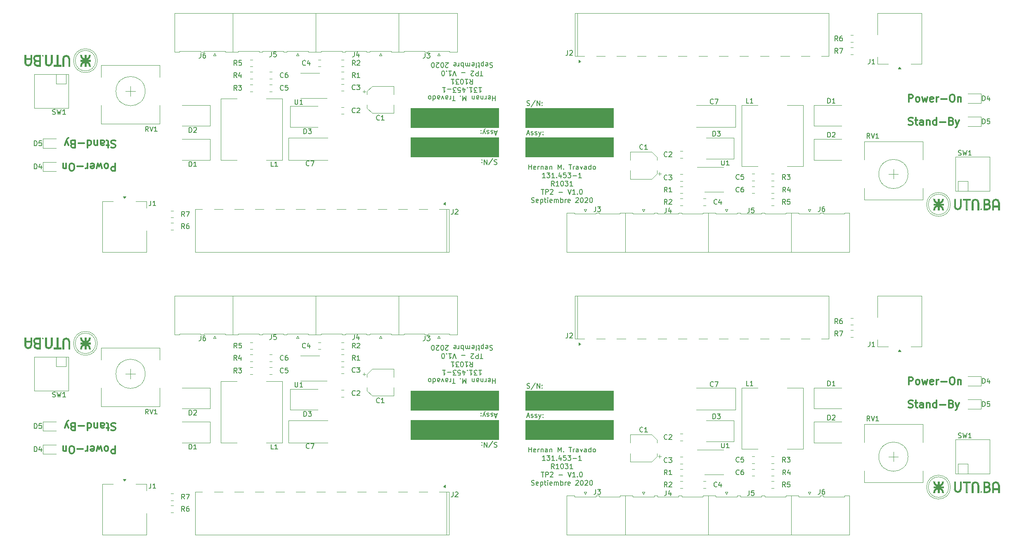
<source format=gbr>
G04 #@! TF.GenerationSoftware,KiCad,Pcbnew,5.1.5-52549c5~86~ubuntu18.04.1*
G04 #@! TF.CreationDate,2020-09-04T15:04:35-03:00*
G04 #@! TF.ProjectId,panel-tp2,70616e65-6c2d-4747-9032-2e6b69636164,v1.0*
G04 #@! TF.SameCoordinates,Original*
G04 #@! TF.FileFunction,Legend,Top*
G04 #@! TF.FilePolarity,Positive*
%FSLAX46Y46*%
G04 Gerber Fmt 4.6, Leading zero omitted, Abs format (unit mm)*
G04 Created by KiCad (PCBNEW 5.1.5-52549c5~86~ubuntu18.04.1) date 2020-09-04 15:04:35*
%MOMM*%
%LPD*%
G04 APERTURE LIST*
%ADD10C,0.200000*%
%ADD11C,0.100000*%
%ADD12C,0.300000*%
%ADD13C,0.120000*%
%ADD14C,0.050000*%
%ADD15C,0.250000*%
%ADD16C,0.280000*%
%ADD17C,0.150000*%
G04 APERTURE END LIST*
D10*
X135070476Y-112166666D02*
X135546666Y-112166666D01*
X134975238Y-112452380D02*
X135308571Y-111452380D01*
X135641904Y-112452380D01*
X135927619Y-112404761D02*
X136022857Y-112452380D01*
X136213333Y-112452380D01*
X136308571Y-112404761D01*
X136356190Y-112309523D01*
X136356190Y-112261904D01*
X136308571Y-112166666D01*
X136213333Y-112119047D01*
X136070476Y-112119047D01*
X135975238Y-112071428D01*
X135927619Y-111976190D01*
X135927619Y-111928571D01*
X135975238Y-111833333D01*
X136070476Y-111785714D01*
X136213333Y-111785714D01*
X136308571Y-111833333D01*
X136737142Y-112404761D02*
X136832380Y-112452380D01*
X137022857Y-112452380D01*
X137118095Y-112404761D01*
X137165714Y-112309523D01*
X137165714Y-112261904D01*
X137118095Y-112166666D01*
X137022857Y-112119047D01*
X136880000Y-112119047D01*
X136784761Y-112071428D01*
X136737142Y-111976190D01*
X136737142Y-111928571D01*
X136784761Y-111833333D01*
X136880000Y-111785714D01*
X137022857Y-111785714D01*
X137118095Y-111833333D01*
X137499047Y-111785714D02*
X137737142Y-112452380D01*
X137975238Y-111785714D02*
X137737142Y-112452380D01*
X137641904Y-112690476D01*
X137594285Y-112738095D01*
X137499047Y-112785714D01*
X138356190Y-112357142D02*
X138403809Y-112404761D01*
X138356190Y-112452380D01*
X138308571Y-112404761D01*
X138356190Y-112357142D01*
X138356190Y-112452380D01*
X138356190Y-111833333D02*
X138403809Y-111880952D01*
X138356190Y-111928571D01*
X138308571Y-111880952D01*
X138356190Y-111833333D01*
X138356190Y-111928571D01*
D11*
G36*
X152750000Y-117000000D02*
G01*
X134750000Y-117000000D01*
X134750000Y-113000000D01*
X152750000Y-113000000D01*
X152750000Y-117000000D01*
G37*
X152750000Y-117000000D02*
X134750000Y-117000000D01*
X134750000Y-113000000D01*
X152750000Y-113000000D01*
X152750000Y-117000000D01*
D10*
X135070476Y-106404761D02*
X135213333Y-106452380D01*
X135451428Y-106452380D01*
X135546666Y-106404761D01*
X135594285Y-106357142D01*
X135641904Y-106261904D01*
X135641904Y-106166666D01*
X135594285Y-106071428D01*
X135546666Y-106023809D01*
X135451428Y-105976190D01*
X135260952Y-105928571D01*
X135165714Y-105880952D01*
X135118095Y-105833333D01*
X135070476Y-105738095D01*
X135070476Y-105642857D01*
X135118095Y-105547619D01*
X135165714Y-105500000D01*
X135260952Y-105452380D01*
X135499047Y-105452380D01*
X135641904Y-105500000D01*
X136784761Y-105404761D02*
X135927619Y-106690476D01*
X137118095Y-106452380D02*
X137118095Y-105452380D01*
X137689523Y-106452380D01*
X137689523Y-105452380D01*
X138165714Y-106357142D02*
X138213333Y-106404761D01*
X138165714Y-106452380D01*
X138118095Y-106404761D01*
X138165714Y-106357142D01*
X138165714Y-106452380D01*
X138165714Y-105833333D02*
X138213333Y-105880952D01*
X138165714Y-105928571D01*
X138118095Y-105880952D01*
X138165714Y-105833333D01*
X138165714Y-105928571D01*
D11*
G36*
X152750000Y-111000000D02*
G01*
X134750000Y-111000000D01*
X134750000Y-107000000D01*
X152750000Y-107000000D01*
X152750000Y-111000000D01*
G37*
X152750000Y-111000000D02*
X134750000Y-111000000D01*
X134750000Y-107000000D01*
X152750000Y-107000000D01*
X152750000Y-111000000D01*
D12*
X213392857Y-105678571D02*
X213392857Y-104178571D01*
X213964285Y-104178571D01*
X214107142Y-104250000D01*
X214178571Y-104321428D01*
X214250000Y-104464285D01*
X214250000Y-104678571D01*
X214178571Y-104821428D01*
X214107142Y-104892857D01*
X213964285Y-104964285D01*
X213392857Y-104964285D01*
X215107142Y-105678571D02*
X214964285Y-105607142D01*
X214892857Y-105535714D01*
X214821428Y-105392857D01*
X214821428Y-104964285D01*
X214892857Y-104821428D01*
X214964285Y-104750000D01*
X215107142Y-104678571D01*
X215321428Y-104678571D01*
X215464285Y-104750000D01*
X215535714Y-104821428D01*
X215607142Y-104964285D01*
X215607142Y-105392857D01*
X215535714Y-105535714D01*
X215464285Y-105607142D01*
X215321428Y-105678571D01*
X215107142Y-105678571D01*
X216107142Y-104678571D02*
X216392857Y-105678571D01*
X216678571Y-104964285D01*
X216964285Y-105678571D01*
X217250000Y-104678571D01*
X218392857Y-105607142D02*
X218250000Y-105678571D01*
X217964285Y-105678571D01*
X217821428Y-105607142D01*
X217750000Y-105464285D01*
X217750000Y-104892857D01*
X217821428Y-104750000D01*
X217964285Y-104678571D01*
X218250000Y-104678571D01*
X218392857Y-104750000D01*
X218464285Y-104892857D01*
X218464285Y-105035714D01*
X217750000Y-105178571D01*
X219107142Y-105678571D02*
X219107142Y-104678571D01*
X219107142Y-104964285D02*
X219178571Y-104821428D01*
X219250000Y-104750000D01*
X219392857Y-104678571D01*
X219535714Y-104678571D01*
X220035714Y-105107142D02*
X221178571Y-105107142D01*
X222178571Y-104178571D02*
X222464285Y-104178571D01*
X222607142Y-104250000D01*
X222750000Y-104392857D01*
X222821428Y-104678571D01*
X222821428Y-105178571D01*
X222750000Y-105464285D01*
X222607142Y-105607142D01*
X222464285Y-105678571D01*
X222178571Y-105678571D01*
X222035714Y-105607142D01*
X221892857Y-105464285D01*
X221821428Y-105178571D01*
X221821428Y-104678571D01*
X221892857Y-104392857D01*
X222035714Y-104250000D01*
X222178571Y-104178571D01*
X223464285Y-104678571D02*
X223464285Y-105678571D01*
X223464285Y-104821428D02*
X223535714Y-104750000D01*
X223678571Y-104678571D01*
X223892857Y-104678571D01*
X224035714Y-104750000D01*
X224107142Y-104892857D01*
X224107142Y-105678571D01*
X213357142Y-110357142D02*
X213571428Y-110428571D01*
X213928571Y-110428571D01*
X214071428Y-110357142D01*
X214142857Y-110285714D01*
X214214285Y-110142857D01*
X214214285Y-110000000D01*
X214142857Y-109857142D01*
X214071428Y-109785714D01*
X213928571Y-109714285D01*
X213642857Y-109642857D01*
X213500000Y-109571428D01*
X213428571Y-109500000D01*
X213357142Y-109357142D01*
X213357142Y-109214285D01*
X213428571Y-109071428D01*
X213500000Y-109000000D01*
X213642857Y-108928571D01*
X214000000Y-108928571D01*
X214214285Y-109000000D01*
X214642857Y-109428571D02*
X215214285Y-109428571D01*
X214857142Y-108928571D02*
X214857142Y-110214285D01*
X214928571Y-110357142D01*
X215071428Y-110428571D01*
X215214285Y-110428571D01*
X216357142Y-110428571D02*
X216357142Y-109642857D01*
X216285714Y-109500000D01*
X216142857Y-109428571D01*
X215857142Y-109428571D01*
X215714285Y-109500000D01*
X216357142Y-110357142D02*
X216214285Y-110428571D01*
X215857142Y-110428571D01*
X215714285Y-110357142D01*
X215642857Y-110214285D01*
X215642857Y-110071428D01*
X215714285Y-109928571D01*
X215857142Y-109857142D01*
X216214285Y-109857142D01*
X216357142Y-109785714D01*
X217071428Y-109428571D02*
X217071428Y-110428571D01*
X217071428Y-109571428D02*
X217142857Y-109500000D01*
X217285714Y-109428571D01*
X217500000Y-109428571D01*
X217642857Y-109500000D01*
X217714285Y-109642857D01*
X217714285Y-110428571D01*
X219071428Y-110428571D02*
X219071428Y-108928571D01*
X219071428Y-110357142D02*
X218928571Y-110428571D01*
X218642857Y-110428571D01*
X218500000Y-110357142D01*
X218428571Y-110285714D01*
X218357142Y-110142857D01*
X218357142Y-109714285D01*
X218428571Y-109571428D01*
X218500000Y-109500000D01*
X218642857Y-109428571D01*
X218928571Y-109428571D01*
X219071428Y-109500000D01*
X219785714Y-109857142D02*
X220928571Y-109857142D01*
X222142857Y-109642857D02*
X222357142Y-109714285D01*
X222428571Y-109785714D01*
X222500000Y-109928571D01*
X222500000Y-110142857D01*
X222428571Y-110285714D01*
X222357142Y-110357142D01*
X222214285Y-110428571D01*
X221642857Y-110428571D01*
X221642857Y-108928571D01*
X222142857Y-108928571D01*
X222285714Y-109000000D01*
X222357142Y-109071428D01*
X222428571Y-109214285D01*
X222428571Y-109357142D01*
X222357142Y-109500000D01*
X222285714Y-109571428D01*
X222142857Y-109642857D01*
X221642857Y-109642857D01*
X223000000Y-109428571D02*
X223357142Y-110428571D01*
X223714285Y-109428571D02*
X223357142Y-110428571D01*
X223214285Y-110785714D01*
X223142857Y-110857142D01*
X223000000Y-110928571D01*
D10*
X135416666Y-119552380D02*
X135416666Y-118552380D01*
X135416666Y-119028571D02*
X135988095Y-119028571D01*
X135988095Y-119552380D02*
X135988095Y-118552380D01*
X136845238Y-119504761D02*
X136750000Y-119552380D01*
X136559523Y-119552380D01*
X136464285Y-119504761D01*
X136416666Y-119409523D01*
X136416666Y-119028571D01*
X136464285Y-118933333D01*
X136559523Y-118885714D01*
X136750000Y-118885714D01*
X136845238Y-118933333D01*
X136892857Y-119028571D01*
X136892857Y-119123809D01*
X136416666Y-119219047D01*
X137321428Y-119552380D02*
X137321428Y-118885714D01*
X137321428Y-119076190D02*
X137369047Y-118980952D01*
X137416666Y-118933333D01*
X137511904Y-118885714D01*
X137607142Y-118885714D01*
X137940476Y-118885714D02*
X137940476Y-119552380D01*
X137940476Y-118980952D02*
X137988095Y-118933333D01*
X138083333Y-118885714D01*
X138226190Y-118885714D01*
X138321428Y-118933333D01*
X138369047Y-119028571D01*
X138369047Y-119552380D01*
X139273809Y-119552380D02*
X139273809Y-119028571D01*
X139226190Y-118933333D01*
X139130952Y-118885714D01*
X138940476Y-118885714D01*
X138845238Y-118933333D01*
X139273809Y-119504761D02*
X139178571Y-119552380D01*
X138940476Y-119552380D01*
X138845238Y-119504761D01*
X138797619Y-119409523D01*
X138797619Y-119314285D01*
X138845238Y-119219047D01*
X138940476Y-119171428D01*
X139178571Y-119171428D01*
X139273809Y-119123809D01*
X139750000Y-118885714D02*
X139750000Y-119552380D01*
X139750000Y-118980952D02*
X139797619Y-118933333D01*
X139892857Y-118885714D01*
X140035714Y-118885714D01*
X140130952Y-118933333D01*
X140178571Y-119028571D01*
X140178571Y-119552380D01*
X141416666Y-119552380D02*
X141416666Y-118552380D01*
X141750000Y-119266666D01*
X142083333Y-118552380D01*
X142083333Y-119552380D01*
X142559523Y-119457142D02*
X142607142Y-119504761D01*
X142559523Y-119552380D01*
X142511904Y-119504761D01*
X142559523Y-119457142D01*
X142559523Y-119552380D01*
X143654761Y-118552380D02*
X144226190Y-118552380D01*
X143940476Y-119552380D02*
X143940476Y-118552380D01*
X144559523Y-119552380D02*
X144559523Y-118885714D01*
X144559523Y-119076190D02*
X144607142Y-118980952D01*
X144654761Y-118933333D01*
X144750000Y-118885714D01*
X144845238Y-118885714D01*
X145607142Y-119552380D02*
X145607142Y-119028571D01*
X145559523Y-118933333D01*
X145464285Y-118885714D01*
X145273809Y-118885714D01*
X145178571Y-118933333D01*
X145607142Y-119504761D02*
X145511904Y-119552380D01*
X145273809Y-119552380D01*
X145178571Y-119504761D01*
X145130952Y-119409523D01*
X145130952Y-119314285D01*
X145178571Y-119219047D01*
X145273809Y-119171428D01*
X145511904Y-119171428D01*
X145607142Y-119123809D01*
X145988095Y-118885714D02*
X146226190Y-119552380D01*
X146464285Y-118885714D01*
X147273809Y-119552380D02*
X147273809Y-119028571D01*
X147226190Y-118933333D01*
X147130952Y-118885714D01*
X146940476Y-118885714D01*
X146845238Y-118933333D01*
X147273809Y-119504761D02*
X147178571Y-119552380D01*
X146940476Y-119552380D01*
X146845238Y-119504761D01*
X146797619Y-119409523D01*
X146797619Y-119314285D01*
X146845238Y-119219047D01*
X146940476Y-119171428D01*
X147178571Y-119171428D01*
X147273809Y-119123809D01*
X148178571Y-119552380D02*
X148178571Y-118552380D01*
X148178571Y-119504761D02*
X148083333Y-119552380D01*
X147892857Y-119552380D01*
X147797619Y-119504761D01*
X147750000Y-119457142D01*
X147702380Y-119361904D01*
X147702380Y-119076190D01*
X147750000Y-118980952D01*
X147797619Y-118933333D01*
X147892857Y-118885714D01*
X148083333Y-118885714D01*
X148178571Y-118933333D01*
X148797619Y-119552380D02*
X148702380Y-119504761D01*
X148654761Y-119457142D01*
X148607142Y-119361904D01*
X148607142Y-119076190D01*
X148654761Y-118980952D01*
X148702380Y-118933333D01*
X148797619Y-118885714D01*
X148940476Y-118885714D01*
X149035714Y-118933333D01*
X149083333Y-118980952D01*
X149130952Y-119076190D01*
X149130952Y-119361904D01*
X149083333Y-119457142D01*
X149035714Y-119504761D01*
X148940476Y-119552380D01*
X148797619Y-119552380D01*
X138821428Y-121252380D02*
X138250000Y-121252380D01*
X138535714Y-121252380D02*
X138535714Y-120252380D01*
X138440476Y-120395238D01*
X138345238Y-120490476D01*
X138250000Y-120538095D01*
X139154761Y-120252380D02*
X139773809Y-120252380D01*
X139440476Y-120633333D01*
X139583333Y-120633333D01*
X139678571Y-120680952D01*
X139726190Y-120728571D01*
X139773809Y-120823809D01*
X139773809Y-121061904D01*
X139726190Y-121157142D01*
X139678571Y-121204761D01*
X139583333Y-121252380D01*
X139297619Y-121252380D01*
X139202380Y-121204761D01*
X139154761Y-121157142D01*
X140726190Y-121252380D02*
X140154761Y-121252380D01*
X140440476Y-121252380D02*
X140440476Y-120252380D01*
X140345238Y-120395238D01*
X140250000Y-120490476D01*
X140154761Y-120538095D01*
X141154761Y-121157142D02*
X141202380Y-121204761D01*
X141154761Y-121252380D01*
X141107142Y-121204761D01*
X141154761Y-121157142D01*
X141154761Y-121252380D01*
X142059523Y-120585714D02*
X142059523Y-121252380D01*
X141821428Y-120204761D02*
X141583333Y-120919047D01*
X142202380Y-120919047D01*
X143059523Y-120252380D02*
X142583333Y-120252380D01*
X142535714Y-120728571D01*
X142583333Y-120680952D01*
X142678571Y-120633333D01*
X142916666Y-120633333D01*
X143011904Y-120680952D01*
X143059523Y-120728571D01*
X143107142Y-120823809D01*
X143107142Y-121061904D01*
X143059523Y-121157142D01*
X143011904Y-121204761D01*
X142916666Y-121252380D01*
X142678571Y-121252380D01*
X142583333Y-121204761D01*
X142535714Y-121157142D01*
X143440476Y-120252380D02*
X144059523Y-120252380D01*
X143726190Y-120633333D01*
X143869047Y-120633333D01*
X143964285Y-120680952D01*
X144011904Y-120728571D01*
X144059523Y-120823809D01*
X144059523Y-121061904D01*
X144011904Y-121157142D01*
X143964285Y-121204761D01*
X143869047Y-121252380D01*
X143583333Y-121252380D01*
X143488095Y-121204761D01*
X143440476Y-121157142D01*
X144488095Y-120871428D02*
X145250000Y-120871428D01*
X146250000Y-121252380D02*
X145678571Y-121252380D01*
X145964285Y-121252380D02*
X145964285Y-120252380D01*
X145869047Y-120395238D01*
X145773809Y-120490476D01*
X145678571Y-120538095D01*
X140654761Y-122952380D02*
X140321428Y-122476190D01*
X140083333Y-122952380D02*
X140083333Y-121952380D01*
X140464285Y-121952380D01*
X140559523Y-122000000D01*
X140607142Y-122047619D01*
X140654761Y-122142857D01*
X140654761Y-122285714D01*
X140607142Y-122380952D01*
X140559523Y-122428571D01*
X140464285Y-122476190D01*
X140083333Y-122476190D01*
X141607142Y-122952380D02*
X141035714Y-122952380D01*
X141321428Y-122952380D02*
X141321428Y-121952380D01*
X141226190Y-122095238D01*
X141130952Y-122190476D01*
X141035714Y-122238095D01*
X142226190Y-121952380D02*
X142321428Y-121952380D01*
X142416666Y-122000000D01*
X142464285Y-122047619D01*
X142511904Y-122142857D01*
X142559523Y-122333333D01*
X142559523Y-122571428D01*
X142511904Y-122761904D01*
X142464285Y-122857142D01*
X142416666Y-122904761D01*
X142321428Y-122952380D01*
X142226190Y-122952380D01*
X142130952Y-122904761D01*
X142083333Y-122857142D01*
X142035714Y-122761904D01*
X141988095Y-122571428D01*
X141988095Y-122333333D01*
X142035714Y-122142857D01*
X142083333Y-122047619D01*
X142130952Y-122000000D01*
X142226190Y-121952380D01*
X142892857Y-121952380D02*
X143511904Y-121952380D01*
X143178571Y-122333333D01*
X143321428Y-122333333D01*
X143416666Y-122380952D01*
X143464285Y-122428571D01*
X143511904Y-122523809D01*
X143511904Y-122761904D01*
X143464285Y-122857142D01*
X143416666Y-122904761D01*
X143321428Y-122952380D01*
X143035714Y-122952380D01*
X142940476Y-122904761D01*
X142892857Y-122857142D01*
X144464285Y-122952380D02*
X143892857Y-122952380D01*
X144178571Y-122952380D02*
X144178571Y-121952380D01*
X144083333Y-122095238D01*
X143988095Y-122190476D01*
X143892857Y-122238095D01*
X137988095Y-123652380D02*
X138559523Y-123652380D01*
X138273809Y-124652380D02*
X138273809Y-123652380D01*
X138892857Y-124652380D02*
X138892857Y-123652380D01*
X139273809Y-123652380D01*
X139369047Y-123700000D01*
X139416666Y-123747619D01*
X139464285Y-123842857D01*
X139464285Y-123985714D01*
X139416666Y-124080952D01*
X139369047Y-124128571D01*
X139273809Y-124176190D01*
X138892857Y-124176190D01*
X139845238Y-123747619D02*
X139892857Y-123700000D01*
X139988095Y-123652380D01*
X140226190Y-123652380D01*
X140321428Y-123700000D01*
X140369047Y-123747619D01*
X140416666Y-123842857D01*
X140416666Y-123938095D01*
X140369047Y-124080952D01*
X139797619Y-124652380D01*
X140416666Y-124652380D01*
X141607142Y-124271428D02*
X142369047Y-124271428D01*
X143464285Y-123652380D02*
X143797619Y-124652380D01*
X144130952Y-123652380D01*
X144988095Y-124652380D02*
X144416666Y-124652380D01*
X144702380Y-124652380D02*
X144702380Y-123652380D01*
X144607142Y-123795238D01*
X144511904Y-123890476D01*
X144416666Y-123938095D01*
X145416666Y-124557142D02*
X145464285Y-124604761D01*
X145416666Y-124652380D01*
X145369047Y-124604761D01*
X145416666Y-124557142D01*
X145416666Y-124652380D01*
X146083333Y-123652380D02*
X146178571Y-123652380D01*
X146273809Y-123700000D01*
X146321428Y-123747619D01*
X146369047Y-123842857D01*
X146416666Y-124033333D01*
X146416666Y-124271428D01*
X146369047Y-124461904D01*
X146321428Y-124557142D01*
X146273809Y-124604761D01*
X146178571Y-124652380D01*
X146083333Y-124652380D01*
X145988095Y-124604761D01*
X145940476Y-124557142D01*
X145892857Y-124461904D01*
X145845238Y-124271428D01*
X145845238Y-124033333D01*
X145892857Y-123842857D01*
X145940476Y-123747619D01*
X145988095Y-123700000D01*
X146083333Y-123652380D01*
X135988095Y-126304761D02*
X136130952Y-126352380D01*
X136369047Y-126352380D01*
X136464285Y-126304761D01*
X136511904Y-126257142D01*
X136559523Y-126161904D01*
X136559523Y-126066666D01*
X136511904Y-125971428D01*
X136464285Y-125923809D01*
X136369047Y-125876190D01*
X136178571Y-125828571D01*
X136083333Y-125780952D01*
X136035714Y-125733333D01*
X135988095Y-125638095D01*
X135988095Y-125542857D01*
X136035714Y-125447619D01*
X136083333Y-125400000D01*
X136178571Y-125352380D01*
X136416666Y-125352380D01*
X136559523Y-125400000D01*
X137369047Y-126304761D02*
X137273809Y-126352380D01*
X137083333Y-126352380D01*
X136988095Y-126304761D01*
X136940476Y-126209523D01*
X136940476Y-125828571D01*
X136988095Y-125733333D01*
X137083333Y-125685714D01*
X137273809Y-125685714D01*
X137369047Y-125733333D01*
X137416666Y-125828571D01*
X137416666Y-125923809D01*
X136940476Y-126019047D01*
X137845238Y-125685714D02*
X137845238Y-126685714D01*
X137845238Y-125733333D02*
X137940476Y-125685714D01*
X138130952Y-125685714D01*
X138226190Y-125733333D01*
X138273809Y-125780952D01*
X138321428Y-125876190D01*
X138321428Y-126161904D01*
X138273809Y-126257142D01*
X138226190Y-126304761D01*
X138130952Y-126352380D01*
X137940476Y-126352380D01*
X137845238Y-126304761D01*
X138607142Y-125685714D02*
X138988095Y-125685714D01*
X138750000Y-125352380D02*
X138750000Y-126209523D01*
X138797619Y-126304761D01*
X138892857Y-126352380D01*
X138988095Y-126352380D01*
X139321428Y-126352380D02*
X139321428Y-125685714D01*
X139321428Y-125352380D02*
X139273809Y-125400000D01*
X139321428Y-125447619D01*
X139369047Y-125400000D01*
X139321428Y-125352380D01*
X139321428Y-125447619D01*
X140178571Y-126304761D02*
X140083333Y-126352380D01*
X139892857Y-126352380D01*
X139797619Y-126304761D01*
X139750000Y-126209523D01*
X139750000Y-125828571D01*
X139797619Y-125733333D01*
X139892857Y-125685714D01*
X140083333Y-125685714D01*
X140178571Y-125733333D01*
X140226190Y-125828571D01*
X140226190Y-125923809D01*
X139750000Y-126019047D01*
X140654761Y-126352380D02*
X140654761Y-125685714D01*
X140654761Y-125780952D02*
X140702380Y-125733333D01*
X140797619Y-125685714D01*
X140940476Y-125685714D01*
X141035714Y-125733333D01*
X141083333Y-125828571D01*
X141083333Y-126352380D01*
X141083333Y-125828571D02*
X141130952Y-125733333D01*
X141226190Y-125685714D01*
X141369047Y-125685714D01*
X141464285Y-125733333D01*
X141511904Y-125828571D01*
X141511904Y-126352380D01*
X141988095Y-126352380D02*
X141988095Y-125352380D01*
X141988095Y-125733333D02*
X142083333Y-125685714D01*
X142273809Y-125685714D01*
X142369047Y-125733333D01*
X142416666Y-125780952D01*
X142464285Y-125876190D01*
X142464285Y-126161904D01*
X142416666Y-126257142D01*
X142369047Y-126304761D01*
X142273809Y-126352380D01*
X142083333Y-126352380D01*
X141988095Y-126304761D01*
X142892857Y-126352380D02*
X142892857Y-125685714D01*
X142892857Y-125876190D02*
X142940476Y-125780952D01*
X142988095Y-125733333D01*
X143083333Y-125685714D01*
X143178571Y-125685714D01*
X143892857Y-126304761D02*
X143797619Y-126352380D01*
X143607142Y-126352380D01*
X143511904Y-126304761D01*
X143464285Y-126209523D01*
X143464285Y-125828571D01*
X143511904Y-125733333D01*
X143607142Y-125685714D01*
X143797619Y-125685714D01*
X143892857Y-125733333D01*
X143940476Y-125828571D01*
X143940476Y-125923809D01*
X143464285Y-126019047D01*
X145083333Y-125447619D02*
X145130952Y-125400000D01*
X145226190Y-125352380D01*
X145464285Y-125352380D01*
X145559523Y-125400000D01*
X145607142Y-125447619D01*
X145654761Y-125542857D01*
X145654761Y-125638095D01*
X145607142Y-125780952D01*
X145035714Y-126352380D01*
X145654761Y-126352380D01*
X146273809Y-125352380D02*
X146369047Y-125352380D01*
X146464285Y-125400000D01*
X146511904Y-125447619D01*
X146559523Y-125542857D01*
X146607142Y-125733333D01*
X146607142Y-125971428D01*
X146559523Y-126161904D01*
X146511904Y-126257142D01*
X146464285Y-126304761D01*
X146369047Y-126352380D01*
X146273809Y-126352380D01*
X146178571Y-126304761D01*
X146130952Y-126257142D01*
X146083333Y-126161904D01*
X146035714Y-125971428D01*
X146035714Y-125733333D01*
X146083333Y-125542857D01*
X146130952Y-125447619D01*
X146178571Y-125400000D01*
X146273809Y-125352380D01*
X146988095Y-125447619D02*
X147035714Y-125400000D01*
X147130952Y-125352380D01*
X147369047Y-125352380D01*
X147464285Y-125400000D01*
X147511904Y-125447619D01*
X147559523Y-125542857D01*
X147559523Y-125638095D01*
X147511904Y-125780952D01*
X146940476Y-126352380D01*
X147559523Y-126352380D01*
X148178571Y-125352380D02*
X148273809Y-125352380D01*
X148369047Y-125400000D01*
X148416666Y-125447619D01*
X148464285Y-125542857D01*
X148511904Y-125733333D01*
X148511904Y-125971428D01*
X148464285Y-126161904D01*
X148416666Y-126257142D01*
X148369047Y-126304761D01*
X148273809Y-126352380D01*
X148178571Y-126352380D01*
X148083333Y-126304761D01*
X148035714Y-126257142D01*
X147988095Y-126161904D01*
X147940476Y-125971428D01*
X147940476Y-125733333D01*
X147988095Y-125542857D01*
X148035714Y-125447619D01*
X148083333Y-125400000D01*
X148178571Y-125352380D01*
X135070476Y-54166666D02*
X135546666Y-54166666D01*
X134975238Y-54452380D02*
X135308571Y-53452380D01*
X135641904Y-54452380D01*
X135927619Y-54404761D02*
X136022857Y-54452380D01*
X136213333Y-54452380D01*
X136308571Y-54404761D01*
X136356190Y-54309523D01*
X136356190Y-54261904D01*
X136308571Y-54166666D01*
X136213333Y-54119047D01*
X136070476Y-54119047D01*
X135975238Y-54071428D01*
X135927619Y-53976190D01*
X135927619Y-53928571D01*
X135975238Y-53833333D01*
X136070476Y-53785714D01*
X136213333Y-53785714D01*
X136308571Y-53833333D01*
X136737142Y-54404761D02*
X136832380Y-54452380D01*
X137022857Y-54452380D01*
X137118095Y-54404761D01*
X137165714Y-54309523D01*
X137165714Y-54261904D01*
X137118095Y-54166666D01*
X137022857Y-54119047D01*
X136880000Y-54119047D01*
X136784761Y-54071428D01*
X136737142Y-53976190D01*
X136737142Y-53928571D01*
X136784761Y-53833333D01*
X136880000Y-53785714D01*
X137022857Y-53785714D01*
X137118095Y-53833333D01*
X137499047Y-53785714D02*
X137737142Y-54452380D01*
X137975238Y-53785714D02*
X137737142Y-54452380D01*
X137641904Y-54690476D01*
X137594285Y-54738095D01*
X137499047Y-54785714D01*
X138356190Y-54357142D02*
X138403809Y-54404761D01*
X138356190Y-54452380D01*
X138308571Y-54404761D01*
X138356190Y-54357142D01*
X138356190Y-54452380D01*
X138356190Y-53833333D02*
X138403809Y-53880952D01*
X138356190Y-53928571D01*
X138308571Y-53880952D01*
X138356190Y-53833333D01*
X138356190Y-53928571D01*
D11*
G36*
X152750000Y-59000000D02*
G01*
X134750000Y-59000000D01*
X134750000Y-55000000D01*
X152750000Y-55000000D01*
X152750000Y-59000000D01*
G37*
X152750000Y-59000000D02*
X134750000Y-59000000D01*
X134750000Y-55000000D01*
X152750000Y-55000000D01*
X152750000Y-59000000D01*
D10*
X135070476Y-48404761D02*
X135213333Y-48452380D01*
X135451428Y-48452380D01*
X135546666Y-48404761D01*
X135594285Y-48357142D01*
X135641904Y-48261904D01*
X135641904Y-48166666D01*
X135594285Y-48071428D01*
X135546666Y-48023809D01*
X135451428Y-47976190D01*
X135260952Y-47928571D01*
X135165714Y-47880952D01*
X135118095Y-47833333D01*
X135070476Y-47738095D01*
X135070476Y-47642857D01*
X135118095Y-47547619D01*
X135165714Y-47500000D01*
X135260952Y-47452380D01*
X135499047Y-47452380D01*
X135641904Y-47500000D01*
X136784761Y-47404761D02*
X135927619Y-48690476D01*
X137118095Y-48452380D02*
X137118095Y-47452380D01*
X137689523Y-48452380D01*
X137689523Y-47452380D01*
X138165714Y-48357142D02*
X138213333Y-48404761D01*
X138165714Y-48452380D01*
X138118095Y-48404761D01*
X138165714Y-48357142D01*
X138165714Y-48452380D01*
X138165714Y-47833333D02*
X138213333Y-47880952D01*
X138165714Y-47928571D01*
X138118095Y-47880952D01*
X138165714Y-47833333D01*
X138165714Y-47928571D01*
D11*
G36*
X152750000Y-53000000D02*
G01*
X134750000Y-53000000D01*
X134750000Y-49000000D01*
X152750000Y-49000000D01*
X152750000Y-53000000D01*
G37*
X152750000Y-53000000D02*
X134750000Y-53000000D01*
X134750000Y-49000000D01*
X152750000Y-49000000D01*
X152750000Y-53000000D01*
D12*
X213392857Y-47678571D02*
X213392857Y-46178571D01*
X213964285Y-46178571D01*
X214107142Y-46250000D01*
X214178571Y-46321428D01*
X214250000Y-46464285D01*
X214250000Y-46678571D01*
X214178571Y-46821428D01*
X214107142Y-46892857D01*
X213964285Y-46964285D01*
X213392857Y-46964285D01*
X215107142Y-47678571D02*
X214964285Y-47607142D01*
X214892857Y-47535714D01*
X214821428Y-47392857D01*
X214821428Y-46964285D01*
X214892857Y-46821428D01*
X214964285Y-46750000D01*
X215107142Y-46678571D01*
X215321428Y-46678571D01*
X215464285Y-46750000D01*
X215535714Y-46821428D01*
X215607142Y-46964285D01*
X215607142Y-47392857D01*
X215535714Y-47535714D01*
X215464285Y-47607142D01*
X215321428Y-47678571D01*
X215107142Y-47678571D01*
X216107142Y-46678571D02*
X216392857Y-47678571D01*
X216678571Y-46964285D01*
X216964285Y-47678571D01*
X217250000Y-46678571D01*
X218392857Y-47607142D02*
X218250000Y-47678571D01*
X217964285Y-47678571D01*
X217821428Y-47607142D01*
X217750000Y-47464285D01*
X217750000Y-46892857D01*
X217821428Y-46750000D01*
X217964285Y-46678571D01*
X218250000Y-46678571D01*
X218392857Y-46750000D01*
X218464285Y-46892857D01*
X218464285Y-47035714D01*
X217750000Y-47178571D01*
X219107142Y-47678571D02*
X219107142Y-46678571D01*
X219107142Y-46964285D02*
X219178571Y-46821428D01*
X219250000Y-46750000D01*
X219392857Y-46678571D01*
X219535714Y-46678571D01*
X220035714Y-47107142D02*
X221178571Y-47107142D01*
X222178571Y-46178571D02*
X222464285Y-46178571D01*
X222607142Y-46250000D01*
X222750000Y-46392857D01*
X222821428Y-46678571D01*
X222821428Y-47178571D01*
X222750000Y-47464285D01*
X222607142Y-47607142D01*
X222464285Y-47678571D01*
X222178571Y-47678571D01*
X222035714Y-47607142D01*
X221892857Y-47464285D01*
X221821428Y-47178571D01*
X221821428Y-46678571D01*
X221892857Y-46392857D01*
X222035714Y-46250000D01*
X222178571Y-46178571D01*
X223464285Y-46678571D02*
X223464285Y-47678571D01*
X223464285Y-46821428D02*
X223535714Y-46750000D01*
X223678571Y-46678571D01*
X223892857Y-46678571D01*
X224035714Y-46750000D01*
X224107142Y-46892857D01*
X224107142Y-47678571D01*
X213357142Y-52357142D02*
X213571428Y-52428571D01*
X213928571Y-52428571D01*
X214071428Y-52357142D01*
X214142857Y-52285714D01*
X214214285Y-52142857D01*
X214214285Y-52000000D01*
X214142857Y-51857142D01*
X214071428Y-51785714D01*
X213928571Y-51714285D01*
X213642857Y-51642857D01*
X213500000Y-51571428D01*
X213428571Y-51500000D01*
X213357142Y-51357142D01*
X213357142Y-51214285D01*
X213428571Y-51071428D01*
X213500000Y-51000000D01*
X213642857Y-50928571D01*
X214000000Y-50928571D01*
X214214285Y-51000000D01*
X214642857Y-51428571D02*
X215214285Y-51428571D01*
X214857142Y-50928571D02*
X214857142Y-52214285D01*
X214928571Y-52357142D01*
X215071428Y-52428571D01*
X215214285Y-52428571D01*
X216357142Y-52428571D02*
X216357142Y-51642857D01*
X216285714Y-51500000D01*
X216142857Y-51428571D01*
X215857142Y-51428571D01*
X215714285Y-51500000D01*
X216357142Y-52357142D02*
X216214285Y-52428571D01*
X215857142Y-52428571D01*
X215714285Y-52357142D01*
X215642857Y-52214285D01*
X215642857Y-52071428D01*
X215714285Y-51928571D01*
X215857142Y-51857142D01*
X216214285Y-51857142D01*
X216357142Y-51785714D01*
X217071428Y-51428571D02*
X217071428Y-52428571D01*
X217071428Y-51571428D02*
X217142857Y-51500000D01*
X217285714Y-51428571D01*
X217500000Y-51428571D01*
X217642857Y-51500000D01*
X217714285Y-51642857D01*
X217714285Y-52428571D01*
X219071428Y-52428571D02*
X219071428Y-50928571D01*
X219071428Y-52357142D02*
X218928571Y-52428571D01*
X218642857Y-52428571D01*
X218500000Y-52357142D01*
X218428571Y-52285714D01*
X218357142Y-52142857D01*
X218357142Y-51714285D01*
X218428571Y-51571428D01*
X218500000Y-51500000D01*
X218642857Y-51428571D01*
X218928571Y-51428571D01*
X219071428Y-51500000D01*
X219785714Y-51857142D02*
X220928571Y-51857142D01*
X222142857Y-51642857D02*
X222357142Y-51714285D01*
X222428571Y-51785714D01*
X222500000Y-51928571D01*
X222500000Y-52142857D01*
X222428571Y-52285714D01*
X222357142Y-52357142D01*
X222214285Y-52428571D01*
X221642857Y-52428571D01*
X221642857Y-50928571D01*
X222142857Y-50928571D01*
X222285714Y-51000000D01*
X222357142Y-51071428D01*
X222428571Y-51214285D01*
X222428571Y-51357142D01*
X222357142Y-51500000D01*
X222285714Y-51571428D01*
X222142857Y-51642857D01*
X221642857Y-51642857D01*
X223000000Y-51428571D02*
X223357142Y-52428571D01*
X223714285Y-51428571D02*
X223357142Y-52428571D01*
X223214285Y-52785714D01*
X223142857Y-52857142D01*
X223000000Y-52928571D01*
D10*
X135416666Y-61552380D02*
X135416666Y-60552380D01*
X135416666Y-61028571D02*
X135988095Y-61028571D01*
X135988095Y-61552380D02*
X135988095Y-60552380D01*
X136845238Y-61504761D02*
X136750000Y-61552380D01*
X136559523Y-61552380D01*
X136464285Y-61504761D01*
X136416666Y-61409523D01*
X136416666Y-61028571D01*
X136464285Y-60933333D01*
X136559523Y-60885714D01*
X136750000Y-60885714D01*
X136845238Y-60933333D01*
X136892857Y-61028571D01*
X136892857Y-61123809D01*
X136416666Y-61219047D01*
X137321428Y-61552380D02*
X137321428Y-60885714D01*
X137321428Y-61076190D02*
X137369047Y-60980952D01*
X137416666Y-60933333D01*
X137511904Y-60885714D01*
X137607142Y-60885714D01*
X137940476Y-60885714D02*
X137940476Y-61552380D01*
X137940476Y-60980952D02*
X137988095Y-60933333D01*
X138083333Y-60885714D01*
X138226190Y-60885714D01*
X138321428Y-60933333D01*
X138369047Y-61028571D01*
X138369047Y-61552380D01*
X139273809Y-61552380D02*
X139273809Y-61028571D01*
X139226190Y-60933333D01*
X139130952Y-60885714D01*
X138940476Y-60885714D01*
X138845238Y-60933333D01*
X139273809Y-61504761D02*
X139178571Y-61552380D01*
X138940476Y-61552380D01*
X138845238Y-61504761D01*
X138797619Y-61409523D01*
X138797619Y-61314285D01*
X138845238Y-61219047D01*
X138940476Y-61171428D01*
X139178571Y-61171428D01*
X139273809Y-61123809D01*
X139750000Y-60885714D02*
X139750000Y-61552380D01*
X139750000Y-60980952D02*
X139797619Y-60933333D01*
X139892857Y-60885714D01*
X140035714Y-60885714D01*
X140130952Y-60933333D01*
X140178571Y-61028571D01*
X140178571Y-61552380D01*
X141416666Y-61552380D02*
X141416666Y-60552380D01*
X141750000Y-61266666D01*
X142083333Y-60552380D01*
X142083333Y-61552380D01*
X142559523Y-61457142D02*
X142607142Y-61504761D01*
X142559523Y-61552380D01*
X142511904Y-61504761D01*
X142559523Y-61457142D01*
X142559523Y-61552380D01*
X143654761Y-60552380D02*
X144226190Y-60552380D01*
X143940476Y-61552380D02*
X143940476Y-60552380D01*
X144559523Y-61552380D02*
X144559523Y-60885714D01*
X144559523Y-61076190D02*
X144607142Y-60980952D01*
X144654761Y-60933333D01*
X144750000Y-60885714D01*
X144845238Y-60885714D01*
X145607142Y-61552380D02*
X145607142Y-61028571D01*
X145559523Y-60933333D01*
X145464285Y-60885714D01*
X145273809Y-60885714D01*
X145178571Y-60933333D01*
X145607142Y-61504761D02*
X145511904Y-61552380D01*
X145273809Y-61552380D01*
X145178571Y-61504761D01*
X145130952Y-61409523D01*
X145130952Y-61314285D01*
X145178571Y-61219047D01*
X145273809Y-61171428D01*
X145511904Y-61171428D01*
X145607142Y-61123809D01*
X145988095Y-60885714D02*
X146226190Y-61552380D01*
X146464285Y-60885714D01*
X147273809Y-61552380D02*
X147273809Y-61028571D01*
X147226190Y-60933333D01*
X147130952Y-60885714D01*
X146940476Y-60885714D01*
X146845238Y-60933333D01*
X147273809Y-61504761D02*
X147178571Y-61552380D01*
X146940476Y-61552380D01*
X146845238Y-61504761D01*
X146797619Y-61409523D01*
X146797619Y-61314285D01*
X146845238Y-61219047D01*
X146940476Y-61171428D01*
X147178571Y-61171428D01*
X147273809Y-61123809D01*
X148178571Y-61552380D02*
X148178571Y-60552380D01*
X148178571Y-61504761D02*
X148083333Y-61552380D01*
X147892857Y-61552380D01*
X147797619Y-61504761D01*
X147750000Y-61457142D01*
X147702380Y-61361904D01*
X147702380Y-61076190D01*
X147750000Y-60980952D01*
X147797619Y-60933333D01*
X147892857Y-60885714D01*
X148083333Y-60885714D01*
X148178571Y-60933333D01*
X148797619Y-61552380D02*
X148702380Y-61504761D01*
X148654761Y-61457142D01*
X148607142Y-61361904D01*
X148607142Y-61076190D01*
X148654761Y-60980952D01*
X148702380Y-60933333D01*
X148797619Y-60885714D01*
X148940476Y-60885714D01*
X149035714Y-60933333D01*
X149083333Y-60980952D01*
X149130952Y-61076190D01*
X149130952Y-61361904D01*
X149083333Y-61457142D01*
X149035714Y-61504761D01*
X148940476Y-61552380D01*
X148797619Y-61552380D01*
X138821428Y-63252380D02*
X138250000Y-63252380D01*
X138535714Y-63252380D02*
X138535714Y-62252380D01*
X138440476Y-62395238D01*
X138345238Y-62490476D01*
X138250000Y-62538095D01*
X139154761Y-62252380D02*
X139773809Y-62252380D01*
X139440476Y-62633333D01*
X139583333Y-62633333D01*
X139678571Y-62680952D01*
X139726190Y-62728571D01*
X139773809Y-62823809D01*
X139773809Y-63061904D01*
X139726190Y-63157142D01*
X139678571Y-63204761D01*
X139583333Y-63252380D01*
X139297619Y-63252380D01*
X139202380Y-63204761D01*
X139154761Y-63157142D01*
X140726190Y-63252380D02*
X140154761Y-63252380D01*
X140440476Y-63252380D02*
X140440476Y-62252380D01*
X140345238Y-62395238D01*
X140250000Y-62490476D01*
X140154761Y-62538095D01*
X141154761Y-63157142D02*
X141202380Y-63204761D01*
X141154761Y-63252380D01*
X141107142Y-63204761D01*
X141154761Y-63157142D01*
X141154761Y-63252380D01*
X142059523Y-62585714D02*
X142059523Y-63252380D01*
X141821428Y-62204761D02*
X141583333Y-62919047D01*
X142202380Y-62919047D01*
X143059523Y-62252380D02*
X142583333Y-62252380D01*
X142535714Y-62728571D01*
X142583333Y-62680952D01*
X142678571Y-62633333D01*
X142916666Y-62633333D01*
X143011904Y-62680952D01*
X143059523Y-62728571D01*
X143107142Y-62823809D01*
X143107142Y-63061904D01*
X143059523Y-63157142D01*
X143011904Y-63204761D01*
X142916666Y-63252380D01*
X142678571Y-63252380D01*
X142583333Y-63204761D01*
X142535714Y-63157142D01*
X143440476Y-62252380D02*
X144059523Y-62252380D01*
X143726190Y-62633333D01*
X143869047Y-62633333D01*
X143964285Y-62680952D01*
X144011904Y-62728571D01*
X144059523Y-62823809D01*
X144059523Y-63061904D01*
X144011904Y-63157142D01*
X143964285Y-63204761D01*
X143869047Y-63252380D01*
X143583333Y-63252380D01*
X143488095Y-63204761D01*
X143440476Y-63157142D01*
X144488095Y-62871428D02*
X145250000Y-62871428D01*
X146250000Y-63252380D02*
X145678571Y-63252380D01*
X145964285Y-63252380D02*
X145964285Y-62252380D01*
X145869047Y-62395238D01*
X145773809Y-62490476D01*
X145678571Y-62538095D01*
X140654761Y-64952380D02*
X140321428Y-64476190D01*
X140083333Y-64952380D02*
X140083333Y-63952380D01*
X140464285Y-63952380D01*
X140559523Y-64000000D01*
X140607142Y-64047619D01*
X140654761Y-64142857D01*
X140654761Y-64285714D01*
X140607142Y-64380952D01*
X140559523Y-64428571D01*
X140464285Y-64476190D01*
X140083333Y-64476190D01*
X141607142Y-64952380D02*
X141035714Y-64952380D01*
X141321428Y-64952380D02*
X141321428Y-63952380D01*
X141226190Y-64095238D01*
X141130952Y-64190476D01*
X141035714Y-64238095D01*
X142226190Y-63952380D02*
X142321428Y-63952380D01*
X142416666Y-64000000D01*
X142464285Y-64047619D01*
X142511904Y-64142857D01*
X142559523Y-64333333D01*
X142559523Y-64571428D01*
X142511904Y-64761904D01*
X142464285Y-64857142D01*
X142416666Y-64904761D01*
X142321428Y-64952380D01*
X142226190Y-64952380D01*
X142130952Y-64904761D01*
X142083333Y-64857142D01*
X142035714Y-64761904D01*
X141988095Y-64571428D01*
X141988095Y-64333333D01*
X142035714Y-64142857D01*
X142083333Y-64047619D01*
X142130952Y-64000000D01*
X142226190Y-63952380D01*
X142892857Y-63952380D02*
X143511904Y-63952380D01*
X143178571Y-64333333D01*
X143321428Y-64333333D01*
X143416666Y-64380952D01*
X143464285Y-64428571D01*
X143511904Y-64523809D01*
X143511904Y-64761904D01*
X143464285Y-64857142D01*
X143416666Y-64904761D01*
X143321428Y-64952380D01*
X143035714Y-64952380D01*
X142940476Y-64904761D01*
X142892857Y-64857142D01*
X144464285Y-64952380D02*
X143892857Y-64952380D01*
X144178571Y-64952380D02*
X144178571Y-63952380D01*
X144083333Y-64095238D01*
X143988095Y-64190476D01*
X143892857Y-64238095D01*
X137988095Y-65652380D02*
X138559523Y-65652380D01*
X138273809Y-66652380D02*
X138273809Y-65652380D01*
X138892857Y-66652380D02*
X138892857Y-65652380D01*
X139273809Y-65652380D01*
X139369047Y-65700000D01*
X139416666Y-65747619D01*
X139464285Y-65842857D01*
X139464285Y-65985714D01*
X139416666Y-66080952D01*
X139369047Y-66128571D01*
X139273809Y-66176190D01*
X138892857Y-66176190D01*
X139845238Y-65747619D02*
X139892857Y-65700000D01*
X139988095Y-65652380D01*
X140226190Y-65652380D01*
X140321428Y-65700000D01*
X140369047Y-65747619D01*
X140416666Y-65842857D01*
X140416666Y-65938095D01*
X140369047Y-66080952D01*
X139797619Y-66652380D01*
X140416666Y-66652380D01*
X141607142Y-66271428D02*
X142369047Y-66271428D01*
X143464285Y-65652380D02*
X143797619Y-66652380D01*
X144130952Y-65652380D01*
X144988095Y-66652380D02*
X144416666Y-66652380D01*
X144702380Y-66652380D02*
X144702380Y-65652380D01*
X144607142Y-65795238D01*
X144511904Y-65890476D01*
X144416666Y-65938095D01*
X145416666Y-66557142D02*
X145464285Y-66604761D01*
X145416666Y-66652380D01*
X145369047Y-66604761D01*
X145416666Y-66557142D01*
X145416666Y-66652380D01*
X146083333Y-65652380D02*
X146178571Y-65652380D01*
X146273809Y-65700000D01*
X146321428Y-65747619D01*
X146369047Y-65842857D01*
X146416666Y-66033333D01*
X146416666Y-66271428D01*
X146369047Y-66461904D01*
X146321428Y-66557142D01*
X146273809Y-66604761D01*
X146178571Y-66652380D01*
X146083333Y-66652380D01*
X145988095Y-66604761D01*
X145940476Y-66557142D01*
X145892857Y-66461904D01*
X145845238Y-66271428D01*
X145845238Y-66033333D01*
X145892857Y-65842857D01*
X145940476Y-65747619D01*
X145988095Y-65700000D01*
X146083333Y-65652380D01*
X135988095Y-68304761D02*
X136130952Y-68352380D01*
X136369047Y-68352380D01*
X136464285Y-68304761D01*
X136511904Y-68257142D01*
X136559523Y-68161904D01*
X136559523Y-68066666D01*
X136511904Y-67971428D01*
X136464285Y-67923809D01*
X136369047Y-67876190D01*
X136178571Y-67828571D01*
X136083333Y-67780952D01*
X136035714Y-67733333D01*
X135988095Y-67638095D01*
X135988095Y-67542857D01*
X136035714Y-67447619D01*
X136083333Y-67400000D01*
X136178571Y-67352380D01*
X136416666Y-67352380D01*
X136559523Y-67400000D01*
X137369047Y-68304761D02*
X137273809Y-68352380D01*
X137083333Y-68352380D01*
X136988095Y-68304761D01*
X136940476Y-68209523D01*
X136940476Y-67828571D01*
X136988095Y-67733333D01*
X137083333Y-67685714D01*
X137273809Y-67685714D01*
X137369047Y-67733333D01*
X137416666Y-67828571D01*
X137416666Y-67923809D01*
X136940476Y-68019047D01*
X137845238Y-67685714D02*
X137845238Y-68685714D01*
X137845238Y-67733333D02*
X137940476Y-67685714D01*
X138130952Y-67685714D01*
X138226190Y-67733333D01*
X138273809Y-67780952D01*
X138321428Y-67876190D01*
X138321428Y-68161904D01*
X138273809Y-68257142D01*
X138226190Y-68304761D01*
X138130952Y-68352380D01*
X137940476Y-68352380D01*
X137845238Y-68304761D01*
X138607142Y-67685714D02*
X138988095Y-67685714D01*
X138750000Y-67352380D02*
X138750000Y-68209523D01*
X138797619Y-68304761D01*
X138892857Y-68352380D01*
X138988095Y-68352380D01*
X139321428Y-68352380D02*
X139321428Y-67685714D01*
X139321428Y-67352380D02*
X139273809Y-67400000D01*
X139321428Y-67447619D01*
X139369047Y-67400000D01*
X139321428Y-67352380D01*
X139321428Y-67447619D01*
X140178571Y-68304761D02*
X140083333Y-68352380D01*
X139892857Y-68352380D01*
X139797619Y-68304761D01*
X139750000Y-68209523D01*
X139750000Y-67828571D01*
X139797619Y-67733333D01*
X139892857Y-67685714D01*
X140083333Y-67685714D01*
X140178571Y-67733333D01*
X140226190Y-67828571D01*
X140226190Y-67923809D01*
X139750000Y-68019047D01*
X140654761Y-68352380D02*
X140654761Y-67685714D01*
X140654761Y-67780952D02*
X140702380Y-67733333D01*
X140797619Y-67685714D01*
X140940476Y-67685714D01*
X141035714Y-67733333D01*
X141083333Y-67828571D01*
X141083333Y-68352380D01*
X141083333Y-67828571D02*
X141130952Y-67733333D01*
X141226190Y-67685714D01*
X141369047Y-67685714D01*
X141464285Y-67733333D01*
X141511904Y-67828571D01*
X141511904Y-68352380D01*
X141988095Y-68352380D02*
X141988095Y-67352380D01*
X141988095Y-67733333D02*
X142083333Y-67685714D01*
X142273809Y-67685714D01*
X142369047Y-67733333D01*
X142416666Y-67780952D01*
X142464285Y-67876190D01*
X142464285Y-68161904D01*
X142416666Y-68257142D01*
X142369047Y-68304761D01*
X142273809Y-68352380D01*
X142083333Y-68352380D01*
X141988095Y-68304761D01*
X142892857Y-68352380D02*
X142892857Y-67685714D01*
X142892857Y-67876190D02*
X142940476Y-67780952D01*
X142988095Y-67733333D01*
X143083333Y-67685714D01*
X143178571Y-67685714D01*
X143892857Y-68304761D02*
X143797619Y-68352380D01*
X143607142Y-68352380D01*
X143511904Y-68304761D01*
X143464285Y-68209523D01*
X143464285Y-67828571D01*
X143511904Y-67733333D01*
X143607142Y-67685714D01*
X143797619Y-67685714D01*
X143892857Y-67733333D01*
X143940476Y-67828571D01*
X143940476Y-67923809D01*
X143464285Y-68019047D01*
X145083333Y-67447619D02*
X145130952Y-67400000D01*
X145226190Y-67352380D01*
X145464285Y-67352380D01*
X145559523Y-67400000D01*
X145607142Y-67447619D01*
X145654761Y-67542857D01*
X145654761Y-67638095D01*
X145607142Y-67780952D01*
X145035714Y-68352380D01*
X145654761Y-68352380D01*
X146273809Y-67352380D02*
X146369047Y-67352380D01*
X146464285Y-67400000D01*
X146511904Y-67447619D01*
X146559523Y-67542857D01*
X146607142Y-67733333D01*
X146607142Y-67971428D01*
X146559523Y-68161904D01*
X146511904Y-68257142D01*
X146464285Y-68304761D01*
X146369047Y-68352380D01*
X146273809Y-68352380D01*
X146178571Y-68304761D01*
X146130952Y-68257142D01*
X146083333Y-68161904D01*
X146035714Y-67971428D01*
X146035714Y-67733333D01*
X146083333Y-67542857D01*
X146130952Y-67447619D01*
X146178571Y-67400000D01*
X146273809Y-67352380D01*
X146988095Y-67447619D02*
X147035714Y-67400000D01*
X147130952Y-67352380D01*
X147369047Y-67352380D01*
X147464285Y-67400000D01*
X147511904Y-67447619D01*
X147559523Y-67542857D01*
X147559523Y-67638095D01*
X147511904Y-67780952D01*
X146940476Y-68352380D01*
X147559523Y-68352380D01*
X148178571Y-67352380D02*
X148273809Y-67352380D01*
X148369047Y-67400000D01*
X148416666Y-67447619D01*
X148464285Y-67542857D01*
X148511904Y-67733333D01*
X148511904Y-67971428D01*
X148464285Y-68161904D01*
X148416666Y-68257142D01*
X148369047Y-68304761D01*
X148273809Y-68352380D01*
X148178571Y-68352380D01*
X148083333Y-68304761D01*
X148035714Y-68257142D01*
X147988095Y-68161904D01*
X147940476Y-67971428D01*
X147940476Y-67733333D01*
X147988095Y-67542857D01*
X148035714Y-67447619D01*
X148083333Y-67400000D01*
X148178571Y-67352380D01*
X128929523Y-111833333D02*
X128453333Y-111833333D01*
X129024761Y-111547619D02*
X128691428Y-112547619D01*
X128358095Y-111547619D01*
X128072380Y-111595238D02*
X127977142Y-111547619D01*
X127786666Y-111547619D01*
X127691428Y-111595238D01*
X127643809Y-111690476D01*
X127643809Y-111738095D01*
X127691428Y-111833333D01*
X127786666Y-111880952D01*
X127929523Y-111880952D01*
X128024761Y-111928571D01*
X128072380Y-112023809D01*
X128072380Y-112071428D01*
X128024761Y-112166666D01*
X127929523Y-112214285D01*
X127786666Y-112214285D01*
X127691428Y-112166666D01*
X127262857Y-111595238D02*
X127167619Y-111547619D01*
X126977142Y-111547619D01*
X126881904Y-111595238D01*
X126834285Y-111690476D01*
X126834285Y-111738095D01*
X126881904Y-111833333D01*
X126977142Y-111880952D01*
X127120000Y-111880952D01*
X127215238Y-111928571D01*
X127262857Y-112023809D01*
X127262857Y-112071428D01*
X127215238Y-112166666D01*
X127120000Y-112214285D01*
X126977142Y-112214285D01*
X126881904Y-112166666D01*
X126500952Y-112214285D02*
X126262857Y-111547619D01*
X126024761Y-112214285D02*
X126262857Y-111547619D01*
X126358095Y-111309523D01*
X126405714Y-111261904D01*
X126500952Y-111214285D01*
X125643809Y-111642857D02*
X125596190Y-111595238D01*
X125643809Y-111547619D01*
X125691428Y-111595238D01*
X125643809Y-111642857D01*
X125643809Y-111547619D01*
X125643809Y-112166666D02*
X125596190Y-112119047D01*
X125643809Y-112071428D01*
X125691428Y-112119047D01*
X125643809Y-112166666D01*
X125643809Y-112071428D01*
D11*
G36*
X129250000Y-111000000D02*
G01*
X111250000Y-111000000D01*
X111250000Y-107000000D01*
X129250000Y-107000000D01*
X129250000Y-111000000D01*
G37*
X129250000Y-111000000D02*
X111250000Y-111000000D01*
X111250000Y-107000000D01*
X129250000Y-107000000D01*
X129250000Y-111000000D01*
D10*
X128929523Y-117595238D02*
X128786666Y-117547619D01*
X128548571Y-117547619D01*
X128453333Y-117595238D01*
X128405714Y-117642857D01*
X128358095Y-117738095D01*
X128358095Y-117833333D01*
X128405714Y-117928571D01*
X128453333Y-117976190D01*
X128548571Y-118023809D01*
X128739047Y-118071428D01*
X128834285Y-118119047D01*
X128881904Y-118166666D01*
X128929523Y-118261904D01*
X128929523Y-118357142D01*
X128881904Y-118452380D01*
X128834285Y-118500000D01*
X128739047Y-118547619D01*
X128500952Y-118547619D01*
X128358095Y-118500000D01*
X127215238Y-118595238D02*
X128072380Y-117309523D01*
X126881904Y-117547619D02*
X126881904Y-118547619D01*
X126310476Y-117547619D01*
X126310476Y-118547619D01*
X125834285Y-117642857D02*
X125786666Y-117595238D01*
X125834285Y-117547619D01*
X125881904Y-117595238D01*
X125834285Y-117642857D01*
X125834285Y-117547619D01*
X125834285Y-118166666D02*
X125786666Y-118119047D01*
X125834285Y-118071428D01*
X125881904Y-118119047D01*
X125834285Y-118166666D01*
X125834285Y-118071428D01*
D11*
G36*
X129250000Y-117000000D02*
G01*
X111250000Y-117000000D01*
X111250000Y-113000000D01*
X129250000Y-113000000D01*
X129250000Y-117000000D01*
G37*
X129250000Y-117000000D02*
X111250000Y-117000000D01*
X111250000Y-113000000D01*
X129250000Y-113000000D01*
X129250000Y-117000000D01*
D12*
X50607142Y-118321428D02*
X50607142Y-119821428D01*
X50035714Y-119821428D01*
X49892857Y-119750000D01*
X49821428Y-119678571D01*
X49750000Y-119535714D01*
X49750000Y-119321428D01*
X49821428Y-119178571D01*
X49892857Y-119107142D01*
X50035714Y-119035714D01*
X50607142Y-119035714D01*
X48892857Y-118321428D02*
X49035714Y-118392857D01*
X49107142Y-118464285D01*
X49178571Y-118607142D01*
X49178571Y-119035714D01*
X49107142Y-119178571D01*
X49035714Y-119250000D01*
X48892857Y-119321428D01*
X48678571Y-119321428D01*
X48535714Y-119250000D01*
X48464285Y-119178571D01*
X48392857Y-119035714D01*
X48392857Y-118607142D01*
X48464285Y-118464285D01*
X48535714Y-118392857D01*
X48678571Y-118321428D01*
X48892857Y-118321428D01*
X47892857Y-119321428D02*
X47607142Y-118321428D01*
X47321428Y-119035714D01*
X47035714Y-118321428D01*
X46750000Y-119321428D01*
X45607142Y-118392857D02*
X45750000Y-118321428D01*
X46035714Y-118321428D01*
X46178571Y-118392857D01*
X46250000Y-118535714D01*
X46250000Y-119107142D01*
X46178571Y-119250000D01*
X46035714Y-119321428D01*
X45750000Y-119321428D01*
X45607142Y-119250000D01*
X45535714Y-119107142D01*
X45535714Y-118964285D01*
X46250000Y-118821428D01*
X44892857Y-118321428D02*
X44892857Y-119321428D01*
X44892857Y-119035714D02*
X44821428Y-119178571D01*
X44750000Y-119250000D01*
X44607142Y-119321428D01*
X44464285Y-119321428D01*
X43964285Y-118892857D02*
X42821428Y-118892857D01*
X41821428Y-119821428D02*
X41535714Y-119821428D01*
X41392857Y-119750000D01*
X41250000Y-119607142D01*
X41178571Y-119321428D01*
X41178571Y-118821428D01*
X41250000Y-118535714D01*
X41392857Y-118392857D01*
X41535714Y-118321428D01*
X41821428Y-118321428D01*
X41964285Y-118392857D01*
X42107142Y-118535714D01*
X42178571Y-118821428D01*
X42178571Y-119321428D01*
X42107142Y-119607142D01*
X41964285Y-119750000D01*
X41821428Y-119821428D01*
X40535714Y-119321428D02*
X40535714Y-118321428D01*
X40535714Y-119178571D02*
X40464285Y-119250000D01*
X40321428Y-119321428D01*
X40107142Y-119321428D01*
X39964285Y-119250000D01*
X39892857Y-119107142D01*
X39892857Y-118321428D01*
X50642857Y-113642857D02*
X50428571Y-113571428D01*
X50071428Y-113571428D01*
X49928571Y-113642857D01*
X49857142Y-113714285D01*
X49785714Y-113857142D01*
X49785714Y-114000000D01*
X49857142Y-114142857D01*
X49928571Y-114214285D01*
X50071428Y-114285714D01*
X50357142Y-114357142D01*
X50500000Y-114428571D01*
X50571428Y-114500000D01*
X50642857Y-114642857D01*
X50642857Y-114785714D01*
X50571428Y-114928571D01*
X50500000Y-115000000D01*
X50357142Y-115071428D01*
X50000000Y-115071428D01*
X49785714Y-115000000D01*
X49357142Y-114571428D02*
X48785714Y-114571428D01*
X49142857Y-115071428D02*
X49142857Y-113785714D01*
X49071428Y-113642857D01*
X48928571Y-113571428D01*
X48785714Y-113571428D01*
X47642857Y-113571428D02*
X47642857Y-114357142D01*
X47714285Y-114500000D01*
X47857142Y-114571428D01*
X48142857Y-114571428D01*
X48285714Y-114500000D01*
X47642857Y-113642857D02*
X47785714Y-113571428D01*
X48142857Y-113571428D01*
X48285714Y-113642857D01*
X48357142Y-113785714D01*
X48357142Y-113928571D01*
X48285714Y-114071428D01*
X48142857Y-114142857D01*
X47785714Y-114142857D01*
X47642857Y-114214285D01*
X46928571Y-114571428D02*
X46928571Y-113571428D01*
X46928571Y-114428571D02*
X46857142Y-114500000D01*
X46714285Y-114571428D01*
X46500000Y-114571428D01*
X46357142Y-114500000D01*
X46285714Y-114357142D01*
X46285714Y-113571428D01*
X44928571Y-113571428D02*
X44928571Y-115071428D01*
X44928571Y-113642857D02*
X45071428Y-113571428D01*
X45357142Y-113571428D01*
X45500000Y-113642857D01*
X45571428Y-113714285D01*
X45642857Y-113857142D01*
X45642857Y-114285714D01*
X45571428Y-114428571D01*
X45500000Y-114500000D01*
X45357142Y-114571428D01*
X45071428Y-114571428D01*
X44928571Y-114500000D01*
X44214285Y-114142857D02*
X43071428Y-114142857D01*
X41857142Y-114357142D02*
X41642857Y-114285714D01*
X41571428Y-114214285D01*
X41500000Y-114071428D01*
X41500000Y-113857142D01*
X41571428Y-113714285D01*
X41642857Y-113642857D01*
X41785714Y-113571428D01*
X42357142Y-113571428D01*
X42357142Y-115071428D01*
X41857142Y-115071428D01*
X41714285Y-115000000D01*
X41642857Y-114928571D01*
X41571428Y-114785714D01*
X41571428Y-114642857D01*
X41642857Y-114500000D01*
X41714285Y-114428571D01*
X41857142Y-114357142D01*
X42357142Y-114357142D01*
X41000000Y-114571428D02*
X40642857Y-113571428D01*
X40285714Y-114571428D02*
X40642857Y-113571428D01*
X40785714Y-113214285D01*
X40857142Y-113142857D01*
X41000000Y-113071428D01*
D10*
X128583333Y-104447619D02*
X128583333Y-105447619D01*
X128583333Y-104971428D02*
X128011904Y-104971428D01*
X128011904Y-104447619D02*
X128011904Y-105447619D01*
X127154761Y-104495238D02*
X127250000Y-104447619D01*
X127440476Y-104447619D01*
X127535714Y-104495238D01*
X127583333Y-104590476D01*
X127583333Y-104971428D01*
X127535714Y-105066666D01*
X127440476Y-105114285D01*
X127250000Y-105114285D01*
X127154761Y-105066666D01*
X127107142Y-104971428D01*
X127107142Y-104876190D01*
X127583333Y-104780952D01*
X126678571Y-104447619D02*
X126678571Y-105114285D01*
X126678571Y-104923809D02*
X126630952Y-105019047D01*
X126583333Y-105066666D01*
X126488095Y-105114285D01*
X126392857Y-105114285D01*
X126059523Y-105114285D02*
X126059523Y-104447619D01*
X126059523Y-105019047D02*
X126011904Y-105066666D01*
X125916666Y-105114285D01*
X125773809Y-105114285D01*
X125678571Y-105066666D01*
X125630952Y-104971428D01*
X125630952Y-104447619D01*
X124726190Y-104447619D02*
X124726190Y-104971428D01*
X124773809Y-105066666D01*
X124869047Y-105114285D01*
X125059523Y-105114285D01*
X125154761Y-105066666D01*
X124726190Y-104495238D02*
X124821428Y-104447619D01*
X125059523Y-104447619D01*
X125154761Y-104495238D01*
X125202380Y-104590476D01*
X125202380Y-104685714D01*
X125154761Y-104780952D01*
X125059523Y-104828571D01*
X124821428Y-104828571D01*
X124726190Y-104876190D01*
X124250000Y-105114285D02*
X124250000Y-104447619D01*
X124250000Y-105019047D02*
X124202380Y-105066666D01*
X124107142Y-105114285D01*
X123964285Y-105114285D01*
X123869047Y-105066666D01*
X123821428Y-104971428D01*
X123821428Y-104447619D01*
X122583333Y-104447619D02*
X122583333Y-105447619D01*
X122250000Y-104733333D01*
X121916666Y-105447619D01*
X121916666Y-104447619D01*
X121440476Y-104542857D02*
X121392857Y-104495238D01*
X121440476Y-104447619D01*
X121488095Y-104495238D01*
X121440476Y-104542857D01*
X121440476Y-104447619D01*
X120345238Y-105447619D02*
X119773809Y-105447619D01*
X120059523Y-104447619D02*
X120059523Y-105447619D01*
X119440476Y-104447619D02*
X119440476Y-105114285D01*
X119440476Y-104923809D02*
X119392857Y-105019047D01*
X119345238Y-105066666D01*
X119250000Y-105114285D01*
X119154761Y-105114285D01*
X118392857Y-104447619D02*
X118392857Y-104971428D01*
X118440476Y-105066666D01*
X118535714Y-105114285D01*
X118726190Y-105114285D01*
X118821428Y-105066666D01*
X118392857Y-104495238D02*
X118488095Y-104447619D01*
X118726190Y-104447619D01*
X118821428Y-104495238D01*
X118869047Y-104590476D01*
X118869047Y-104685714D01*
X118821428Y-104780952D01*
X118726190Y-104828571D01*
X118488095Y-104828571D01*
X118392857Y-104876190D01*
X118011904Y-105114285D02*
X117773809Y-104447619D01*
X117535714Y-105114285D01*
X116726190Y-104447619D02*
X116726190Y-104971428D01*
X116773809Y-105066666D01*
X116869047Y-105114285D01*
X117059523Y-105114285D01*
X117154761Y-105066666D01*
X116726190Y-104495238D02*
X116821428Y-104447619D01*
X117059523Y-104447619D01*
X117154761Y-104495238D01*
X117202380Y-104590476D01*
X117202380Y-104685714D01*
X117154761Y-104780952D01*
X117059523Y-104828571D01*
X116821428Y-104828571D01*
X116726190Y-104876190D01*
X115821428Y-104447619D02*
X115821428Y-105447619D01*
X115821428Y-104495238D02*
X115916666Y-104447619D01*
X116107142Y-104447619D01*
X116202380Y-104495238D01*
X116250000Y-104542857D01*
X116297619Y-104638095D01*
X116297619Y-104923809D01*
X116250000Y-105019047D01*
X116202380Y-105066666D01*
X116107142Y-105114285D01*
X115916666Y-105114285D01*
X115821428Y-105066666D01*
X115202380Y-104447619D02*
X115297619Y-104495238D01*
X115345238Y-104542857D01*
X115392857Y-104638095D01*
X115392857Y-104923809D01*
X115345238Y-105019047D01*
X115297619Y-105066666D01*
X115202380Y-105114285D01*
X115059523Y-105114285D01*
X114964285Y-105066666D01*
X114916666Y-105019047D01*
X114869047Y-104923809D01*
X114869047Y-104638095D01*
X114916666Y-104542857D01*
X114964285Y-104495238D01*
X115059523Y-104447619D01*
X115202380Y-104447619D01*
X125178571Y-102747619D02*
X125750000Y-102747619D01*
X125464285Y-102747619D02*
X125464285Y-103747619D01*
X125559523Y-103604761D01*
X125654761Y-103509523D01*
X125750000Y-103461904D01*
X124845238Y-103747619D02*
X124226190Y-103747619D01*
X124559523Y-103366666D01*
X124416666Y-103366666D01*
X124321428Y-103319047D01*
X124273809Y-103271428D01*
X124226190Y-103176190D01*
X124226190Y-102938095D01*
X124273809Y-102842857D01*
X124321428Y-102795238D01*
X124416666Y-102747619D01*
X124702380Y-102747619D01*
X124797619Y-102795238D01*
X124845238Y-102842857D01*
X123273809Y-102747619D02*
X123845238Y-102747619D01*
X123559523Y-102747619D02*
X123559523Y-103747619D01*
X123654761Y-103604761D01*
X123750000Y-103509523D01*
X123845238Y-103461904D01*
X122845238Y-102842857D02*
X122797619Y-102795238D01*
X122845238Y-102747619D01*
X122892857Y-102795238D01*
X122845238Y-102842857D01*
X122845238Y-102747619D01*
X121940476Y-103414285D02*
X121940476Y-102747619D01*
X122178571Y-103795238D02*
X122416666Y-103080952D01*
X121797619Y-103080952D01*
X120940476Y-103747619D02*
X121416666Y-103747619D01*
X121464285Y-103271428D01*
X121416666Y-103319047D01*
X121321428Y-103366666D01*
X121083333Y-103366666D01*
X120988095Y-103319047D01*
X120940476Y-103271428D01*
X120892857Y-103176190D01*
X120892857Y-102938095D01*
X120940476Y-102842857D01*
X120988095Y-102795238D01*
X121083333Y-102747619D01*
X121321428Y-102747619D01*
X121416666Y-102795238D01*
X121464285Y-102842857D01*
X120559523Y-103747619D02*
X119940476Y-103747619D01*
X120273809Y-103366666D01*
X120130952Y-103366666D01*
X120035714Y-103319047D01*
X119988095Y-103271428D01*
X119940476Y-103176190D01*
X119940476Y-102938095D01*
X119988095Y-102842857D01*
X120035714Y-102795238D01*
X120130952Y-102747619D01*
X120416666Y-102747619D01*
X120511904Y-102795238D01*
X120559523Y-102842857D01*
X119511904Y-103128571D02*
X118750000Y-103128571D01*
X117750000Y-102747619D02*
X118321428Y-102747619D01*
X118035714Y-102747619D02*
X118035714Y-103747619D01*
X118130952Y-103604761D01*
X118226190Y-103509523D01*
X118321428Y-103461904D01*
X123345238Y-101047619D02*
X123678571Y-101523809D01*
X123916666Y-101047619D02*
X123916666Y-102047619D01*
X123535714Y-102047619D01*
X123440476Y-102000000D01*
X123392857Y-101952380D01*
X123345238Y-101857142D01*
X123345238Y-101714285D01*
X123392857Y-101619047D01*
X123440476Y-101571428D01*
X123535714Y-101523809D01*
X123916666Y-101523809D01*
X122392857Y-101047619D02*
X122964285Y-101047619D01*
X122678571Y-101047619D02*
X122678571Y-102047619D01*
X122773809Y-101904761D01*
X122869047Y-101809523D01*
X122964285Y-101761904D01*
X121773809Y-102047619D02*
X121678571Y-102047619D01*
X121583333Y-102000000D01*
X121535714Y-101952380D01*
X121488095Y-101857142D01*
X121440476Y-101666666D01*
X121440476Y-101428571D01*
X121488095Y-101238095D01*
X121535714Y-101142857D01*
X121583333Y-101095238D01*
X121678571Y-101047619D01*
X121773809Y-101047619D01*
X121869047Y-101095238D01*
X121916666Y-101142857D01*
X121964285Y-101238095D01*
X122011904Y-101428571D01*
X122011904Y-101666666D01*
X121964285Y-101857142D01*
X121916666Y-101952380D01*
X121869047Y-102000000D01*
X121773809Y-102047619D01*
X121107142Y-102047619D02*
X120488095Y-102047619D01*
X120821428Y-101666666D01*
X120678571Y-101666666D01*
X120583333Y-101619047D01*
X120535714Y-101571428D01*
X120488095Y-101476190D01*
X120488095Y-101238095D01*
X120535714Y-101142857D01*
X120583333Y-101095238D01*
X120678571Y-101047619D01*
X120964285Y-101047619D01*
X121059523Y-101095238D01*
X121107142Y-101142857D01*
X119535714Y-101047619D02*
X120107142Y-101047619D01*
X119821428Y-101047619D02*
X119821428Y-102047619D01*
X119916666Y-101904761D01*
X120011904Y-101809523D01*
X120107142Y-101761904D01*
X126011904Y-100347619D02*
X125440476Y-100347619D01*
X125726190Y-99347619D02*
X125726190Y-100347619D01*
X125107142Y-99347619D02*
X125107142Y-100347619D01*
X124726190Y-100347619D01*
X124630952Y-100300000D01*
X124583333Y-100252380D01*
X124535714Y-100157142D01*
X124535714Y-100014285D01*
X124583333Y-99919047D01*
X124630952Y-99871428D01*
X124726190Y-99823809D01*
X125107142Y-99823809D01*
X124154761Y-100252380D02*
X124107142Y-100300000D01*
X124011904Y-100347619D01*
X123773809Y-100347619D01*
X123678571Y-100300000D01*
X123630952Y-100252380D01*
X123583333Y-100157142D01*
X123583333Y-100061904D01*
X123630952Y-99919047D01*
X124202380Y-99347619D01*
X123583333Y-99347619D01*
X122392857Y-99728571D02*
X121630952Y-99728571D01*
X120535714Y-100347619D02*
X120202380Y-99347619D01*
X119869047Y-100347619D01*
X119011904Y-99347619D02*
X119583333Y-99347619D01*
X119297619Y-99347619D02*
X119297619Y-100347619D01*
X119392857Y-100204761D01*
X119488095Y-100109523D01*
X119583333Y-100061904D01*
X118583333Y-99442857D02*
X118535714Y-99395238D01*
X118583333Y-99347619D01*
X118630952Y-99395238D01*
X118583333Y-99442857D01*
X118583333Y-99347619D01*
X117916666Y-100347619D02*
X117821428Y-100347619D01*
X117726190Y-100300000D01*
X117678571Y-100252380D01*
X117630952Y-100157142D01*
X117583333Y-99966666D01*
X117583333Y-99728571D01*
X117630952Y-99538095D01*
X117678571Y-99442857D01*
X117726190Y-99395238D01*
X117821428Y-99347619D01*
X117916666Y-99347619D01*
X118011904Y-99395238D01*
X118059523Y-99442857D01*
X118107142Y-99538095D01*
X118154761Y-99728571D01*
X118154761Y-99966666D01*
X118107142Y-100157142D01*
X118059523Y-100252380D01*
X118011904Y-100300000D01*
X117916666Y-100347619D01*
X128011904Y-97695238D02*
X127869047Y-97647619D01*
X127630952Y-97647619D01*
X127535714Y-97695238D01*
X127488095Y-97742857D01*
X127440476Y-97838095D01*
X127440476Y-97933333D01*
X127488095Y-98028571D01*
X127535714Y-98076190D01*
X127630952Y-98123809D01*
X127821428Y-98171428D01*
X127916666Y-98219047D01*
X127964285Y-98266666D01*
X128011904Y-98361904D01*
X128011904Y-98457142D01*
X127964285Y-98552380D01*
X127916666Y-98600000D01*
X127821428Y-98647619D01*
X127583333Y-98647619D01*
X127440476Y-98600000D01*
X126630952Y-97695238D02*
X126726190Y-97647619D01*
X126916666Y-97647619D01*
X127011904Y-97695238D01*
X127059523Y-97790476D01*
X127059523Y-98171428D01*
X127011904Y-98266666D01*
X126916666Y-98314285D01*
X126726190Y-98314285D01*
X126630952Y-98266666D01*
X126583333Y-98171428D01*
X126583333Y-98076190D01*
X127059523Y-97980952D01*
X126154761Y-98314285D02*
X126154761Y-97314285D01*
X126154761Y-98266666D02*
X126059523Y-98314285D01*
X125869047Y-98314285D01*
X125773809Y-98266666D01*
X125726190Y-98219047D01*
X125678571Y-98123809D01*
X125678571Y-97838095D01*
X125726190Y-97742857D01*
X125773809Y-97695238D01*
X125869047Y-97647619D01*
X126059523Y-97647619D01*
X126154761Y-97695238D01*
X125392857Y-98314285D02*
X125011904Y-98314285D01*
X125250000Y-98647619D02*
X125250000Y-97790476D01*
X125202380Y-97695238D01*
X125107142Y-97647619D01*
X125011904Y-97647619D01*
X124678571Y-97647619D02*
X124678571Y-98314285D01*
X124678571Y-98647619D02*
X124726190Y-98600000D01*
X124678571Y-98552380D01*
X124630952Y-98600000D01*
X124678571Y-98647619D01*
X124678571Y-98552380D01*
X123821428Y-97695238D02*
X123916666Y-97647619D01*
X124107142Y-97647619D01*
X124202380Y-97695238D01*
X124250000Y-97790476D01*
X124250000Y-98171428D01*
X124202380Y-98266666D01*
X124107142Y-98314285D01*
X123916666Y-98314285D01*
X123821428Y-98266666D01*
X123773809Y-98171428D01*
X123773809Y-98076190D01*
X124250000Y-97980952D01*
X123345238Y-97647619D02*
X123345238Y-98314285D01*
X123345238Y-98219047D02*
X123297619Y-98266666D01*
X123202380Y-98314285D01*
X123059523Y-98314285D01*
X122964285Y-98266666D01*
X122916666Y-98171428D01*
X122916666Y-97647619D01*
X122916666Y-98171428D02*
X122869047Y-98266666D01*
X122773809Y-98314285D01*
X122630952Y-98314285D01*
X122535714Y-98266666D01*
X122488095Y-98171428D01*
X122488095Y-97647619D01*
X122011904Y-97647619D02*
X122011904Y-98647619D01*
X122011904Y-98266666D02*
X121916666Y-98314285D01*
X121726190Y-98314285D01*
X121630952Y-98266666D01*
X121583333Y-98219047D01*
X121535714Y-98123809D01*
X121535714Y-97838095D01*
X121583333Y-97742857D01*
X121630952Y-97695238D01*
X121726190Y-97647619D01*
X121916666Y-97647619D01*
X122011904Y-97695238D01*
X121107142Y-97647619D02*
X121107142Y-98314285D01*
X121107142Y-98123809D02*
X121059523Y-98219047D01*
X121011904Y-98266666D01*
X120916666Y-98314285D01*
X120821428Y-98314285D01*
X120107142Y-97695238D02*
X120202380Y-97647619D01*
X120392857Y-97647619D01*
X120488095Y-97695238D01*
X120535714Y-97790476D01*
X120535714Y-98171428D01*
X120488095Y-98266666D01*
X120392857Y-98314285D01*
X120202380Y-98314285D01*
X120107142Y-98266666D01*
X120059523Y-98171428D01*
X120059523Y-98076190D01*
X120535714Y-97980952D01*
X118916666Y-98552380D02*
X118869047Y-98600000D01*
X118773809Y-98647619D01*
X118535714Y-98647619D01*
X118440476Y-98600000D01*
X118392857Y-98552380D01*
X118345238Y-98457142D01*
X118345238Y-98361904D01*
X118392857Y-98219047D01*
X118964285Y-97647619D01*
X118345238Y-97647619D01*
X117726190Y-98647619D02*
X117630952Y-98647619D01*
X117535714Y-98600000D01*
X117488095Y-98552380D01*
X117440476Y-98457142D01*
X117392857Y-98266666D01*
X117392857Y-98028571D01*
X117440476Y-97838095D01*
X117488095Y-97742857D01*
X117535714Y-97695238D01*
X117630952Y-97647619D01*
X117726190Y-97647619D01*
X117821428Y-97695238D01*
X117869047Y-97742857D01*
X117916666Y-97838095D01*
X117964285Y-98028571D01*
X117964285Y-98266666D01*
X117916666Y-98457142D01*
X117869047Y-98552380D01*
X117821428Y-98600000D01*
X117726190Y-98647619D01*
X117011904Y-98552380D02*
X116964285Y-98600000D01*
X116869047Y-98647619D01*
X116630952Y-98647619D01*
X116535714Y-98600000D01*
X116488095Y-98552380D01*
X116440476Y-98457142D01*
X116440476Y-98361904D01*
X116488095Y-98219047D01*
X117059523Y-97647619D01*
X116440476Y-97647619D01*
X115821428Y-98647619D02*
X115726190Y-98647619D01*
X115630952Y-98600000D01*
X115583333Y-98552380D01*
X115535714Y-98457142D01*
X115488095Y-98266666D01*
X115488095Y-98028571D01*
X115535714Y-97838095D01*
X115583333Y-97742857D01*
X115630952Y-97695238D01*
X115726190Y-97647619D01*
X115821428Y-97647619D01*
X115916666Y-97695238D01*
X115964285Y-97742857D01*
X116011904Y-97838095D01*
X116059523Y-98028571D01*
X116059523Y-98266666D01*
X116011904Y-98457142D01*
X115964285Y-98552380D01*
X115916666Y-98600000D01*
X115821428Y-98647619D01*
X128583333Y-46447619D02*
X128583333Y-47447619D01*
X128583333Y-46971428D02*
X128011904Y-46971428D01*
X128011904Y-46447619D02*
X128011904Y-47447619D01*
X127154761Y-46495238D02*
X127250000Y-46447619D01*
X127440476Y-46447619D01*
X127535714Y-46495238D01*
X127583333Y-46590476D01*
X127583333Y-46971428D01*
X127535714Y-47066666D01*
X127440476Y-47114285D01*
X127250000Y-47114285D01*
X127154761Y-47066666D01*
X127107142Y-46971428D01*
X127107142Y-46876190D01*
X127583333Y-46780952D01*
X126678571Y-46447619D02*
X126678571Y-47114285D01*
X126678571Y-46923809D02*
X126630952Y-47019047D01*
X126583333Y-47066666D01*
X126488095Y-47114285D01*
X126392857Y-47114285D01*
X126059523Y-47114285D02*
X126059523Y-46447619D01*
X126059523Y-47019047D02*
X126011904Y-47066666D01*
X125916666Y-47114285D01*
X125773809Y-47114285D01*
X125678571Y-47066666D01*
X125630952Y-46971428D01*
X125630952Y-46447619D01*
X124726190Y-46447619D02*
X124726190Y-46971428D01*
X124773809Y-47066666D01*
X124869047Y-47114285D01*
X125059523Y-47114285D01*
X125154761Y-47066666D01*
X124726190Y-46495238D02*
X124821428Y-46447619D01*
X125059523Y-46447619D01*
X125154761Y-46495238D01*
X125202380Y-46590476D01*
X125202380Y-46685714D01*
X125154761Y-46780952D01*
X125059523Y-46828571D01*
X124821428Y-46828571D01*
X124726190Y-46876190D01*
X124250000Y-47114285D02*
X124250000Y-46447619D01*
X124250000Y-47019047D02*
X124202380Y-47066666D01*
X124107142Y-47114285D01*
X123964285Y-47114285D01*
X123869047Y-47066666D01*
X123821428Y-46971428D01*
X123821428Y-46447619D01*
X122583333Y-46447619D02*
X122583333Y-47447619D01*
X122250000Y-46733333D01*
X121916666Y-47447619D01*
X121916666Y-46447619D01*
X121440476Y-46542857D02*
X121392857Y-46495238D01*
X121440476Y-46447619D01*
X121488095Y-46495238D01*
X121440476Y-46542857D01*
X121440476Y-46447619D01*
X120345238Y-47447619D02*
X119773809Y-47447619D01*
X120059523Y-46447619D02*
X120059523Y-47447619D01*
X119440476Y-46447619D02*
X119440476Y-47114285D01*
X119440476Y-46923809D02*
X119392857Y-47019047D01*
X119345238Y-47066666D01*
X119250000Y-47114285D01*
X119154761Y-47114285D01*
X118392857Y-46447619D02*
X118392857Y-46971428D01*
X118440476Y-47066666D01*
X118535714Y-47114285D01*
X118726190Y-47114285D01*
X118821428Y-47066666D01*
X118392857Y-46495238D02*
X118488095Y-46447619D01*
X118726190Y-46447619D01*
X118821428Y-46495238D01*
X118869047Y-46590476D01*
X118869047Y-46685714D01*
X118821428Y-46780952D01*
X118726190Y-46828571D01*
X118488095Y-46828571D01*
X118392857Y-46876190D01*
X118011904Y-47114285D02*
X117773809Y-46447619D01*
X117535714Y-47114285D01*
X116726190Y-46447619D02*
X116726190Y-46971428D01*
X116773809Y-47066666D01*
X116869047Y-47114285D01*
X117059523Y-47114285D01*
X117154761Y-47066666D01*
X116726190Y-46495238D02*
X116821428Y-46447619D01*
X117059523Y-46447619D01*
X117154761Y-46495238D01*
X117202380Y-46590476D01*
X117202380Y-46685714D01*
X117154761Y-46780952D01*
X117059523Y-46828571D01*
X116821428Y-46828571D01*
X116726190Y-46876190D01*
X115821428Y-46447619D02*
X115821428Y-47447619D01*
X115821428Y-46495238D02*
X115916666Y-46447619D01*
X116107142Y-46447619D01*
X116202380Y-46495238D01*
X116250000Y-46542857D01*
X116297619Y-46638095D01*
X116297619Y-46923809D01*
X116250000Y-47019047D01*
X116202380Y-47066666D01*
X116107142Y-47114285D01*
X115916666Y-47114285D01*
X115821428Y-47066666D01*
X115202380Y-46447619D02*
X115297619Y-46495238D01*
X115345238Y-46542857D01*
X115392857Y-46638095D01*
X115392857Y-46923809D01*
X115345238Y-47019047D01*
X115297619Y-47066666D01*
X115202380Y-47114285D01*
X115059523Y-47114285D01*
X114964285Y-47066666D01*
X114916666Y-47019047D01*
X114869047Y-46923809D01*
X114869047Y-46638095D01*
X114916666Y-46542857D01*
X114964285Y-46495238D01*
X115059523Y-46447619D01*
X115202380Y-46447619D01*
X125178571Y-44747619D02*
X125750000Y-44747619D01*
X125464285Y-44747619D02*
X125464285Y-45747619D01*
X125559523Y-45604761D01*
X125654761Y-45509523D01*
X125750000Y-45461904D01*
X124845238Y-45747619D02*
X124226190Y-45747619D01*
X124559523Y-45366666D01*
X124416666Y-45366666D01*
X124321428Y-45319047D01*
X124273809Y-45271428D01*
X124226190Y-45176190D01*
X124226190Y-44938095D01*
X124273809Y-44842857D01*
X124321428Y-44795238D01*
X124416666Y-44747619D01*
X124702380Y-44747619D01*
X124797619Y-44795238D01*
X124845238Y-44842857D01*
X123273809Y-44747619D02*
X123845238Y-44747619D01*
X123559523Y-44747619D02*
X123559523Y-45747619D01*
X123654761Y-45604761D01*
X123750000Y-45509523D01*
X123845238Y-45461904D01*
X122845238Y-44842857D02*
X122797619Y-44795238D01*
X122845238Y-44747619D01*
X122892857Y-44795238D01*
X122845238Y-44842857D01*
X122845238Y-44747619D01*
X121940476Y-45414285D02*
X121940476Y-44747619D01*
X122178571Y-45795238D02*
X122416666Y-45080952D01*
X121797619Y-45080952D01*
X120940476Y-45747619D02*
X121416666Y-45747619D01*
X121464285Y-45271428D01*
X121416666Y-45319047D01*
X121321428Y-45366666D01*
X121083333Y-45366666D01*
X120988095Y-45319047D01*
X120940476Y-45271428D01*
X120892857Y-45176190D01*
X120892857Y-44938095D01*
X120940476Y-44842857D01*
X120988095Y-44795238D01*
X121083333Y-44747619D01*
X121321428Y-44747619D01*
X121416666Y-44795238D01*
X121464285Y-44842857D01*
X120559523Y-45747619D02*
X119940476Y-45747619D01*
X120273809Y-45366666D01*
X120130952Y-45366666D01*
X120035714Y-45319047D01*
X119988095Y-45271428D01*
X119940476Y-45176190D01*
X119940476Y-44938095D01*
X119988095Y-44842857D01*
X120035714Y-44795238D01*
X120130952Y-44747619D01*
X120416666Y-44747619D01*
X120511904Y-44795238D01*
X120559523Y-44842857D01*
X119511904Y-45128571D02*
X118750000Y-45128571D01*
X117750000Y-44747619D02*
X118321428Y-44747619D01*
X118035714Y-44747619D02*
X118035714Y-45747619D01*
X118130952Y-45604761D01*
X118226190Y-45509523D01*
X118321428Y-45461904D01*
X123345238Y-43047619D02*
X123678571Y-43523809D01*
X123916666Y-43047619D02*
X123916666Y-44047619D01*
X123535714Y-44047619D01*
X123440476Y-44000000D01*
X123392857Y-43952380D01*
X123345238Y-43857142D01*
X123345238Y-43714285D01*
X123392857Y-43619047D01*
X123440476Y-43571428D01*
X123535714Y-43523809D01*
X123916666Y-43523809D01*
X122392857Y-43047619D02*
X122964285Y-43047619D01*
X122678571Y-43047619D02*
X122678571Y-44047619D01*
X122773809Y-43904761D01*
X122869047Y-43809523D01*
X122964285Y-43761904D01*
X121773809Y-44047619D02*
X121678571Y-44047619D01*
X121583333Y-44000000D01*
X121535714Y-43952380D01*
X121488095Y-43857142D01*
X121440476Y-43666666D01*
X121440476Y-43428571D01*
X121488095Y-43238095D01*
X121535714Y-43142857D01*
X121583333Y-43095238D01*
X121678571Y-43047619D01*
X121773809Y-43047619D01*
X121869047Y-43095238D01*
X121916666Y-43142857D01*
X121964285Y-43238095D01*
X122011904Y-43428571D01*
X122011904Y-43666666D01*
X121964285Y-43857142D01*
X121916666Y-43952380D01*
X121869047Y-44000000D01*
X121773809Y-44047619D01*
X121107142Y-44047619D02*
X120488095Y-44047619D01*
X120821428Y-43666666D01*
X120678571Y-43666666D01*
X120583333Y-43619047D01*
X120535714Y-43571428D01*
X120488095Y-43476190D01*
X120488095Y-43238095D01*
X120535714Y-43142857D01*
X120583333Y-43095238D01*
X120678571Y-43047619D01*
X120964285Y-43047619D01*
X121059523Y-43095238D01*
X121107142Y-43142857D01*
X119535714Y-43047619D02*
X120107142Y-43047619D01*
X119821428Y-43047619D02*
X119821428Y-44047619D01*
X119916666Y-43904761D01*
X120011904Y-43809523D01*
X120107142Y-43761904D01*
X126011904Y-42347619D02*
X125440476Y-42347619D01*
X125726190Y-41347619D02*
X125726190Y-42347619D01*
X125107142Y-41347619D02*
X125107142Y-42347619D01*
X124726190Y-42347619D01*
X124630952Y-42300000D01*
X124583333Y-42252380D01*
X124535714Y-42157142D01*
X124535714Y-42014285D01*
X124583333Y-41919047D01*
X124630952Y-41871428D01*
X124726190Y-41823809D01*
X125107142Y-41823809D01*
X124154761Y-42252380D02*
X124107142Y-42300000D01*
X124011904Y-42347619D01*
X123773809Y-42347619D01*
X123678571Y-42300000D01*
X123630952Y-42252380D01*
X123583333Y-42157142D01*
X123583333Y-42061904D01*
X123630952Y-41919047D01*
X124202380Y-41347619D01*
X123583333Y-41347619D01*
X122392857Y-41728571D02*
X121630952Y-41728571D01*
X120535714Y-42347619D02*
X120202380Y-41347619D01*
X119869047Y-42347619D01*
X119011904Y-41347619D02*
X119583333Y-41347619D01*
X119297619Y-41347619D02*
X119297619Y-42347619D01*
X119392857Y-42204761D01*
X119488095Y-42109523D01*
X119583333Y-42061904D01*
X118583333Y-41442857D02*
X118535714Y-41395238D01*
X118583333Y-41347619D01*
X118630952Y-41395238D01*
X118583333Y-41442857D01*
X118583333Y-41347619D01*
X117916666Y-42347619D02*
X117821428Y-42347619D01*
X117726190Y-42300000D01*
X117678571Y-42252380D01*
X117630952Y-42157142D01*
X117583333Y-41966666D01*
X117583333Y-41728571D01*
X117630952Y-41538095D01*
X117678571Y-41442857D01*
X117726190Y-41395238D01*
X117821428Y-41347619D01*
X117916666Y-41347619D01*
X118011904Y-41395238D01*
X118059523Y-41442857D01*
X118107142Y-41538095D01*
X118154761Y-41728571D01*
X118154761Y-41966666D01*
X118107142Y-42157142D01*
X118059523Y-42252380D01*
X118011904Y-42300000D01*
X117916666Y-42347619D01*
X128011904Y-39695238D02*
X127869047Y-39647619D01*
X127630952Y-39647619D01*
X127535714Y-39695238D01*
X127488095Y-39742857D01*
X127440476Y-39838095D01*
X127440476Y-39933333D01*
X127488095Y-40028571D01*
X127535714Y-40076190D01*
X127630952Y-40123809D01*
X127821428Y-40171428D01*
X127916666Y-40219047D01*
X127964285Y-40266666D01*
X128011904Y-40361904D01*
X128011904Y-40457142D01*
X127964285Y-40552380D01*
X127916666Y-40600000D01*
X127821428Y-40647619D01*
X127583333Y-40647619D01*
X127440476Y-40600000D01*
X126630952Y-39695238D02*
X126726190Y-39647619D01*
X126916666Y-39647619D01*
X127011904Y-39695238D01*
X127059523Y-39790476D01*
X127059523Y-40171428D01*
X127011904Y-40266666D01*
X126916666Y-40314285D01*
X126726190Y-40314285D01*
X126630952Y-40266666D01*
X126583333Y-40171428D01*
X126583333Y-40076190D01*
X127059523Y-39980952D01*
X126154761Y-40314285D02*
X126154761Y-39314285D01*
X126154761Y-40266666D02*
X126059523Y-40314285D01*
X125869047Y-40314285D01*
X125773809Y-40266666D01*
X125726190Y-40219047D01*
X125678571Y-40123809D01*
X125678571Y-39838095D01*
X125726190Y-39742857D01*
X125773809Y-39695238D01*
X125869047Y-39647619D01*
X126059523Y-39647619D01*
X126154761Y-39695238D01*
X125392857Y-40314285D02*
X125011904Y-40314285D01*
X125250000Y-40647619D02*
X125250000Y-39790476D01*
X125202380Y-39695238D01*
X125107142Y-39647619D01*
X125011904Y-39647619D01*
X124678571Y-39647619D02*
X124678571Y-40314285D01*
X124678571Y-40647619D02*
X124726190Y-40600000D01*
X124678571Y-40552380D01*
X124630952Y-40600000D01*
X124678571Y-40647619D01*
X124678571Y-40552380D01*
X123821428Y-39695238D02*
X123916666Y-39647619D01*
X124107142Y-39647619D01*
X124202380Y-39695238D01*
X124250000Y-39790476D01*
X124250000Y-40171428D01*
X124202380Y-40266666D01*
X124107142Y-40314285D01*
X123916666Y-40314285D01*
X123821428Y-40266666D01*
X123773809Y-40171428D01*
X123773809Y-40076190D01*
X124250000Y-39980952D01*
X123345238Y-39647619D02*
X123345238Y-40314285D01*
X123345238Y-40219047D02*
X123297619Y-40266666D01*
X123202380Y-40314285D01*
X123059523Y-40314285D01*
X122964285Y-40266666D01*
X122916666Y-40171428D01*
X122916666Y-39647619D01*
X122916666Y-40171428D02*
X122869047Y-40266666D01*
X122773809Y-40314285D01*
X122630952Y-40314285D01*
X122535714Y-40266666D01*
X122488095Y-40171428D01*
X122488095Y-39647619D01*
X122011904Y-39647619D02*
X122011904Y-40647619D01*
X122011904Y-40266666D02*
X121916666Y-40314285D01*
X121726190Y-40314285D01*
X121630952Y-40266666D01*
X121583333Y-40219047D01*
X121535714Y-40123809D01*
X121535714Y-39838095D01*
X121583333Y-39742857D01*
X121630952Y-39695238D01*
X121726190Y-39647619D01*
X121916666Y-39647619D01*
X122011904Y-39695238D01*
X121107142Y-39647619D02*
X121107142Y-40314285D01*
X121107142Y-40123809D02*
X121059523Y-40219047D01*
X121011904Y-40266666D01*
X120916666Y-40314285D01*
X120821428Y-40314285D01*
X120107142Y-39695238D02*
X120202380Y-39647619D01*
X120392857Y-39647619D01*
X120488095Y-39695238D01*
X120535714Y-39790476D01*
X120535714Y-40171428D01*
X120488095Y-40266666D01*
X120392857Y-40314285D01*
X120202380Y-40314285D01*
X120107142Y-40266666D01*
X120059523Y-40171428D01*
X120059523Y-40076190D01*
X120535714Y-39980952D01*
X118916666Y-40552380D02*
X118869047Y-40600000D01*
X118773809Y-40647619D01*
X118535714Y-40647619D01*
X118440476Y-40600000D01*
X118392857Y-40552380D01*
X118345238Y-40457142D01*
X118345238Y-40361904D01*
X118392857Y-40219047D01*
X118964285Y-39647619D01*
X118345238Y-39647619D01*
X117726190Y-40647619D02*
X117630952Y-40647619D01*
X117535714Y-40600000D01*
X117488095Y-40552380D01*
X117440476Y-40457142D01*
X117392857Y-40266666D01*
X117392857Y-40028571D01*
X117440476Y-39838095D01*
X117488095Y-39742857D01*
X117535714Y-39695238D01*
X117630952Y-39647619D01*
X117726190Y-39647619D01*
X117821428Y-39695238D01*
X117869047Y-39742857D01*
X117916666Y-39838095D01*
X117964285Y-40028571D01*
X117964285Y-40266666D01*
X117916666Y-40457142D01*
X117869047Y-40552380D01*
X117821428Y-40600000D01*
X117726190Y-40647619D01*
X117011904Y-40552380D02*
X116964285Y-40600000D01*
X116869047Y-40647619D01*
X116630952Y-40647619D01*
X116535714Y-40600000D01*
X116488095Y-40552380D01*
X116440476Y-40457142D01*
X116440476Y-40361904D01*
X116488095Y-40219047D01*
X117059523Y-39647619D01*
X116440476Y-39647619D01*
X115821428Y-40647619D02*
X115726190Y-40647619D01*
X115630952Y-40600000D01*
X115583333Y-40552380D01*
X115535714Y-40457142D01*
X115488095Y-40266666D01*
X115488095Y-40028571D01*
X115535714Y-39838095D01*
X115583333Y-39742857D01*
X115630952Y-39695238D01*
X115726190Y-39647619D01*
X115821428Y-39647619D01*
X115916666Y-39695238D01*
X115964285Y-39742857D01*
X116011904Y-39838095D01*
X116059523Y-40028571D01*
X116059523Y-40266666D01*
X116011904Y-40457142D01*
X115964285Y-40552380D01*
X115916666Y-40600000D01*
X115821428Y-40647619D01*
X128929523Y-53833333D02*
X128453333Y-53833333D01*
X129024761Y-53547619D02*
X128691428Y-54547619D01*
X128358095Y-53547619D01*
X128072380Y-53595238D02*
X127977142Y-53547619D01*
X127786666Y-53547619D01*
X127691428Y-53595238D01*
X127643809Y-53690476D01*
X127643809Y-53738095D01*
X127691428Y-53833333D01*
X127786666Y-53880952D01*
X127929523Y-53880952D01*
X128024761Y-53928571D01*
X128072380Y-54023809D01*
X128072380Y-54071428D01*
X128024761Y-54166666D01*
X127929523Y-54214285D01*
X127786666Y-54214285D01*
X127691428Y-54166666D01*
X127262857Y-53595238D02*
X127167619Y-53547619D01*
X126977142Y-53547619D01*
X126881904Y-53595238D01*
X126834285Y-53690476D01*
X126834285Y-53738095D01*
X126881904Y-53833333D01*
X126977142Y-53880952D01*
X127120000Y-53880952D01*
X127215238Y-53928571D01*
X127262857Y-54023809D01*
X127262857Y-54071428D01*
X127215238Y-54166666D01*
X127120000Y-54214285D01*
X126977142Y-54214285D01*
X126881904Y-54166666D01*
X126500952Y-54214285D02*
X126262857Y-53547619D01*
X126024761Y-54214285D02*
X126262857Y-53547619D01*
X126358095Y-53309523D01*
X126405714Y-53261904D01*
X126500952Y-53214285D01*
X125643809Y-53642857D02*
X125596190Y-53595238D01*
X125643809Y-53547619D01*
X125691428Y-53595238D01*
X125643809Y-53642857D01*
X125643809Y-53547619D01*
X125643809Y-54166666D02*
X125596190Y-54119047D01*
X125643809Y-54071428D01*
X125691428Y-54119047D01*
X125643809Y-54166666D01*
X125643809Y-54071428D01*
D11*
G36*
X129250000Y-53000000D02*
G01*
X111250000Y-53000000D01*
X111250000Y-49000000D01*
X129250000Y-49000000D01*
X129250000Y-53000000D01*
G37*
X129250000Y-53000000D02*
X111250000Y-53000000D01*
X111250000Y-49000000D01*
X129250000Y-49000000D01*
X129250000Y-53000000D01*
D10*
X128929523Y-59595238D02*
X128786666Y-59547619D01*
X128548571Y-59547619D01*
X128453333Y-59595238D01*
X128405714Y-59642857D01*
X128358095Y-59738095D01*
X128358095Y-59833333D01*
X128405714Y-59928571D01*
X128453333Y-59976190D01*
X128548571Y-60023809D01*
X128739047Y-60071428D01*
X128834285Y-60119047D01*
X128881904Y-60166666D01*
X128929523Y-60261904D01*
X128929523Y-60357142D01*
X128881904Y-60452380D01*
X128834285Y-60500000D01*
X128739047Y-60547619D01*
X128500952Y-60547619D01*
X128358095Y-60500000D01*
X127215238Y-60595238D02*
X128072380Y-59309523D01*
X126881904Y-59547619D02*
X126881904Y-60547619D01*
X126310476Y-59547619D01*
X126310476Y-60547619D01*
X125834285Y-59642857D02*
X125786666Y-59595238D01*
X125834285Y-59547619D01*
X125881904Y-59595238D01*
X125834285Y-59642857D01*
X125834285Y-59547619D01*
X125834285Y-60166666D02*
X125786666Y-60119047D01*
X125834285Y-60071428D01*
X125881904Y-60119047D01*
X125834285Y-60166666D01*
X125834285Y-60071428D01*
D11*
G36*
X129250000Y-59000000D02*
G01*
X111250000Y-59000000D01*
X111250000Y-55000000D01*
X129250000Y-55000000D01*
X129250000Y-59000000D01*
G37*
X129250000Y-59000000D02*
X111250000Y-59000000D01*
X111250000Y-55000000D01*
X129250000Y-55000000D01*
X129250000Y-59000000D01*
D12*
X50607142Y-60321428D02*
X50607142Y-61821428D01*
X50035714Y-61821428D01*
X49892857Y-61750000D01*
X49821428Y-61678571D01*
X49750000Y-61535714D01*
X49750000Y-61321428D01*
X49821428Y-61178571D01*
X49892857Y-61107142D01*
X50035714Y-61035714D01*
X50607142Y-61035714D01*
X48892857Y-60321428D02*
X49035714Y-60392857D01*
X49107142Y-60464285D01*
X49178571Y-60607142D01*
X49178571Y-61035714D01*
X49107142Y-61178571D01*
X49035714Y-61250000D01*
X48892857Y-61321428D01*
X48678571Y-61321428D01*
X48535714Y-61250000D01*
X48464285Y-61178571D01*
X48392857Y-61035714D01*
X48392857Y-60607142D01*
X48464285Y-60464285D01*
X48535714Y-60392857D01*
X48678571Y-60321428D01*
X48892857Y-60321428D01*
X47892857Y-61321428D02*
X47607142Y-60321428D01*
X47321428Y-61035714D01*
X47035714Y-60321428D01*
X46750000Y-61321428D01*
X45607142Y-60392857D02*
X45750000Y-60321428D01*
X46035714Y-60321428D01*
X46178571Y-60392857D01*
X46250000Y-60535714D01*
X46250000Y-61107142D01*
X46178571Y-61250000D01*
X46035714Y-61321428D01*
X45750000Y-61321428D01*
X45607142Y-61250000D01*
X45535714Y-61107142D01*
X45535714Y-60964285D01*
X46250000Y-60821428D01*
X44892857Y-60321428D02*
X44892857Y-61321428D01*
X44892857Y-61035714D02*
X44821428Y-61178571D01*
X44750000Y-61250000D01*
X44607142Y-61321428D01*
X44464285Y-61321428D01*
X43964285Y-60892857D02*
X42821428Y-60892857D01*
X41821428Y-61821428D02*
X41535714Y-61821428D01*
X41392857Y-61750000D01*
X41250000Y-61607142D01*
X41178571Y-61321428D01*
X41178571Y-60821428D01*
X41250000Y-60535714D01*
X41392857Y-60392857D01*
X41535714Y-60321428D01*
X41821428Y-60321428D01*
X41964285Y-60392857D01*
X42107142Y-60535714D01*
X42178571Y-60821428D01*
X42178571Y-61321428D01*
X42107142Y-61607142D01*
X41964285Y-61750000D01*
X41821428Y-61821428D01*
X40535714Y-61321428D02*
X40535714Y-60321428D01*
X40535714Y-61178571D02*
X40464285Y-61250000D01*
X40321428Y-61321428D01*
X40107142Y-61321428D01*
X39964285Y-61250000D01*
X39892857Y-61107142D01*
X39892857Y-60321428D01*
X50642857Y-55642857D02*
X50428571Y-55571428D01*
X50071428Y-55571428D01*
X49928571Y-55642857D01*
X49857142Y-55714285D01*
X49785714Y-55857142D01*
X49785714Y-56000000D01*
X49857142Y-56142857D01*
X49928571Y-56214285D01*
X50071428Y-56285714D01*
X50357142Y-56357142D01*
X50500000Y-56428571D01*
X50571428Y-56500000D01*
X50642857Y-56642857D01*
X50642857Y-56785714D01*
X50571428Y-56928571D01*
X50500000Y-57000000D01*
X50357142Y-57071428D01*
X50000000Y-57071428D01*
X49785714Y-57000000D01*
X49357142Y-56571428D02*
X48785714Y-56571428D01*
X49142857Y-57071428D02*
X49142857Y-55785714D01*
X49071428Y-55642857D01*
X48928571Y-55571428D01*
X48785714Y-55571428D01*
X47642857Y-55571428D02*
X47642857Y-56357142D01*
X47714285Y-56500000D01*
X47857142Y-56571428D01*
X48142857Y-56571428D01*
X48285714Y-56500000D01*
X47642857Y-55642857D02*
X47785714Y-55571428D01*
X48142857Y-55571428D01*
X48285714Y-55642857D01*
X48357142Y-55785714D01*
X48357142Y-55928571D01*
X48285714Y-56071428D01*
X48142857Y-56142857D01*
X47785714Y-56142857D01*
X47642857Y-56214285D01*
X46928571Y-56571428D02*
X46928571Y-55571428D01*
X46928571Y-56428571D02*
X46857142Y-56500000D01*
X46714285Y-56571428D01*
X46500000Y-56571428D01*
X46357142Y-56500000D01*
X46285714Y-56357142D01*
X46285714Y-55571428D01*
X44928571Y-55571428D02*
X44928571Y-57071428D01*
X44928571Y-55642857D02*
X45071428Y-55571428D01*
X45357142Y-55571428D01*
X45500000Y-55642857D01*
X45571428Y-55714285D01*
X45642857Y-55857142D01*
X45642857Y-56285714D01*
X45571428Y-56428571D01*
X45500000Y-56500000D01*
X45357142Y-56571428D01*
X45071428Y-56571428D01*
X44928571Y-56500000D01*
X44214285Y-56142857D02*
X43071428Y-56142857D01*
X41857142Y-56357142D02*
X41642857Y-56285714D01*
X41571428Y-56214285D01*
X41500000Y-56071428D01*
X41500000Y-55857142D01*
X41571428Y-55714285D01*
X41642857Y-55642857D01*
X41785714Y-55571428D01*
X42357142Y-55571428D01*
X42357142Y-57071428D01*
X41857142Y-57071428D01*
X41714285Y-57000000D01*
X41642857Y-56928571D01*
X41571428Y-56785714D01*
X41571428Y-56642857D01*
X41642857Y-56500000D01*
X41714285Y-56428571D01*
X41857142Y-56357142D01*
X42357142Y-56357142D01*
X41000000Y-56571428D02*
X40642857Y-55571428D01*
X40285714Y-56571428D02*
X40642857Y-55571428D01*
X40785714Y-55214285D01*
X40857142Y-55142857D01*
X41000000Y-55071428D01*
D13*
X167008578Y-121960000D02*
X166491422Y-121960000D01*
X167008578Y-120540000D02*
X166491422Y-120540000D01*
X225500000Y-110710000D02*
X228185000Y-110710000D01*
X228185000Y-110710000D02*
X228185000Y-108790000D01*
X228185000Y-108790000D02*
X225500000Y-108790000D01*
X193950000Y-113350000D02*
X193950000Y-117650000D01*
X193950000Y-117650000D02*
X199650000Y-117650000D01*
X193950000Y-113350000D02*
X199650000Y-113350000D01*
X171241422Y-125540000D02*
X171758578Y-125540000D01*
X171241422Y-126960000D02*
X171758578Y-126960000D01*
X181241422Y-120440000D02*
X181758578Y-120440000D01*
X181241422Y-121860000D02*
X181758578Y-121860000D01*
X193950000Y-106350000D02*
X193950000Y-110650000D01*
X193950000Y-110650000D02*
X199650000Y-110650000D01*
X193950000Y-106350000D02*
X199650000Y-106350000D01*
X169800000Y-110910000D02*
X177860000Y-110910000D01*
X177860000Y-110910000D02*
X177860000Y-106390000D01*
X177860000Y-106390000D02*
X169800000Y-106390000D01*
X182450000Y-118950000D02*
X179150000Y-118950000D01*
X179150000Y-118950000D02*
X179150000Y-106350000D01*
X179150000Y-106350000D02*
X182450000Y-106350000D01*
X191750000Y-106350000D02*
X191750000Y-118950000D01*
X191750000Y-118950000D02*
X188450000Y-118950000D01*
X188450000Y-106350000D02*
X191750000Y-106350000D01*
X166491422Y-115790000D02*
X167008578Y-115790000D01*
X166491422Y-117210000D02*
X167008578Y-117210000D01*
X189250000Y-136500000D02*
X189250000Y-128500000D01*
X195880000Y-128500000D02*
X195880000Y-128700000D01*
X195200000Y-128500000D02*
X195880000Y-128500000D01*
X190800000Y-128500000D02*
X189250000Y-128500000D01*
X200180000Y-128700000D02*
X200180000Y-128500000D01*
X200180000Y-128500000D02*
X201250000Y-128500000D01*
X201250000Y-136500000D02*
X201250000Y-128500000D01*
X189250000Y-136500000D02*
X201250000Y-136500000D01*
X195200000Y-128700000D02*
X195200000Y-128500000D01*
X190800000Y-128500000D02*
X190800000Y-128700000D01*
X195880000Y-128700000D02*
X200180000Y-128700000D01*
X190800000Y-128700000D02*
X195200000Y-128700000D01*
X193000000Y-128250000D02*
X192750000Y-127750000D01*
X192750000Y-127750000D02*
X193250000Y-127750000D01*
X193250000Y-127750000D02*
X193000000Y-128250000D01*
D14*
X220550000Y-127900000D02*
G75*
G03X218450000Y-127900000I-1050000J0D01*
G01*
D13*
X221950000Y-126750000D02*
G75*
G03X221950000Y-126750000I-2450000J0D01*
G01*
X221600000Y-126750000D02*
G75*
G03X221600000Y-126750000I-2100000J0D01*
G01*
D14*
X219350000Y-125600000D02*
X219650000Y-125600000D01*
X219650000Y-125600000D02*
X219650000Y-127000000D01*
X219350000Y-125600000D02*
X219350000Y-126950000D01*
X219350000Y-127900000D02*
X219650000Y-127900000D01*
X219650000Y-127900000D02*
X219650000Y-126900000D01*
X219650000Y-126900000D02*
X220550000Y-126900000D01*
X220550000Y-126900000D02*
X220550000Y-126600000D01*
X220550000Y-126600000D02*
X218450000Y-126600000D01*
X218450000Y-126600000D02*
X218450000Y-126900000D01*
X218450000Y-126900000D02*
X219700000Y-126900000D01*
X219340000Y-126900000D02*
X219350000Y-126900000D01*
X219350000Y-126900000D02*
X219350000Y-127900000D01*
X218450000Y-127900000D02*
X218750000Y-127900000D01*
X220550000Y-127900000D02*
X220250000Y-127900000D01*
X218750000Y-127900000D02*
G75*
G02X220250000Y-127900000I750000J0D01*
G01*
X218450000Y-125600000D02*
G75*
G03X220550000Y-125600000I1050000J0D01*
G01*
X220550000Y-125600000D02*
X220250000Y-125600000D01*
X218450000Y-125600000D02*
X218750000Y-125600000D01*
X220250000Y-125600000D02*
G75*
G02X218750000Y-125600000I-750000J0D01*
G01*
X219375000Y-125650000D02*
X219625000Y-125650000D01*
X219375000Y-127850000D02*
X219625000Y-127850000D01*
X219375000Y-127800000D02*
X219625000Y-127800000D01*
X219375000Y-125700000D02*
X219625000Y-125700000D01*
D15*
X219500000Y-125700000D02*
X219500000Y-127800000D01*
D14*
X218500000Y-126600000D02*
X218500000Y-126900000D01*
X218550000Y-126900000D02*
X218550000Y-126600000D01*
X220500000Y-126600000D02*
X220500000Y-126900000D01*
X220450000Y-126600000D02*
X220450000Y-126900000D01*
X220400000Y-126600000D02*
X220400000Y-126900000D01*
X218600000Y-126600000D02*
X218600000Y-126900000D01*
D15*
X218600000Y-126750000D02*
X220400000Y-126750000D01*
X220399964Y-125700309D02*
G75*
G02X218600001Y-125699999I-899964J100309D01*
G01*
D11*
X220299957Y-125650662D02*
G75*
G02X218700001Y-125649999I-799957J50662D01*
G01*
X220500020Y-125649568D02*
G75*
G02X218500001Y-125649999I-1000020J49568D01*
G01*
D15*
X218600036Y-127799691D02*
G75*
G02X220399999Y-127800001I899964J-100309D01*
G01*
D11*
X218499980Y-127850432D02*
G75*
G02X220499999Y-127850001I1000020J-49568D01*
G01*
X218700043Y-127849338D02*
G75*
G02X220299999Y-127850001I799957J-50662D01*
G01*
D14*
X222700000Y-125600000D02*
X223000000Y-125600000D01*
X223000000Y-125600000D02*
X223000000Y-127150000D01*
X222700000Y-125600000D02*
X222700000Y-127150000D01*
X224200000Y-125600000D02*
X224200000Y-127150000D01*
X223900000Y-125600000D02*
X224200000Y-125600000D01*
X223900000Y-125600000D02*
X223900000Y-127150000D01*
X223900000Y-127150000D02*
G75*
G02X223000000Y-127150000I-450000J0D01*
G01*
X224200000Y-127150000D02*
G75*
G02X222700000Y-127150000I-750000J0D01*
G01*
X224500000Y-125600000D02*
X224500000Y-125900000D01*
X224500000Y-125600000D02*
X226000000Y-125600000D01*
X226000000Y-125600000D02*
X226000000Y-125900000D01*
X225100000Y-125900000D02*
X225100000Y-127900000D01*
X225100000Y-127900000D02*
X225400000Y-127900000D01*
X225400000Y-127900000D02*
X225400000Y-125900000D01*
X224500000Y-125900000D02*
X225100000Y-125900000D01*
X225400000Y-125900000D02*
X226000000Y-125900000D01*
X226300000Y-127900000D02*
X226300000Y-126350000D01*
X227500000Y-127900000D02*
X227500000Y-126350000D01*
X226600000Y-126350000D02*
G75*
G02X227500000Y-126350000I450000J0D01*
G01*
X226600000Y-127900000D02*
X226300000Y-127900000D01*
X226600000Y-127900000D02*
X226600000Y-126350000D01*
X227800000Y-127900000D02*
X227500000Y-127900000D01*
X227800000Y-127900000D02*
X227800000Y-126350000D01*
X226300000Y-126350000D02*
G75*
G02X227800000Y-126350000I750000J0D01*
G01*
X228400000Y-127750000D02*
G75*
G03X228400000Y-127750000I-150000J0D01*
G01*
X230800000Y-126350000D02*
G75*
G02X231700000Y-126350000I450000J0D01*
G01*
X230800000Y-127900000D02*
X230800000Y-126350000D01*
X232000000Y-127900000D02*
X231700000Y-127900000D01*
X231700000Y-127900000D02*
X231700000Y-126350000D01*
X230500000Y-127900000D02*
X230500000Y-126350000D01*
X230800000Y-127900000D02*
X230500000Y-127900000D01*
X230500000Y-126350000D02*
G75*
G02X232000000Y-126350000I750000J0D01*
G01*
X232000000Y-127900000D02*
X232000000Y-126350000D01*
X230800000Y-127300000D02*
X231700000Y-127300000D01*
X231700000Y-127000000D02*
X230800000Y-127000000D01*
X228700000Y-127900000D02*
X228700000Y-125600000D01*
X229000000Y-127900000D02*
X228700000Y-127900000D01*
X229000000Y-127600000D02*
X229000000Y-126850000D01*
X229000000Y-127900000D02*
X229525000Y-127900000D01*
X229000000Y-126850000D02*
X229525000Y-126850000D01*
X229000000Y-126550000D02*
X229525000Y-126550000D01*
X229000000Y-125900000D02*
X229475000Y-125900000D01*
X228700000Y-125600000D02*
X229475000Y-125600000D01*
X229475000Y-125600000D02*
G75*
G02X229475000Y-126850000I0J-625000D01*
G01*
X229525000Y-126550000D02*
G75*
G02X229525000Y-127900000I0J-675000D01*
G01*
X229000000Y-127600000D02*
X229525000Y-127600000D01*
X229525000Y-126850000D02*
G75*
G02X229525000Y-127600000I0J-375000D01*
G01*
X229475000Y-125900000D02*
G75*
G02X229475000Y-126550000I0J-325000D01*
G01*
X229000000Y-125900000D02*
X229000000Y-126550000D01*
X228725000Y-125650000D02*
X229700000Y-125650000D01*
X228750000Y-125675000D02*
X228750000Y-127875000D01*
X228750000Y-127850000D02*
X229750000Y-127850000D01*
D16*
X229525000Y-126700000D02*
G75*
G02X229525000Y-127750000I0J-525000D01*
G01*
D15*
X229475000Y-125750000D02*
G75*
G02X229475000Y-126700000I0J-475000D01*
G01*
X229475000Y-125750000D02*
X228875000Y-125750000D01*
X228875000Y-125750000D02*
X228875000Y-127750000D01*
X228875000Y-127750000D02*
X229500000Y-127750000D01*
X229475000Y-126700000D02*
X229000000Y-126700000D01*
X230650000Y-126350000D02*
G75*
G02X231850000Y-126350000I600000J0D01*
G01*
X230650000Y-126350000D02*
X230650000Y-127750000D01*
X231850000Y-126350000D02*
X231850000Y-127750000D01*
D14*
X230525000Y-127850000D02*
X230775000Y-127850000D01*
X230775000Y-127800000D02*
X230525000Y-127800000D01*
X230525000Y-127750000D02*
X230775000Y-127750000D01*
X231725000Y-127750000D02*
X231725000Y-127850000D01*
X231725000Y-127850000D02*
X231950000Y-127850000D01*
X231950000Y-127850000D02*
X231975000Y-127850000D01*
X231975000Y-127850000D02*
X231975000Y-127775000D01*
D15*
X230800000Y-127150000D02*
X231725000Y-127150000D01*
X226450000Y-126350000D02*
X226450000Y-127750000D01*
X226450000Y-126350000D02*
G75*
G02X227650000Y-126350000I600000J0D01*
G01*
X227650000Y-126350000D02*
X227650000Y-127750000D01*
X224050000Y-127150000D02*
X224050000Y-125750000D01*
X224050000Y-127150000D02*
G75*
G02X222850000Y-127150000I-600000J0D01*
G01*
X222850000Y-127150000D02*
X222850000Y-125750000D01*
D14*
X223925000Y-125750000D02*
X223925000Y-125650000D01*
X223925000Y-125650000D02*
X224175000Y-125650000D01*
X224175000Y-125650000D02*
X224175000Y-125725000D01*
X222725000Y-125725000D02*
X222725000Y-125650000D01*
X222725000Y-125650000D02*
X222975000Y-125650000D01*
X222975000Y-125650000D02*
X222975000Y-125725000D01*
X226325000Y-127750000D02*
X226325000Y-127850000D01*
X226325000Y-127850000D02*
X226575000Y-127850000D01*
X226575000Y-127850000D02*
X226575000Y-127775000D01*
X227525000Y-127775000D02*
X227525000Y-127850000D01*
X227525000Y-127850000D02*
X227775000Y-127850000D01*
X227775000Y-127850000D02*
X227775000Y-127775000D01*
D10*
X228325000Y-127750000D02*
G75*
G03X228325000Y-127750000I-75000J0D01*
G01*
D14*
X228275000Y-127750000D02*
G75*
G03X228275000Y-127750000I-25000J0D01*
G01*
D17*
X224575000Y-125675000D02*
X225925000Y-125675000D01*
X225925000Y-125825000D02*
X224575000Y-125825000D01*
D14*
X224550000Y-125700000D02*
X224550000Y-125800000D01*
X225950000Y-125675000D02*
X225950000Y-125800000D01*
D17*
X225200000Y-125900000D02*
X225200000Y-127800000D01*
X225300000Y-127800000D02*
X225300000Y-125900000D01*
D14*
X225150000Y-127800000D02*
X225150000Y-127875000D01*
X225150000Y-127875000D02*
X225375000Y-127875000D01*
X225375000Y-127875000D02*
X225375000Y-127800000D01*
D13*
X183200000Y-128500000D02*
X183860000Y-128500000D01*
X172250000Y-136500000D02*
X189250000Y-136500000D01*
X173800000Y-128500000D02*
X173800000Y-128700000D01*
X178880000Y-128700000D02*
X183180000Y-128700000D01*
X183180000Y-128700000D02*
X183180000Y-128500000D01*
X178880000Y-128500000D02*
X178880000Y-128700000D01*
X183860000Y-128500000D02*
X183860000Y-128700000D01*
X178200000Y-128700000D02*
X178200000Y-128500000D01*
X183860000Y-128700000D02*
X188160000Y-128700000D01*
X188160000Y-128500000D02*
X189250000Y-128500000D01*
X188160000Y-128700000D02*
X188160000Y-128500000D01*
X189250000Y-136500000D02*
X189250000Y-128500000D01*
X173800000Y-128700000D02*
X178200000Y-128700000D01*
X178200000Y-128500000D02*
X178880000Y-128500000D01*
X172250000Y-136500000D02*
X172250000Y-128500000D01*
X172250000Y-128500000D02*
X173800000Y-128500000D01*
X176000000Y-128250000D02*
X175750000Y-127750000D01*
X175750000Y-127750000D02*
X176250000Y-127750000D01*
X176250000Y-127750000D02*
X176000000Y-128250000D01*
X166200000Y-128500000D02*
X166860000Y-128500000D01*
X155250000Y-136500000D02*
X172250000Y-136500000D01*
X156800000Y-128500000D02*
X156800000Y-128700000D01*
X161880000Y-128700000D02*
X166180000Y-128700000D01*
X166180000Y-128700000D02*
X166180000Y-128500000D01*
X161880000Y-128500000D02*
X161880000Y-128700000D01*
X166860000Y-128500000D02*
X166860000Y-128700000D01*
X161200000Y-128700000D02*
X161200000Y-128500000D01*
X166860000Y-128700000D02*
X171160000Y-128700000D01*
X171160000Y-128500000D02*
X172250000Y-128500000D01*
X171160000Y-128700000D02*
X171160000Y-128500000D01*
X172250000Y-136500000D02*
X172250000Y-128500000D01*
X156800000Y-128700000D02*
X161200000Y-128700000D01*
X161200000Y-128500000D02*
X161880000Y-128500000D01*
X155250000Y-136500000D02*
X155250000Y-128500000D01*
X155250000Y-128500000D02*
X156800000Y-128500000D01*
X159000000Y-128250000D02*
X158750000Y-127750000D01*
X158750000Y-127750000D02*
X159250000Y-127750000D01*
X159250000Y-127750000D02*
X159000000Y-128250000D01*
X143250000Y-136500000D02*
X143250000Y-128500000D01*
X149880000Y-128500000D02*
X149880000Y-128700000D01*
X149200000Y-128500000D02*
X149880000Y-128500000D01*
X144800000Y-128500000D02*
X143250000Y-128500000D01*
X154180000Y-128700000D02*
X154180000Y-128500000D01*
X154180000Y-128500000D02*
X155250000Y-128500000D01*
X155250000Y-136500000D02*
X155250000Y-128500000D01*
X143250000Y-136500000D02*
X155250000Y-136500000D01*
X149200000Y-128700000D02*
X149200000Y-128500000D01*
X144800000Y-128500000D02*
X144800000Y-128700000D01*
X149880000Y-128700000D02*
X154180000Y-128700000D01*
X144800000Y-128700000D02*
X149200000Y-128700000D01*
X147000000Y-128250000D02*
X146750000Y-127750000D01*
X146750000Y-127750000D02*
X147250000Y-127750000D01*
X147250000Y-127750000D02*
X147000000Y-128250000D01*
X216000000Y-97900000D02*
X216000000Y-87500000D01*
X207000000Y-87500000D02*
X207000000Y-91900000D01*
X213800000Y-97900000D02*
X216000000Y-97900000D01*
X216000000Y-87500000D02*
X207000000Y-87500000D01*
X207000000Y-97900000D02*
X207000000Y-96500000D01*
X207000000Y-97900000D02*
X209200000Y-97900000D01*
D11*
G36*
X211200000Y-98900000D02*
G01*
X211500000Y-98500000D01*
X211800000Y-98900000D01*
X211200000Y-98900000D01*
G37*
X211200000Y-98900000D02*
X211500000Y-98500000D01*
X211800000Y-98900000D01*
X211200000Y-98900000D01*
D13*
X223000000Y-124000000D02*
X230000000Y-124000000D01*
X230000000Y-124000000D02*
X230000000Y-117000000D01*
X230000000Y-117000000D02*
X223000000Y-117000000D01*
X223000000Y-117000000D02*
X223000000Y-124000000D01*
X225500000Y-124000000D02*
X225500000Y-122000000D01*
X225500000Y-122000000D02*
X223500000Y-122000000D01*
X223500000Y-122000000D02*
X223500000Y-124000000D01*
X166491422Y-123040000D02*
X167008578Y-123040000D01*
X166491422Y-124460000D02*
X167008578Y-124460000D01*
X167008578Y-126960000D02*
X166491422Y-126960000D01*
X167008578Y-125540000D02*
X166491422Y-125540000D01*
X145400000Y-87500000D02*
X145400000Y-96300000D01*
X197000000Y-96300000D02*
X197000000Y-87500000D01*
X151100000Y-96300000D02*
X149300000Y-96300000D01*
X155300000Y-96300000D02*
X153500000Y-96300000D01*
X159500000Y-96300000D02*
X157700000Y-96300000D01*
X163700000Y-96300000D02*
X161900000Y-96300000D01*
X167900000Y-96300000D02*
X166100000Y-96300000D01*
X172100000Y-96300000D02*
X170300000Y-96300000D01*
X176300000Y-96300000D02*
X174500000Y-96300000D01*
X180500000Y-96300000D02*
X178700000Y-96300000D01*
X184700000Y-96300000D02*
X182900000Y-96300000D01*
X188900000Y-96300000D02*
X187100000Y-96300000D01*
X193100000Y-96300000D02*
X191300000Y-96300000D01*
X144900000Y-96300000D02*
X146900000Y-96300000D01*
X197000000Y-96300000D02*
X195500000Y-96300000D01*
X197000000Y-87500000D02*
X144900000Y-87500000D01*
D11*
G36*
X145700000Y-97100000D02*
G01*
X146100000Y-97400000D01*
X145700000Y-97700000D01*
X145700000Y-97100000D01*
G37*
X145700000Y-97100000D02*
X146100000Y-97400000D01*
X145700000Y-97700000D01*
X145700000Y-97100000D01*
D13*
X144900000Y-87500000D02*
X144900000Y-96300000D01*
X177500000Y-117400000D02*
X177500000Y-113100000D01*
X177500000Y-113100000D02*
X171800000Y-113100000D01*
X177500000Y-117400000D02*
X171800000Y-117400000D01*
X185241422Y-123040000D02*
X185758578Y-123040000D01*
X185241422Y-124460000D02*
X185758578Y-124460000D01*
X156240000Y-115990000D02*
X156240000Y-117690000D01*
X156240000Y-121510000D02*
X156240000Y-119810000D01*
X160695563Y-121510000D02*
X156240000Y-121510000D01*
X160695563Y-115990000D02*
X156240000Y-115990000D01*
X161760000Y-117054437D02*
X161760000Y-117690000D01*
X161760000Y-120445563D02*
X161760000Y-119810000D01*
X161760000Y-120445563D02*
X160695563Y-121510000D01*
X161760000Y-117054437D02*
X160695563Y-115990000D01*
X162625000Y-120435000D02*
X162000000Y-120435000D01*
X162312500Y-120747500D02*
X162312500Y-120122500D01*
X181241422Y-123040000D02*
X181758578Y-123040000D01*
X181241422Y-124460000D02*
X181758578Y-124460000D01*
X185758578Y-126960000D02*
X185241422Y-126960000D01*
X185758578Y-125540000D02*
X185241422Y-125540000D01*
X173450000Y-124210000D02*
X175400000Y-124210000D01*
X173450000Y-124210000D02*
X171500000Y-124210000D01*
X173450000Y-119090000D02*
X175400000Y-119090000D01*
X173450000Y-119090000D02*
X170000000Y-119090000D01*
X204250000Y-113800000D02*
X216250000Y-113800000D01*
X209250000Y-120500000D02*
X211250000Y-120500000D01*
X210250000Y-119500000D02*
X210250000Y-121500000D01*
X204250000Y-113800000D02*
X204250000Y-117600000D01*
X216250000Y-113800000D02*
X216250000Y-117600000D01*
X216250000Y-125800000D02*
X204250000Y-125800000D01*
X216250000Y-125800000D02*
X216250000Y-123400000D01*
X204250000Y-125800000D02*
X204250000Y-123400000D01*
X213250417Y-120500000D02*
G75*
G03X213250417Y-120500000I-3000417J0D01*
G01*
X185241422Y-120440000D02*
X185758578Y-120440000D01*
X185241422Y-121860000D02*
X185758578Y-121860000D01*
X202008578Y-95960000D02*
X201491422Y-95960000D01*
X202008578Y-94540000D02*
X201491422Y-94540000D01*
X225500000Y-105960000D02*
X228185000Y-105960000D01*
X228185000Y-105960000D02*
X228185000Y-104040000D01*
X228185000Y-104040000D02*
X225500000Y-104040000D01*
X202008578Y-93460000D02*
X201491422Y-93460000D01*
X202008578Y-92040000D02*
X201491422Y-92040000D01*
X167008578Y-63960000D02*
X166491422Y-63960000D01*
X167008578Y-62540000D02*
X166491422Y-62540000D01*
X225500000Y-52710000D02*
X228185000Y-52710000D01*
X228185000Y-52710000D02*
X228185000Y-50790000D01*
X228185000Y-50790000D02*
X225500000Y-50790000D01*
X193950000Y-55350000D02*
X193950000Y-59650000D01*
X193950000Y-59650000D02*
X199650000Y-59650000D01*
X193950000Y-55350000D02*
X199650000Y-55350000D01*
X171241422Y-67540000D02*
X171758578Y-67540000D01*
X171241422Y-68960000D02*
X171758578Y-68960000D01*
X181241422Y-62440000D02*
X181758578Y-62440000D01*
X181241422Y-63860000D02*
X181758578Y-63860000D01*
X193950000Y-48350000D02*
X193950000Y-52650000D01*
X193950000Y-52650000D02*
X199650000Y-52650000D01*
X193950000Y-48350000D02*
X199650000Y-48350000D01*
X169800000Y-52910000D02*
X177860000Y-52910000D01*
X177860000Y-52910000D02*
X177860000Y-48390000D01*
X177860000Y-48390000D02*
X169800000Y-48390000D01*
X182450000Y-60950000D02*
X179150000Y-60950000D01*
X179150000Y-60950000D02*
X179150000Y-48350000D01*
X179150000Y-48350000D02*
X182450000Y-48350000D01*
X191750000Y-48350000D02*
X191750000Y-60950000D01*
X191750000Y-60950000D02*
X188450000Y-60950000D01*
X188450000Y-48350000D02*
X191750000Y-48350000D01*
X166491422Y-57790000D02*
X167008578Y-57790000D01*
X166491422Y-59210000D02*
X167008578Y-59210000D01*
X189250000Y-78500000D02*
X189250000Y-70500000D01*
X195880000Y-70500000D02*
X195880000Y-70700000D01*
X195200000Y-70500000D02*
X195880000Y-70500000D01*
X190800000Y-70500000D02*
X189250000Y-70500000D01*
X200180000Y-70700000D02*
X200180000Y-70500000D01*
X200180000Y-70500000D02*
X201250000Y-70500000D01*
X201250000Y-78500000D02*
X201250000Y-70500000D01*
X189250000Y-78500000D02*
X201250000Y-78500000D01*
X195200000Y-70700000D02*
X195200000Y-70500000D01*
X190800000Y-70500000D02*
X190800000Y-70700000D01*
X195880000Y-70700000D02*
X200180000Y-70700000D01*
X190800000Y-70700000D02*
X195200000Y-70700000D01*
X193000000Y-70250000D02*
X192750000Y-69750000D01*
X192750000Y-69750000D02*
X193250000Y-69750000D01*
X193250000Y-69750000D02*
X193000000Y-70250000D01*
D14*
X220550000Y-69900000D02*
G75*
G03X218450000Y-69900000I-1050000J0D01*
G01*
D13*
X221950000Y-68750000D02*
G75*
G03X221950000Y-68750000I-2450000J0D01*
G01*
X221600000Y-68750000D02*
G75*
G03X221600000Y-68750000I-2100000J0D01*
G01*
D14*
X219350000Y-67600000D02*
X219650000Y-67600000D01*
X219650000Y-67600000D02*
X219650000Y-69000000D01*
X219350000Y-67600000D02*
X219350000Y-68950000D01*
X219350000Y-69900000D02*
X219650000Y-69900000D01*
X219650000Y-69900000D02*
X219650000Y-68900000D01*
X219650000Y-68900000D02*
X220550000Y-68900000D01*
X220550000Y-68900000D02*
X220550000Y-68600000D01*
X220550000Y-68600000D02*
X218450000Y-68600000D01*
X218450000Y-68600000D02*
X218450000Y-68900000D01*
X218450000Y-68900000D02*
X219700000Y-68900000D01*
X219340000Y-68900000D02*
X219350000Y-68900000D01*
X219350000Y-68900000D02*
X219350000Y-69900000D01*
X218450000Y-69900000D02*
X218750000Y-69900000D01*
X220550000Y-69900000D02*
X220250000Y-69900000D01*
X218750000Y-69900000D02*
G75*
G02X220250000Y-69900000I750000J0D01*
G01*
X218450000Y-67600000D02*
G75*
G03X220550000Y-67600000I1050000J0D01*
G01*
X220550000Y-67600000D02*
X220250000Y-67600000D01*
X218450000Y-67600000D02*
X218750000Y-67600000D01*
X220250000Y-67600000D02*
G75*
G02X218750000Y-67600000I-750000J0D01*
G01*
X219375000Y-67650000D02*
X219625000Y-67650000D01*
X219375000Y-69850000D02*
X219625000Y-69850000D01*
X219375000Y-69800000D02*
X219625000Y-69800000D01*
X219375000Y-67700000D02*
X219625000Y-67700000D01*
D15*
X219500000Y-67700000D02*
X219500000Y-69800000D01*
D14*
X218500000Y-68600000D02*
X218500000Y-68900000D01*
X218550000Y-68900000D02*
X218550000Y-68600000D01*
X220500000Y-68600000D02*
X220500000Y-68900000D01*
X220450000Y-68600000D02*
X220450000Y-68900000D01*
X220400000Y-68600000D02*
X220400000Y-68900000D01*
X218600000Y-68600000D02*
X218600000Y-68900000D01*
D15*
X218600000Y-68750000D02*
X220400000Y-68750000D01*
X220399964Y-67700309D02*
G75*
G02X218600001Y-67699999I-899964J100309D01*
G01*
D11*
X220299957Y-67650662D02*
G75*
G02X218700001Y-67649999I-799957J50662D01*
G01*
X220500020Y-67649568D02*
G75*
G02X218500001Y-67649999I-1000020J49568D01*
G01*
D15*
X218600036Y-69799691D02*
G75*
G02X220399999Y-69800001I899964J-100309D01*
G01*
D11*
X218499980Y-69850432D02*
G75*
G02X220499999Y-69850001I1000020J-49568D01*
G01*
X218700043Y-69849338D02*
G75*
G02X220299999Y-69850001I799957J-50662D01*
G01*
D14*
X222700000Y-67600000D02*
X223000000Y-67600000D01*
X223000000Y-67600000D02*
X223000000Y-69150000D01*
X222700000Y-67600000D02*
X222700000Y-69150000D01*
X224200000Y-67600000D02*
X224200000Y-69150000D01*
X223900000Y-67600000D02*
X224200000Y-67600000D01*
X223900000Y-67600000D02*
X223900000Y-69150000D01*
X223900000Y-69150000D02*
G75*
G02X223000000Y-69150000I-450000J0D01*
G01*
X224200000Y-69150000D02*
G75*
G02X222700000Y-69150000I-750000J0D01*
G01*
X224500000Y-67600000D02*
X224500000Y-67900000D01*
X224500000Y-67600000D02*
X226000000Y-67600000D01*
X226000000Y-67600000D02*
X226000000Y-67900000D01*
X225100000Y-67900000D02*
X225100000Y-69900000D01*
X225100000Y-69900000D02*
X225400000Y-69900000D01*
X225400000Y-69900000D02*
X225400000Y-67900000D01*
X224500000Y-67900000D02*
X225100000Y-67900000D01*
X225400000Y-67900000D02*
X226000000Y-67900000D01*
X226300000Y-69900000D02*
X226300000Y-68350000D01*
X227500000Y-69900000D02*
X227500000Y-68350000D01*
X226600000Y-68350000D02*
G75*
G02X227500000Y-68350000I450000J0D01*
G01*
X226600000Y-69900000D02*
X226300000Y-69900000D01*
X226600000Y-69900000D02*
X226600000Y-68350000D01*
X227800000Y-69900000D02*
X227500000Y-69900000D01*
X227800000Y-69900000D02*
X227800000Y-68350000D01*
X226300000Y-68350000D02*
G75*
G02X227800000Y-68350000I750000J0D01*
G01*
X228400000Y-69750000D02*
G75*
G03X228400000Y-69750000I-150000J0D01*
G01*
X230800000Y-68350000D02*
G75*
G02X231700000Y-68350000I450000J0D01*
G01*
X230800000Y-69900000D02*
X230800000Y-68350000D01*
X232000000Y-69900000D02*
X231700000Y-69900000D01*
X231700000Y-69900000D02*
X231700000Y-68350000D01*
X230500000Y-69900000D02*
X230500000Y-68350000D01*
X230800000Y-69900000D02*
X230500000Y-69900000D01*
X230500000Y-68350000D02*
G75*
G02X232000000Y-68350000I750000J0D01*
G01*
X232000000Y-69900000D02*
X232000000Y-68350000D01*
X230800000Y-69300000D02*
X231700000Y-69300000D01*
X231700000Y-69000000D02*
X230800000Y-69000000D01*
X228700000Y-69900000D02*
X228700000Y-67600000D01*
X229000000Y-69900000D02*
X228700000Y-69900000D01*
X229000000Y-69600000D02*
X229000000Y-68850000D01*
X229000000Y-69900000D02*
X229525000Y-69900000D01*
X229000000Y-68850000D02*
X229525000Y-68850000D01*
X229000000Y-68550000D02*
X229525000Y-68550000D01*
X229000000Y-67900000D02*
X229475000Y-67900000D01*
X228700000Y-67600000D02*
X229475000Y-67600000D01*
X229475000Y-67600000D02*
G75*
G02X229475000Y-68850000I0J-625000D01*
G01*
X229525000Y-68550000D02*
G75*
G02X229525000Y-69900000I0J-675000D01*
G01*
X229000000Y-69600000D02*
X229525000Y-69600000D01*
X229525000Y-68850000D02*
G75*
G02X229525000Y-69600000I0J-375000D01*
G01*
X229475000Y-67900000D02*
G75*
G02X229475000Y-68550000I0J-325000D01*
G01*
X229000000Y-67900000D02*
X229000000Y-68550000D01*
X228725000Y-67650000D02*
X229700000Y-67650000D01*
X228750000Y-67675000D02*
X228750000Y-69875000D01*
X228750000Y-69850000D02*
X229750000Y-69850000D01*
D16*
X229525000Y-68700000D02*
G75*
G02X229525000Y-69750000I0J-525000D01*
G01*
D15*
X229475000Y-67750000D02*
G75*
G02X229475000Y-68700000I0J-475000D01*
G01*
X229475000Y-67750000D02*
X228875000Y-67750000D01*
X228875000Y-67750000D02*
X228875000Y-69750000D01*
X228875000Y-69750000D02*
X229500000Y-69750000D01*
X229475000Y-68700000D02*
X229000000Y-68700000D01*
X230650000Y-68350000D02*
G75*
G02X231850000Y-68350000I600000J0D01*
G01*
X230650000Y-68350000D02*
X230650000Y-69750000D01*
X231850000Y-68350000D02*
X231850000Y-69750000D01*
D14*
X230525000Y-69850000D02*
X230775000Y-69850000D01*
X230775000Y-69800000D02*
X230525000Y-69800000D01*
X230525000Y-69750000D02*
X230775000Y-69750000D01*
X231725000Y-69750000D02*
X231725000Y-69850000D01*
X231725000Y-69850000D02*
X231950000Y-69850000D01*
X231950000Y-69850000D02*
X231975000Y-69850000D01*
X231975000Y-69850000D02*
X231975000Y-69775000D01*
D15*
X230800000Y-69150000D02*
X231725000Y-69150000D01*
X226450000Y-68350000D02*
X226450000Y-69750000D01*
X226450000Y-68350000D02*
G75*
G02X227650000Y-68350000I600000J0D01*
G01*
X227650000Y-68350000D02*
X227650000Y-69750000D01*
X224050000Y-69150000D02*
X224050000Y-67750000D01*
X224050000Y-69150000D02*
G75*
G02X222850000Y-69150000I-600000J0D01*
G01*
X222850000Y-69150000D02*
X222850000Y-67750000D01*
D14*
X223925000Y-67750000D02*
X223925000Y-67650000D01*
X223925000Y-67650000D02*
X224175000Y-67650000D01*
X224175000Y-67650000D02*
X224175000Y-67725000D01*
X222725000Y-67725000D02*
X222725000Y-67650000D01*
X222725000Y-67650000D02*
X222975000Y-67650000D01*
X222975000Y-67650000D02*
X222975000Y-67725000D01*
X226325000Y-69750000D02*
X226325000Y-69850000D01*
X226325000Y-69850000D02*
X226575000Y-69850000D01*
X226575000Y-69850000D02*
X226575000Y-69775000D01*
X227525000Y-69775000D02*
X227525000Y-69850000D01*
X227525000Y-69850000D02*
X227775000Y-69850000D01*
X227775000Y-69850000D02*
X227775000Y-69775000D01*
D10*
X228325000Y-69750000D02*
G75*
G03X228325000Y-69750000I-75000J0D01*
G01*
D14*
X228275000Y-69750000D02*
G75*
G03X228275000Y-69750000I-25000J0D01*
G01*
D17*
X224575000Y-67675000D02*
X225925000Y-67675000D01*
X225925000Y-67825000D02*
X224575000Y-67825000D01*
D14*
X224550000Y-67700000D02*
X224550000Y-67800000D01*
X225950000Y-67675000D02*
X225950000Y-67800000D01*
D17*
X225200000Y-67900000D02*
X225200000Y-69800000D01*
X225300000Y-69800000D02*
X225300000Y-67900000D01*
D14*
X225150000Y-69800000D02*
X225150000Y-69875000D01*
X225150000Y-69875000D02*
X225375000Y-69875000D01*
X225375000Y-69875000D02*
X225375000Y-69800000D01*
D13*
X183200000Y-70500000D02*
X183860000Y-70500000D01*
X172250000Y-78500000D02*
X189250000Y-78500000D01*
X173800000Y-70500000D02*
X173800000Y-70700000D01*
X178880000Y-70700000D02*
X183180000Y-70700000D01*
X183180000Y-70700000D02*
X183180000Y-70500000D01*
X178880000Y-70500000D02*
X178880000Y-70700000D01*
X183860000Y-70500000D02*
X183860000Y-70700000D01*
X178200000Y-70700000D02*
X178200000Y-70500000D01*
X183860000Y-70700000D02*
X188160000Y-70700000D01*
X188160000Y-70500000D02*
X189250000Y-70500000D01*
X188160000Y-70700000D02*
X188160000Y-70500000D01*
X189250000Y-78500000D02*
X189250000Y-70500000D01*
X173800000Y-70700000D02*
X178200000Y-70700000D01*
X178200000Y-70500000D02*
X178880000Y-70500000D01*
X172250000Y-78500000D02*
X172250000Y-70500000D01*
X172250000Y-70500000D02*
X173800000Y-70500000D01*
X176000000Y-70250000D02*
X175750000Y-69750000D01*
X175750000Y-69750000D02*
X176250000Y-69750000D01*
X176250000Y-69750000D02*
X176000000Y-70250000D01*
X166200000Y-70500000D02*
X166860000Y-70500000D01*
X155250000Y-78500000D02*
X172250000Y-78500000D01*
X156800000Y-70500000D02*
X156800000Y-70700000D01*
X161880000Y-70700000D02*
X166180000Y-70700000D01*
X166180000Y-70700000D02*
X166180000Y-70500000D01*
X161880000Y-70500000D02*
X161880000Y-70700000D01*
X166860000Y-70500000D02*
X166860000Y-70700000D01*
X161200000Y-70700000D02*
X161200000Y-70500000D01*
X166860000Y-70700000D02*
X171160000Y-70700000D01*
X171160000Y-70500000D02*
X172250000Y-70500000D01*
X171160000Y-70700000D02*
X171160000Y-70500000D01*
X172250000Y-78500000D02*
X172250000Y-70500000D01*
X156800000Y-70700000D02*
X161200000Y-70700000D01*
X161200000Y-70500000D02*
X161880000Y-70500000D01*
X155250000Y-78500000D02*
X155250000Y-70500000D01*
X155250000Y-70500000D02*
X156800000Y-70500000D01*
X159000000Y-70250000D02*
X158750000Y-69750000D01*
X158750000Y-69750000D02*
X159250000Y-69750000D01*
X159250000Y-69750000D02*
X159000000Y-70250000D01*
X143250000Y-78500000D02*
X143250000Y-70500000D01*
X149880000Y-70500000D02*
X149880000Y-70700000D01*
X149200000Y-70500000D02*
X149880000Y-70500000D01*
X144800000Y-70500000D02*
X143250000Y-70500000D01*
X154180000Y-70700000D02*
X154180000Y-70500000D01*
X154180000Y-70500000D02*
X155250000Y-70500000D01*
X155250000Y-78500000D02*
X155250000Y-70500000D01*
X143250000Y-78500000D02*
X155250000Y-78500000D01*
X149200000Y-70700000D02*
X149200000Y-70500000D01*
X144800000Y-70500000D02*
X144800000Y-70700000D01*
X149880000Y-70700000D02*
X154180000Y-70700000D01*
X144800000Y-70700000D02*
X149200000Y-70700000D01*
X147000000Y-70250000D02*
X146750000Y-69750000D01*
X146750000Y-69750000D02*
X147250000Y-69750000D01*
X147250000Y-69750000D02*
X147000000Y-70250000D01*
X216000000Y-39900000D02*
X216000000Y-29500000D01*
X207000000Y-29500000D02*
X207000000Y-33900000D01*
X213800000Y-39900000D02*
X216000000Y-39900000D01*
X216000000Y-29500000D02*
X207000000Y-29500000D01*
X207000000Y-39900000D02*
X207000000Y-38500000D01*
X207000000Y-39900000D02*
X209200000Y-39900000D01*
D11*
G36*
X211200000Y-40900000D02*
G01*
X211500000Y-40500000D01*
X211800000Y-40900000D01*
X211200000Y-40900000D01*
G37*
X211200000Y-40900000D02*
X211500000Y-40500000D01*
X211800000Y-40900000D01*
X211200000Y-40900000D01*
D13*
X223000000Y-66000000D02*
X230000000Y-66000000D01*
X230000000Y-66000000D02*
X230000000Y-59000000D01*
X230000000Y-59000000D02*
X223000000Y-59000000D01*
X223000000Y-59000000D02*
X223000000Y-66000000D01*
X225500000Y-66000000D02*
X225500000Y-64000000D01*
X225500000Y-64000000D02*
X223500000Y-64000000D01*
X223500000Y-64000000D02*
X223500000Y-66000000D01*
X166491422Y-65040000D02*
X167008578Y-65040000D01*
X166491422Y-66460000D02*
X167008578Y-66460000D01*
X167008578Y-68960000D02*
X166491422Y-68960000D01*
X167008578Y-67540000D02*
X166491422Y-67540000D01*
X145400000Y-29500000D02*
X145400000Y-38300000D01*
X197000000Y-38300000D02*
X197000000Y-29500000D01*
X151100000Y-38300000D02*
X149300000Y-38300000D01*
X155300000Y-38300000D02*
X153500000Y-38300000D01*
X159500000Y-38300000D02*
X157700000Y-38300000D01*
X163700000Y-38300000D02*
X161900000Y-38300000D01*
X167900000Y-38300000D02*
X166100000Y-38300000D01*
X172100000Y-38300000D02*
X170300000Y-38300000D01*
X176300000Y-38300000D02*
X174500000Y-38300000D01*
X180500000Y-38300000D02*
X178700000Y-38300000D01*
X184700000Y-38300000D02*
X182900000Y-38300000D01*
X188900000Y-38300000D02*
X187100000Y-38300000D01*
X193100000Y-38300000D02*
X191300000Y-38300000D01*
X144900000Y-38300000D02*
X146900000Y-38300000D01*
X197000000Y-38300000D02*
X195500000Y-38300000D01*
X197000000Y-29500000D02*
X144900000Y-29500000D01*
D11*
G36*
X145700000Y-39100000D02*
G01*
X146100000Y-39400000D01*
X145700000Y-39700000D01*
X145700000Y-39100000D01*
G37*
X145700000Y-39100000D02*
X146100000Y-39400000D01*
X145700000Y-39700000D01*
X145700000Y-39100000D01*
D13*
X144900000Y-29500000D02*
X144900000Y-38300000D01*
X177500000Y-59400000D02*
X177500000Y-55100000D01*
X177500000Y-55100000D02*
X171800000Y-55100000D01*
X177500000Y-59400000D02*
X171800000Y-59400000D01*
X185241422Y-65040000D02*
X185758578Y-65040000D01*
X185241422Y-66460000D02*
X185758578Y-66460000D01*
X156240000Y-57990000D02*
X156240000Y-59690000D01*
X156240000Y-63510000D02*
X156240000Y-61810000D01*
X160695563Y-63510000D02*
X156240000Y-63510000D01*
X160695563Y-57990000D02*
X156240000Y-57990000D01*
X161760000Y-59054437D02*
X161760000Y-59690000D01*
X161760000Y-62445563D02*
X161760000Y-61810000D01*
X161760000Y-62445563D02*
X160695563Y-63510000D01*
X161760000Y-59054437D02*
X160695563Y-57990000D01*
X162625000Y-62435000D02*
X162000000Y-62435000D01*
X162312500Y-62747500D02*
X162312500Y-62122500D01*
X181241422Y-65040000D02*
X181758578Y-65040000D01*
X181241422Y-66460000D02*
X181758578Y-66460000D01*
X185758578Y-68960000D02*
X185241422Y-68960000D01*
X185758578Y-67540000D02*
X185241422Y-67540000D01*
X173450000Y-66210000D02*
X175400000Y-66210000D01*
X173450000Y-66210000D02*
X171500000Y-66210000D01*
X173450000Y-61090000D02*
X175400000Y-61090000D01*
X173450000Y-61090000D02*
X170000000Y-61090000D01*
X204250000Y-55800000D02*
X216250000Y-55800000D01*
X209250000Y-62500000D02*
X211250000Y-62500000D01*
X210250000Y-61500000D02*
X210250000Y-63500000D01*
X204250000Y-55800000D02*
X204250000Y-59600000D01*
X216250000Y-55800000D02*
X216250000Y-59600000D01*
X216250000Y-67800000D02*
X204250000Y-67800000D01*
X216250000Y-67800000D02*
X216250000Y-65400000D01*
X204250000Y-67800000D02*
X204250000Y-65400000D01*
X213250417Y-62500000D02*
G75*
G03X213250417Y-62500000I-3000417J0D01*
G01*
X185241422Y-62440000D02*
X185758578Y-62440000D01*
X185241422Y-63860000D02*
X185758578Y-63860000D01*
X202008578Y-37960000D02*
X201491422Y-37960000D01*
X202008578Y-36540000D02*
X201491422Y-36540000D01*
X225500000Y-47960000D02*
X228185000Y-47960000D01*
X228185000Y-47960000D02*
X228185000Y-46040000D01*
X228185000Y-46040000D02*
X225500000Y-46040000D01*
X202008578Y-35460000D02*
X201491422Y-35460000D01*
X202008578Y-34040000D02*
X201491422Y-34040000D01*
X96991422Y-102040000D02*
X97508578Y-102040000D01*
X96991422Y-103460000D02*
X97508578Y-103460000D01*
X38500000Y-113290000D02*
X35815000Y-113290000D01*
X35815000Y-113290000D02*
X35815000Y-115210000D01*
X35815000Y-115210000D02*
X38500000Y-115210000D01*
X70050000Y-110650000D02*
X70050000Y-106350000D01*
X70050000Y-106350000D02*
X64350000Y-106350000D01*
X70050000Y-110650000D02*
X64350000Y-110650000D01*
X92758578Y-98460000D02*
X92241422Y-98460000D01*
X92758578Y-97040000D02*
X92241422Y-97040000D01*
X82758578Y-103560000D02*
X82241422Y-103560000D01*
X82758578Y-102140000D02*
X82241422Y-102140000D01*
X70050000Y-117650000D02*
X70050000Y-113350000D01*
X70050000Y-113350000D02*
X64350000Y-113350000D01*
X70050000Y-117650000D02*
X64350000Y-117650000D01*
X94200000Y-113090000D02*
X86140000Y-113090000D01*
X86140000Y-113090000D02*
X86140000Y-117610000D01*
X86140000Y-117610000D02*
X94200000Y-117610000D01*
X81550000Y-105050000D02*
X84850000Y-105050000D01*
X84850000Y-105050000D02*
X84850000Y-117650000D01*
X84850000Y-117650000D02*
X81550000Y-117650000D01*
X72250000Y-117650000D02*
X72250000Y-105050000D01*
X72250000Y-105050000D02*
X75550000Y-105050000D01*
X75550000Y-117650000D02*
X72250000Y-117650000D01*
X97508578Y-108210000D02*
X96991422Y-108210000D01*
X97508578Y-106790000D02*
X96991422Y-106790000D01*
X74750000Y-87500000D02*
X74750000Y-95500000D01*
X68120000Y-95500000D02*
X68120000Y-95300000D01*
X68800000Y-95500000D02*
X68120000Y-95500000D01*
X73200000Y-95500000D02*
X74750000Y-95500000D01*
X63820000Y-95300000D02*
X63820000Y-95500000D01*
X63820000Y-95500000D02*
X62750000Y-95500000D01*
X62750000Y-87500000D02*
X62750000Y-95500000D01*
X74750000Y-87500000D02*
X62750000Y-87500000D01*
X68800000Y-95300000D02*
X68800000Y-95500000D01*
X73200000Y-95500000D02*
X73200000Y-95300000D01*
X68120000Y-95300000D02*
X63820000Y-95300000D01*
X73200000Y-95300000D02*
X68800000Y-95300000D01*
X71000000Y-95750000D02*
X71250000Y-96250000D01*
X71250000Y-96250000D02*
X70750000Y-96250000D01*
X70750000Y-96250000D02*
X71000000Y-95750000D01*
D14*
X43450000Y-96100000D02*
G75*
G03X45550000Y-96100000I1050000J0D01*
G01*
D13*
X46950000Y-97250000D02*
G75*
G03X46950000Y-97250000I-2450000J0D01*
G01*
X46600000Y-97250000D02*
G75*
G03X46600000Y-97250000I-2100000J0D01*
G01*
D14*
X44650000Y-98400000D02*
X44350000Y-98400000D01*
X44350000Y-98400000D02*
X44350000Y-97000000D01*
X44650000Y-98400000D02*
X44650000Y-97050000D01*
X44650000Y-96100000D02*
X44350000Y-96100000D01*
X44350000Y-96100000D02*
X44350000Y-97100000D01*
X44350000Y-97100000D02*
X43450000Y-97100000D01*
X43450000Y-97100000D02*
X43450000Y-97400000D01*
X43450000Y-97400000D02*
X45550000Y-97400000D01*
X45550000Y-97400000D02*
X45550000Y-97100000D01*
X45550000Y-97100000D02*
X44300000Y-97100000D01*
X44660000Y-97100000D02*
X44650000Y-97100000D01*
X44650000Y-97100000D02*
X44650000Y-96100000D01*
X45550000Y-96100000D02*
X45250000Y-96100000D01*
X43450000Y-96100000D02*
X43750000Y-96100000D01*
X45250000Y-96100000D02*
G75*
G02X43750000Y-96100000I-750000J0D01*
G01*
X45550000Y-98400000D02*
G75*
G03X43450000Y-98400000I-1050000J0D01*
G01*
X43450000Y-98400000D02*
X43750000Y-98400000D01*
X45550000Y-98400000D02*
X45250000Y-98400000D01*
X43750000Y-98400000D02*
G75*
G02X45250000Y-98400000I750000J0D01*
G01*
X44625000Y-98350000D02*
X44375000Y-98350000D01*
X44625000Y-96150000D02*
X44375000Y-96150000D01*
X44625000Y-96200000D02*
X44375000Y-96200000D01*
X44625000Y-98300000D02*
X44375000Y-98300000D01*
D15*
X44500000Y-98300000D02*
X44500000Y-96200000D01*
D14*
X45500000Y-97400000D02*
X45500000Y-97100000D01*
X45450000Y-97100000D02*
X45450000Y-97400000D01*
X43500000Y-97400000D02*
X43500000Y-97100000D01*
X43550000Y-97400000D02*
X43550000Y-97100000D01*
X43600000Y-97400000D02*
X43600000Y-97100000D01*
X45400000Y-97400000D02*
X45400000Y-97100000D01*
D15*
X45400000Y-97250000D02*
X43600000Y-97250000D01*
X43600036Y-98299691D02*
G75*
G02X45399999Y-98300001I899964J-100309D01*
G01*
D11*
X43700043Y-98349338D02*
G75*
G02X45299999Y-98350001I799957J-50662D01*
G01*
X43499980Y-98350432D02*
G75*
G02X45499999Y-98350001I1000020J-49568D01*
G01*
D15*
X45399964Y-96200309D02*
G75*
G02X43600001Y-96199999I-899964J100309D01*
G01*
D11*
X45500020Y-96149568D02*
G75*
G02X43500001Y-96149999I-1000020J49568D01*
G01*
X45299957Y-96150662D02*
G75*
G02X43700001Y-96149999I-799957J50662D01*
G01*
D14*
X41300000Y-98400000D02*
X41000000Y-98400000D01*
X41000000Y-98400000D02*
X41000000Y-96850000D01*
X41300000Y-98400000D02*
X41300000Y-96850000D01*
X39800000Y-98400000D02*
X39800000Y-96850000D01*
X40100000Y-98400000D02*
X39800000Y-98400000D01*
X40100000Y-98400000D02*
X40100000Y-96850000D01*
X40100000Y-96850000D02*
G75*
G02X41000000Y-96850000I450000J0D01*
G01*
X39800000Y-96850000D02*
G75*
G02X41300000Y-96850000I750000J0D01*
G01*
X39500000Y-98400000D02*
X39500000Y-98100000D01*
X39500000Y-98400000D02*
X38000000Y-98400000D01*
X38000000Y-98400000D02*
X38000000Y-98100000D01*
X38900000Y-98100000D02*
X38900000Y-96100000D01*
X38900000Y-96100000D02*
X38600000Y-96100000D01*
X38600000Y-96100000D02*
X38600000Y-98100000D01*
X39500000Y-98100000D02*
X38900000Y-98100000D01*
X38600000Y-98100000D02*
X38000000Y-98100000D01*
X37700000Y-96100000D02*
X37700000Y-97650000D01*
X36500000Y-96100000D02*
X36500000Y-97650000D01*
X37400000Y-97650000D02*
G75*
G02X36500000Y-97650000I-450000J0D01*
G01*
X37400000Y-96100000D02*
X37700000Y-96100000D01*
X37400000Y-96100000D02*
X37400000Y-97650000D01*
X36200000Y-96100000D02*
X36500000Y-96100000D01*
X36200000Y-96100000D02*
X36200000Y-97650000D01*
X37700000Y-97650000D02*
G75*
G02X36200000Y-97650000I-750000J0D01*
G01*
X35900000Y-96250000D02*
G75*
G03X35900000Y-96250000I-150000J0D01*
G01*
X33200000Y-97650000D02*
G75*
G02X32300000Y-97650000I-450000J0D01*
G01*
X33200000Y-96100000D02*
X33200000Y-97650000D01*
X32000000Y-96100000D02*
X32300000Y-96100000D01*
X32300000Y-96100000D02*
X32300000Y-97650000D01*
X33500000Y-96100000D02*
X33500000Y-97650000D01*
X33200000Y-96100000D02*
X33500000Y-96100000D01*
X33500000Y-97650000D02*
G75*
G02X32000000Y-97650000I-750000J0D01*
G01*
X32000000Y-96100000D02*
X32000000Y-97650000D01*
X33200000Y-96700000D02*
X32300000Y-96700000D01*
X32300000Y-97000000D02*
X33200000Y-97000000D01*
X35300000Y-96100000D02*
X35300000Y-98400000D01*
X35000000Y-96100000D02*
X35300000Y-96100000D01*
X35000000Y-96400000D02*
X35000000Y-97150000D01*
X35000000Y-96100000D02*
X34475000Y-96100000D01*
X35000000Y-97150000D02*
X34475000Y-97150000D01*
X35000000Y-97450000D02*
X34475000Y-97450000D01*
X35000000Y-98100000D02*
X34525000Y-98100000D01*
X35300000Y-98400000D02*
X34525000Y-98400000D01*
X34525000Y-98400000D02*
G75*
G02X34525000Y-97150000I0J625000D01*
G01*
X34475000Y-97450000D02*
G75*
G02X34475000Y-96100000I0J675000D01*
G01*
X35000000Y-96400000D02*
X34475000Y-96400000D01*
X34475000Y-97150000D02*
G75*
G02X34475000Y-96400000I0J375000D01*
G01*
X34525000Y-98100000D02*
G75*
G02X34525000Y-97450000I0J325000D01*
G01*
X35000000Y-98100000D02*
X35000000Y-97450000D01*
X35275000Y-98350000D02*
X34300000Y-98350000D01*
X35250000Y-98325000D02*
X35250000Y-96125000D01*
X35250000Y-96150000D02*
X34250000Y-96150000D01*
D16*
X34475000Y-97300000D02*
G75*
G02X34475000Y-96250000I0J525000D01*
G01*
D15*
X34525000Y-98250000D02*
G75*
G02X34525000Y-97300000I0J475000D01*
G01*
X34525000Y-98250000D02*
X35125000Y-98250000D01*
X35125000Y-98250000D02*
X35125000Y-96250000D01*
X35125000Y-96250000D02*
X34500000Y-96250000D01*
X34525000Y-97300000D02*
X35000000Y-97300000D01*
X33350000Y-97650000D02*
G75*
G02X32150000Y-97650000I-600000J0D01*
G01*
X33350000Y-97650000D02*
X33350000Y-96250000D01*
X32150000Y-97650000D02*
X32150000Y-96250000D01*
D14*
X33475000Y-96150000D02*
X33225000Y-96150000D01*
X33225000Y-96200000D02*
X33475000Y-96200000D01*
X33475000Y-96250000D02*
X33225000Y-96250000D01*
X32275000Y-96250000D02*
X32275000Y-96150000D01*
X32275000Y-96150000D02*
X32050000Y-96150000D01*
X32050000Y-96150000D02*
X32025000Y-96150000D01*
X32025000Y-96150000D02*
X32025000Y-96225000D01*
D15*
X33200000Y-96850000D02*
X32275000Y-96850000D01*
X37550000Y-97650000D02*
X37550000Y-96250000D01*
X37550000Y-97650000D02*
G75*
G02X36350000Y-97650000I-600000J0D01*
G01*
X36350000Y-97650000D02*
X36350000Y-96250000D01*
X39950000Y-96850000D02*
X39950000Y-98250000D01*
X39950000Y-96850000D02*
G75*
G02X41150000Y-96850000I600000J0D01*
G01*
X41150000Y-96850000D02*
X41150000Y-98250000D01*
D14*
X40075000Y-98250000D02*
X40075000Y-98350000D01*
X40075000Y-98350000D02*
X39825000Y-98350000D01*
X39825000Y-98350000D02*
X39825000Y-98275000D01*
X41275000Y-98275000D02*
X41275000Y-98350000D01*
X41275000Y-98350000D02*
X41025000Y-98350000D01*
X41025000Y-98350000D02*
X41025000Y-98275000D01*
X37675000Y-96250000D02*
X37675000Y-96150000D01*
X37675000Y-96150000D02*
X37425000Y-96150000D01*
X37425000Y-96150000D02*
X37425000Y-96225000D01*
X36475000Y-96225000D02*
X36475000Y-96150000D01*
X36475000Y-96150000D02*
X36225000Y-96150000D01*
X36225000Y-96150000D02*
X36225000Y-96225000D01*
D10*
X35825000Y-96250000D02*
G75*
G03X35825000Y-96250000I-75000J0D01*
G01*
D14*
X35775000Y-96250000D02*
G75*
G03X35775000Y-96250000I-25000J0D01*
G01*
D17*
X39425000Y-98325000D02*
X38075000Y-98325000D01*
X38075000Y-98175000D02*
X39425000Y-98175000D01*
D14*
X39450000Y-98300000D02*
X39450000Y-98200000D01*
X38050000Y-98325000D02*
X38050000Y-98200000D01*
D17*
X38800000Y-98100000D02*
X38800000Y-96200000D01*
X38700000Y-96200000D02*
X38700000Y-98100000D01*
D14*
X38850000Y-96200000D02*
X38850000Y-96125000D01*
X38850000Y-96125000D02*
X38625000Y-96125000D01*
X38625000Y-96125000D02*
X38625000Y-96200000D01*
D13*
X80800000Y-95500000D02*
X80140000Y-95500000D01*
X91750000Y-87500000D02*
X74750000Y-87500000D01*
X90200000Y-95500000D02*
X90200000Y-95300000D01*
X85120000Y-95300000D02*
X80820000Y-95300000D01*
X80820000Y-95300000D02*
X80820000Y-95500000D01*
X85120000Y-95500000D02*
X85120000Y-95300000D01*
X80140000Y-95500000D02*
X80140000Y-95300000D01*
X85800000Y-95300000D02*
X85800000Y-95500000D01*
X80140000Y-95300000D02*
X75840000Y-95300000D01*
X75840000Y-95500000D02*
X74750000Y-95500000D01*
X75840000Y-95300000D02*
X75840000Y-95500000D01*
X74750000Y-87500000D02*
X74750000Y-95500000D01*
X90200000Y-95300000D02*
X85800000Y-95300000D01*
X85800000Y-95500000D02*
X85120000Y-95500000D01*
X91750000Y-87500000D02*
X91750000Y-95500000D01*
X91750000Y-95500000D02*
X90200000Y-95500000D01*
X88000000Y-95750000D02*
X88250000Y-96250000D01*
X88250000Y-96250000D02*
X87750000Y-96250000D01*
X87750000Y-96250000D02*
X88000000Y-95750000D01*
X97800000Y-95500000D02*
X97140000Y-95500000D01*
X108750000Y-87500000D02*
X91750000Y-87500000D01*
X107200000Y-95500000D02*
X107200000Y-95300000D01*
X102120000Y-95300000D02*
X97820000Y-95300000D01*
X97820000Y-95300000D02*
X97820000Y-95500000D01*
X102120000Y-95500000D02*
X102120000Y-95300000D01*
X97140000Y-95500000D02*
X97140000Y-95300000D01*
X102800000Y-95300000D02*
X102800000Y-95500000D01*
X97140000Y-95300000D02*
X92840000Y-95300000D01*
X92840000Y-95500000D02*
X91750000Y-95500000D01*
X92840000Y-95300000D02*
X92840000Y-95500000D01*
X91750000Y-87500000D02*
X91750000Y-95500000D01*
X107200000Y-95300000D02*
X102800000Y-95300000D01*
X102800000Y-95500000D02*
X102120000Y-95500000D01*
X108750000Y-87500000D02*
X108750000Y-95500000D01*
X108750000Y-95500000D02*
X107200000Y-95500000D01*
X105000000Y-95750000D02*
X105250000Y-96250000D01*
X105250000Y-96250000D02*
X104750000Y-96250000D01*
X104750000Y-96250000D02*
X105000000Y-95750000D01*
X120750000Y-87500000D02*
X120750000Y-95500000D01*
X114120000Y-95500000D02*
X114120000Y-95300000D01*
X114800000Y-95500000D02*
X114120000Y-95500000D01*
X119200000Y-95500000D02*
X120750000Y-95500000D01*
X109820000Y-95300000D02*
X109820000Y-95500000D01*
X109820000Y-95500000D02*
X108750000Y-95500000D01*
X108750000Y-87500000D02*
X108750000Y-95500000D01*
X120750000Y-87500000D02*
X108750000Y-87500000D01*
X114800000Y-95300000D02*
X114800000Y-95500000D01*
X119200000Y-95500000D02*
X119200000Y-95300000D01*
X114120000Y-95300000D02*
X109820000Y-95300000D01*
X119200000Y-95300000D02*
X114800000Y-95300000D01*
X117000000Y-95750000D02*
X117250000Y-96250000D01*
X117250000Y-96250000D02*
X116750000Y-96250000D01*
X116750000Y-96250000D02*
X117000000Y-95750000D01*
X48000000Y-126100000D02*
X48000000Y-136500000D01*
X57000000Y-136500000D02*
X57000000Y-132100000D01*
X50200000Y-126100000D02*
X48000000Y-126100000D01*
X48000000Y-136500000D02*
X57000000Y-136500000D01*
X57000000Y-126100000D02*
X57000000Y-127500000D01*
X57000000Y-126100000D02*
X54800000Y-126100000D01*
D11*
G36*
X52800000Y-125100000D02*
G01*
X52500000Y-125500000D01*
X52200000Y-125100000D01*
X52800000Y-125100000D01*
G37*
X52800000Y-125100000D02*
X52500000Y-125500000D01*
X52200000Y-125100000D01*
X52800000Y-125100000D01*
D13*
X41000000Y-100000000D02*
X34000000Y-100000000D01*
X34000000Y-100000000D02*
X34000000Y-107000000D01*
X34000000Y-107000000D02*
X41000000Y-107000000D01*
X41000000Y-107000000D02*
X41000000Y-100000000D01*
X38500000Y-100000000D02*
X38500000Y-102000000D01*
X38500000Y-102000000D02*
X40500000Y-102000000D01*
X40500000Y-102000000D02*
X40500000Y-100000000D01*
X97508578Y-100960000D02*
X96991422Y-100960000D01*
X97508578Y-99540000D02*
X96991422Y-99540000D01*
X96991422Y-97040000D02*
X97508578Y-97040000D01*
X96991422Y-98460000D02*
X97508578Y-98460000D01*
X118600000Y-136500000D02*
X118600000Y-127700000D01*
X67000000Y-127700000D02*
X67000000Y-136500000D01*
X112900000Y-127700000D02*
X114700000Y-127700000D01*
X108700000Y-127700000D02*
X110500000Y-127700000D01*
X104500000Y-127700000D02*
X106300000Y-127700000D01*
X100300000Y-127700000D02*
X102100000Y-127700000D01*
X96100000Y-127700000D02*
X97900000Y-127700000D01*
X91900000Y-127700000D02*
X93700000Y-127700000D01*
X87700000Y-127700000D02*
X89500000Y-127700000D01*
X83500000Y-127700000D02*
X85300000Y-127700000D01*
X79300000Y-127700000D02*
X81100000Y-127700000D01*
X75100000Y-127700000D02*
X76900000Y-127700000D01*
X70900000Y-127700000D02*
X72700000Y-127700000D01*
X119100000Y-127700000D02*
X117100000Y-127700000D01*
X67000000Y-127700000D02*
X68500000Y-127700000D01*
X67000000Y-136500000D02*
X119100000Y-136500000D01*
D11*
G36*
X118300000Y-126900000D02*
G01*
X117900000Y-126600000D01*
X118300000Y-126300000D01*
X118300000Y-126900000D01*
G37*
X118300000Y-126900000D02*
X117900000Y-126600000D01*
X118300000Y-126300000D01*
X118300000Y-126900000D01*
D13*
X119100000Y-136500000D02*
X119100000Y-127700000D01*
X86500000Y-106600000D02*
X86500000Y-110900000D01*
X86500000Y-110900000D02*
X92200000Y-110900000D01*
X86500000Y-106600000D02*
X92200000Y-106600000D01*
X78758578Y-100960000D02*
X78241422Y-100960000D01*
X78758578Y-99540000D02*
X78241422Y-99540000D01*
X107760000Y-108010000D02*
X107760000Y-106310000D01*
X107760000Y-102490000D02*
X107760000Y-104190000D01*
X103304437Y-102490000D02*
X107760000Y-102490000D01*
X103304437Y-108010000D02*
X107760000Y-108010000D01*
X102240000Y-106945563D02*
X102240000Y-106310000D01*
X102240000Y-103554437D02*
X102240000Y-104190000D01*
X102240000Y-103554437D02*
X103304437Y-102490000D01*
X102240000Y-106945563D02*
X103304437Y-108010000D01*
X101375000Y-103565000D02*
X102000000Y-103565000D01*
X101687500Y-103252500D02*
X101687500Y-103877500D01*
X82758578Y-100960000D02*
X82241422Y-100960000D01*
X82758578Y-99540000D02*
X82241422Y-99540000D01*
X78241422Y-97040000D02*
X78758578Y-97040000D01*
X78241422Y-98460000D02*
X78758578Y-98460000D01*
X90550000Y-99790000D02*
X88600000Y-99790000D01*
X90550000Y-99790000D02*
X92500000Y-99790000D01*
X90550000Y-104910000D02*
X88600000Y-104910000D01*
X90550000Y-104910000D02*
X94000000Y-104910000D01*
X59750000Y-110200000D02*
X47750000Y-110200000D01*
X54750000Y-103500000D02*
X52750000Y-103500000D01*
X53750000Y-104500000D02*
X53750000Y-102500000D01*
X59750000Y-110200000D02*
X59750000Y-106400000D01*
X47750000Y-110200000D02*
X47750000Y-106400000D01*
X47750000Y-98200000D02*
X59750000Y-98200000D01*
X47750000Y-98200000D02*
X47750000Y-100600000D01*
X59750000Y-98200000D02*
X59750000Y-100600000D01*
X56750417Y-103500000D02*
G75*
G03X56750417Y-103500000I-3000417J0D01*
G01*
X78758578Y-103560000D02*
X78241422Y-103560000D01*
X78758578Y-102140000D02*
X78241422Y-102140000D01*
X61991422Y-128040000D02*
X62508578Y-128040000D01*
X61991422Y-129460000D02*
X62508578Y-129460000D01*
X38500000Y-118040000D02*
X35815000Y-118040000D01*
X35815000Y-118040000D02*
X35815000Y-119960000D01*
X35815000Y-119960000D02*
X38500000Y-119960000D01*
X61991422Y-130540000D02*
X62508578Y-130540000D01*
X61991422Y-131960000D02*
X62508578Y-131960000D01*
X70750000Y-38250000D02*
X71000000Y-37750000D01*
X71250000Y-38250000D02*
X70750000Y-38250000D01*
X71000000Y-37750000D02*
X71250000Y-38250000D01*
X73200000Y-37300000D02*
X68800000Y-37300000D01*
X68120000Y-37300000D02*
X63820000Y-37300000D01*
X73200000Y-37500000D02*
X73200000Y-37300000D01*
X68800000Y-37300000D02*
X68800000Y-37500000D01*
X74750000Y-29500000D02*
X62750000Y-29500000D01*
X62750000Y-29500000D02*
X62750000Y-37500000D01*
X63820000Y-37500000D02*
X62750000Y-37500000D01*
X63820000Y-37300000D02*
X63820000Y-37500000D01*
X73200000Y-37500000D02*
X74750000Y-37500000D01*
X68800000Y-37500000D02*
X68120000Y-37500000D01*
X68120000Y-37500000D02*
X68120000Y-37300000D01*
X74750000Y-29500000D02*
X74750000Y-37500000D01*
X87750000Y-38250000D02*
X88000000Y-37750000D01*
X88250000Y-38250000D02*
X87750000Y-38250000D01*
X88000000Y-37750000D02*
X88250000Y-38250000D01*
X91750000Y-37500000D02*
X90200000Y-37500000D01*
X91750000Y-29500000D02*
X91750000Y-37500000D01*
X85800000Y-37500000D02*
X85120000Y-37500000D01*
X90200000Y-37300000D02*
X85800000Y-37300000D01*
X74750000Y-29500000D02*
X74750000Y-37500000D01*
X75840000Y-37300000D02*
X75840000Y-37500000D01*
X75840000Y-37500000D02*
X74750000Y-37500000D01*
X80140000Y-37300000D02*
X75840000Y-37300000D01*
X85800000Y-37300000D02*
X85800000Y-37500000D01*
X80140000Y-37500000D02*
X80140000Y-37300000D01*
X85120000Y-37500000D02*
X85120000Y-37300000D01*
X80820000Y-37300000D02*
X80820000Y-37500000D01*
X85120000Y-37300000D02*
X80820000Y-37300000D01*
X90200000Y-37500000D02*
X90200000Y-37300000D01*
X91750000Y-29500000D02*
X74750000Y-29500000D01*
X80800000Y-37500000D02*
X80140000Y-37500000D01*
X104750000Y-38250000D02*
X105000000Y-37750000D01*
X105250000Y-38250000D02*
X104750000Y-38250000D01*
X105000000Y-37750000D02*
X105250000Y-38250000D01*
X108750000Y-37500000D02*
X107200000Y-37500000D01*
X108750000Y-29500000D02*
X108750000Y-37500000D01*
X102800000Y-37500000D02*
X102120000Y-37500000D01*
X107200000Y-37300000D02*
X102800000Y-37300000D01*
X91750000Y-29500000D02*
X91750000Y-37500000D01*
X92840000Y-37300000D02*
X92840000Y-37500000D01*
X92840000Y-37500000D02*
X91750000Y-37500000D01*
X97140000Y-37300000D02*
X92840000Y-37300000D01*
X102800000Y-37300000D02*
X102800000Y-37500000D01*
X97140000Y-37500000D02*
X97140000Y-37300000D01*
X102120000Y-37500000D02*
X102120000Y-37300000D01*
X97820000Y-37300000D02*
X97820000Y-37500000D01*
X102120000Y-37300000D02*
X97820000Y-37300000D01*
X107200000Y-37500000D02*
X107200000Y-37300000D01*
X108750000Y-29500000D02*
X91750000Y-29500000D01*
X97800000Y-37500000D02*
X97140000Y-37500000D01*
X116750000Y-38250000D02*
X117000000Y-37750000D01*
X117250000Y-38250000D02*
X116750000Y-38250000D01*
X117000000Y-37750000D02*
X117250000Y-38250000D01*
X119200000Y-37300000D02*
X114800000Y-37300000D01*
X114120000Y-37300000D02*
X109820000Y-37300000D01*
X119200000Y-37500000D02*
X119200000Y-37300000D01*
X114800000Y-37300000D02*
X114800000Y-37500000D01*
X120750000Y-29500000D02*
X108750000Y-29500000D01*
X108750000Y-29500000D02*
X108750000Y-37500000D01*
X109820000Y-37500000D02*
X108750000Y-37500000D01*
X109820000Y-37300000D02*
X109820000Y-37500000D01*
X119200000Y-37500000D02*
X120750000Y-37500000D01*
X114800000Y-37500000D02*
X114120000Y-37500000D01*
X114120000Y-37500000D02*
X114120000Y-37300000D01*
X120750000Y-29500000D02*
X120750000Y-37500000D01*
D14*
X38625000Y-38125000D02*
X38625000Y-38200000D01*
X38850000Y-38125000D02*
X38625000Y-38125000D01*
X38850000Y-38200000D02*
X38850000Y-38125000D01*
D17*
X38700000Y-38200000D02*
X38700000Y-40100000D01*
X38800000Y-40100000D02*
X38800000Y-38200000D01*
D14*
X38050000Y-40325000D02*
X38050000Y-40200000D01*
X39450000Y-40300000D02*
X39450000Y-40200000D01*
D17*
X38075000Y-40175000D02*
X39425000Y-40175000D01*
X39425000Y-40325000D02*
X38075000Y-40325000D01*
D14*
X35775000Y-38250000D02*
G75*
G03X35775000Y-38250000I-25000J0D01*
G01*
D10*
X35825000Y-38250000D02*
G75*
G03X35825000Y-38250000I-75000J0D01*
G01*
D14*
X36225000Y-38150000D02*
X36225000Y-38225000D01*
X36475000Y-38150000D02*
X36225000Y-38150000D01*
X36475000Y-38225000D02*
X36475000Y-38150000D01*
X37425000Y-38150000D02*
X37425000Y-38225000D01*
X37675000Y-38150000D02*
X37425000Y-38150000D01*
X37675000Y-38250000D02*
X37675000Y-38150000D01*
X41025000Y-40350000D02*
X41025000Y-40275000D01*
X41275000Y-40350000D02*
X41025000Y-40350000D01*
X41275000Y-40275000D02*
X41275000Y-40350000D01*
X39825000Y-40350000D02*
X39825000Y-40275000D01*
X40075000Y-40350000D02*
X39825000Y-40350000D01*
X40075000Y-40250000D02*
X40075000Y-40350000D01*
D15*
X41150000Y-38850000D02*
X41150000Y-40250000D01*
X39950000Y-38850000D02*
G75*
G02X41150000Y-38850000I600000J0D01*
G01*
X39950000Y-38850000D02*
X39950000Y-40250000D01*
X36350000Y-39650000D02*
X36350000Y-38250000D01*
X37550000Y-39650000D02*
G75*
G02X36350000Y-39650000I-600000J0D01*
G01*
X37550000Y-39650000D02*
X37550000Y-38250000D01*
X33200000Y-38850000D02*
X32275000Y-38850000D01*
D14*
X32025000Y-38150000D02*
X32025000Y-38225000D01*
X32050000Y-38150000D02*
X32025000Y-38150000D01*
X32275000Y-38150000D02*
X32050000Y-38150000D01*
X32275000Y-38250000D02*
X32275000Y-38150000D01*
X33475000Y-38250000D02*
X33225000Y-38250000D01*
X33225000Y-38200000D02*
X33475000Y-38200000D01*
X33475000Y-38150000D02*
X33225000Y-38150000D01*
D15*
X32150000Y-39650000D02*
X32150000Y-38250000D01*
X33350000Y-39650000D02*
X33350000Y-38250000D01*
X33350000Y-39650000D02*
G75*
G02X32150000Y-39650000I-600000J0D01*
G01*
X34525000Y-39300000D02*
X35000000Y-39300000D01*
X35125000Y-38250000D02*
X34500000Y-38250000D01*
X35125000Y-40250000D02*
X35125000Y-38250000D01*
X34525000Y-40250000D02*
X35125000Y-40250000D01*
X34525000Y-40250000D02*
G75*
G02X34525000Y-39300000I0J475000D01*
G01*
D16*
X34475000Y-39300000D02*
G75*
G02X34475000Y-38250000I0J525000D01*
G01*
D14*
X35250000Y-38150000D02*
X34250000Y-38150000D01*
X35250000Y-40325000D02*
X35250000Y-38125000D01*
X35275000Y-40350000D02*
X34300000Y-40350000D01*
X35000000Y-40100000D02*
X35000000Y-39450000D01*
X34525000Y-40100000D02*
G75*
G02X34525000Y-39450000I0J325000D01*
G01*
X34475000Y-39150000D02*
G75*
G02X34475000Y-38400000I0J375000D01*
G01*
X35000000Y-38400000D02*
X34475000Y-38400000D01*
X34475000Y-39450000D02*
G75*
G02X34475000Y-38100000I0J675000D01*
G01*
X34525000Y-40400000D02*
G75*
G02X34525000Y-39150000I0J625000D01*
G01*
X35300000Y-40400000D02*
X34525000Y-40400000D01*
X35000000Y-40100000D02*
X34525000Y-40100000D01*
X35000000Y-39450000D02*
X34475000Y-39450000D01*
X35000000Y-39150000D02*
X34475000Y-39150000D01*
X35000000Y-38100000D02*
X34475000Y-38100000D01*
X35000000Y-38400000D02*
X35000000Y-39150000D01*
X35000000Y-38100000D02*
X35300000Y-38100000D01*
X35300000Y-38100000D02*
X35300000Y-40400000D01*
X32300000Y-39000000D02*
X33200000Y-39000000D01*
X33200000Y-38700000D02*
X32300000Y-38700000D01*
X32000000Y-38100000D02*
X32000000Y-39650000D01*
X33500000Y-39650000D02*
G75*
G02X32000000Y-39650000I-750000J0D01*
G01*
X33200000Y-38100000D02*
X33500000Y-38100000D01*
X33500000Y-38100000D02*
X33500000Y-39650000D01*
X32300000Y-38100000D02*
X32300000Y-39650000D01*
X32000000Y-38100000D02*
X32300000Y-38100000D01*
X33200000Y-38100000D02*
X33200000Y-39650000D01*
X33200000Y-39650000D02*
G75*
G02X32300000Y-39650000I-450000J0D01*
G01*
X35900000Y-38250000D02*
G75*
G03X35900000Y-38250000I-150000J0D01*
G01*
X37700000Y-39650000D02*
G75*
G02X36200000Y-39650000I-750000J0D01*
G01*
X36200000Y-38100000D02*
X36200000Y-39650000D01*
X36200000Y-38100000D02*
X36500000Y-38100000D01*
X37400000Y-38100000D02*
X37400000Y-39650000D01*
X37400000Y-38100000D02*
X37700000Y-38100000D01*
X37400000Y-39650000D02*
G75*
G02X36500000Y-39650000I-450000J0D01*
G01*
X36500000Y-38100000D02*
X36500000Y-39650000D01*
X37700000Y-38100000D02*
X37700000Y-39650000D01*
X38600000Y-40100000D02*
X38000000Y-40100000D01*
X39500000Y-40100000D02*
X38900000Y-40100000D01*
X38600000Y-38100000D02*
X38600000Y-40100000D01*
X38900000Y-38100000D02*
X38600000Y-38100000D01*
X38900000Y-40100000D02*
X38900000Y-38100000D01*
X38000000Y-40400000D02*
X38000000Y-40100000D01*
X39500000Y-40400000D02*
X38000000Y-40400000D01*
X39500000Y-40400000D02*
X39500000Y-40100000D01*
X39800000Y-38850000D02*
G75*
G02X41300000Y-38850000I750000J0D01*
G01*
X40100000Y-38850000D02*
G75*
G02X41000000Y-38850000I450000J0D01*
G01*
X40100000Y-40400000D02*
X40100000Y-38850000D01*
X40100000Y-40400000D02*
X39800000Y-40400000D01*
X39800000Y-40400000D02*
X39800000Y-38850000D01*
X41300000Y-40400000D02*
X41300000Y-38850000D01*
X41000000Y-40400000D02*
X41000000Y-38850000D01*
X41300000Y-40400000D02*
X41000000Y-40400000D01*
D11*
X45299957Y-38150662D02*
G75*
G02X43700001Y-38149999I-799957J50662D01*
G01*
X45500020Y-38149568D02*
G75*
G02X43500001Y-38149999I-1000020J49568D01*
G01*
D15*
X45399964Y-38200309D02*
G75*
G02X43600001Y-38199999I-899964J100309D01*
G01*
D11*
X43499980Y-40350432D02*
G75*
G02X45499999Y-40350001I1000020J-49568D01*
G01*
X43700043Y-40349338D02*
G75*
G02X45299999Y-40350001I799957J-50662D01*
G01*
D15*
X43600036Y-40299691D02*
G75*
G02X45399999Y-40300001I899964J-100309D01*
G01*
X45400000Y-39250000D02*
X43600000Y-39250000D01*
D14*
X45400000Y-39400000D02*
X45400000Y-39100000D01*
X43600000Y-39400000D02*
X43600000Y-39100000D01*
X43550000Y-39400000D02*
X43550000Y-39100000D01*
X43500000Y-39400000D02*
X43500000Y-39100000D01*
X45450000Y-39100000D02*
X45450000Y-39400000D01*
X45500000Y-39400000D02*
X45500000Y-39100000D01*
D15*
X44500000Y-40300000D02*
X44500000Y-38200000D01*
D14*
X44625000Y-40300000D02*
X44375000Y-40300000D01*
X44625000Y-38200000D02*
X44375000Y-38200000D01*
X44625000Y-38150000D02*
X44375000Y-38150000D01*
X44625000Y-40350000D02*
X44375000Y-40350000D01*
X43750000Y-40400000D02*
G75*
G02X45250000Y-40400000I750000J0D01*
G01*
X45550000Y-40400000D02*
X45250000Y-40400000D01*
X43450000Y-40400000D02*
X43750000Y-40400000D01*
X45550000Y-40400000D02*
G75*
G03X43450000Y-40400000I-1050000J0D01*
G01*
X45250000Y-38100000D02*
G75*
G02X43750000Y-38100000I-750000J0D01*
G01*
X43450000Y-38100000D02*
X43750000Y-38100000D01*
X45550000Y-38100000D02*
X45250000Y-38100000D01*
X44650000Y-39100000D02*
X44650000Y-38100000D01*
X44660000Y-39100000D02*
X44650000Y-39100000D01*
X45550000Y-39100000D02*
X44300000Y-39100000D01*
X45550000Y-39400000D02*
X45550000Y-39100000D01*
X43450000Y-39400000D02*
X45550000Y-39400000D01*
X43450000Y-39100000D02*
X43450000Y-39400000D01*
X44350000Y-39100000D02*
X43450000Y-39100000D01*
X44350000Y-38100000D02*
X44350000Y-39100000D01*
X44650000Y-38100000D02*
X44350000Y-38100000D01*
X44650000Y-40400000D02*
X44650000Y-39050000D01*
X44350000Y-40400000D02*
X44350000Y-39000000D01*
X44650000Y-40400000D02*
X44350000Y-40400000D01*
D13*
X46600000Y-39250000D02*
G75*
G03X46600000Y-39250000I-2100000J0D01*
G01*
X46950000Y-39250000D02*
G75*
G03X46950000Y-39250000I-2450000J0D01*
G01*
D14*
X43450000Y-38100000D02*
G75*
G03X45550000Y-38100000I1050000J0D01*
G01*
D13*
X56750417Y-45500000D02*
G75*
G03X56750417Y-45500000I-3000417J0D01*
G01*
X59750000Y-40200000D02*
X59750000Y-42600000D01*
X47750000Y-40200000D02*
X47750000Y-42600000D01*
X47750000Y-40200000D02*
X59750000Y-40200000D01*
X47750000Y-52200000D02*
X47750000Y-48400000D01*
X59750000Y-52200000D02*
X59750000Y-48400000D01*
X53750000Y-46500000D02*
X53750000Y-44500000D01*
X54750000Y-45500000D02*
X52750000Y-45500000D01*
X59750000Y-52200000D02*
X47750000Y-52200000D01*
X78241422Y-40460000D02*
X78758578Y-40460000D01*
X78241422Y-39040000D02*
X78758578Y-39040000D01*
X90550000Y-46910000D02*
X94000000Y-46910000D01*
X90550000Y-46910000D02*
X88600000Y-46910000D01*
X90550000Y-41790000D02*
X92500000Y-41790000D01*
X90550000Y-41790000D02*
X88600000Y-41790000D01*
X40500000Y-44000000D02*
X40500000Y-42000000D01*
X38500000Y-44000000D02*
X40500000Y-44000000D01*
X38500000Y-42000000D02*
X38500000Y-44000000D01*
X41000000Y-49000000D02*
X41000000Y-42000000D01*
X34000000Y-49000000D02*
X41000000Y-49000000D01*
X34000000Y-42000000D02*
X34000000Y-49000000D01*
X41000000Y-42000000D02*
X34000000Y-42000000D01*
X61991422Y-71460000D02*
X62508578Y-71460000D01*
X61991422Y-70040000D02*
X62508578Y-70040000D01*
X61991422Y-73960000D02*
X62508578Y-73960000D01*
X61991422Y-72540000D02*
X62508578Y-72540000D01*
X78758578Y-41540000D02*
X78241422Y-41540000D01*
X78758578Y-42960000D02*
X78241422Y-42960000D01*
X78758578Y-44140000D02*
X78241422Y-44140000D01*
X78758578Y-45560000D02*
X78241422Y-45560000D01*
X96991422Y-40460000D02*
X97508578Y-40460000D01*
X96991422Y-39040000D02*
X97508578Y-39040000D01*
X97508578Y-41540000D02*
X96991422Y-41540000D01*
X97508578Y-42960000D02*
X96991422Y-42960000D01*
X75550000Y-59650000D02*
X72250000Y-59650000D01*
X72250000Y-47050000D02*
X75550000Y-47050000D01*
X72250000Y-59650000D02*
X72250000Y-47050000D01*
X84850000Y-59650000D02*
X81550000Y-59650000D01*
X84850000Y-47050000D02*
X84850000Y-59650000D01*
X81550000Y-47050000D02*
X84850000Y-47050000D01*
X119100000Y-78500000D02*
X119100000Y-69700000D01*
D11*
G36*
X118300000Y-68900000D02*
G01*
X117900000Y-68600000D01*
X118300000Y-68300000D01*
X118300000Y-68900000D01*
G37*
X118300000Y-68900000D02*
X117900000Y-68600000D01*
X118300000Y-68300000D01*
X118300000Y-68900000D01*
D13*
X67000000Y-78500000D02*
X119100000Y-78500000D01*
X67000000Y-69700000D02*
X68500000Y-69700000D01*
X119100000Y-69700000D02*
X117100000Y-69700000D01*
X70900000Y-69700000D02*
X72700000Y-69700000D01*
X75100000Y-69700000D02*
X76900000Y-69700000D01*
X79300000Y-69700000D02*
X81100000Y-69700000D01*
X83500000Y-69700000D02*
X85300000Y-69700000D01*
X87700000Y-69700000D02*
X89500000Y-69700000D01*
X91900000Y-69700000D02*
X93700000Y-69700000D01*
X96100000Y-69700000D02*
X97900000Y-69700000D01*
X100300000Y-69700000D02*
X102100000Y-69700000D01*
X104500000Y-69700000D02*
X106300000Y-69700000D01*
X108700000Y-69700000D02*
X110500000Y-69700000D01*
X112900000Y-69700000D02*
X114700000Y-69700000D01*
X67000000Y-69700000D02*
X67000000Y-78500000D01*
X118600000Y-78500000D02*
X118600000Y-69700000D01*
D11*
G36*
X52800000Y-67100000D02*
G01*
X52500000Y-67500000D01*
X52200000Y-67100000D01*
X52800000Y-67100000D01*
G37*
X52800000Y-67100000D02*
X52500000Y-67500000D01*
X52200000Y-67100000D01*
X52800000Y-67100000D01*
D13*
X57000000Y-68100000D02*
X54800000Y-68100000D01*
X57000000Y-68100000D02*
X57000000Y-69500000D01*
X48000000Y-78500000D02*
X57000000Y-78500000D01*
X50200000Y-68100000D02*
X48000000Y-68100000D01*
X57000000Y-78500000D02*
X57000000Y-74100000D01*
X48000000Y-68100000D02*
X48000000Y-78500000D01*
X35815000Y-57210000D02*
X38500000Y-57210000D01*
X35815000Y-55290000D02*
X35815000Y-57210000D01*
X38500000Y-55290000D02*
X35815000Y-55290000D01*
X35815000Y-61960000D02*
X38500000Y-61960000D01*
X35815000Y-60040000D02*
X35815000Y-61960000D01*
X38500000Y-60040000D02*
X35815000Y-60040000D01*
X86500000Y-48600000D02*
X92200000Y-48600000D01*
X86500000Y-52900000D02*
X92200000Y-52900000D01*
X86500000Y-48600000D02*
X86500000Y-52900000D01*
X70050000Y-59650000D02*
X64350000Y-59650000D01*
X70050000Y-55350000D02*
X64350000Y-55350000D01*
X70050000Y-59650000D02*
X70050000Y-55350000D01*
X70050000Y-52650000D02*
X64350000Y-52650000D01*
X70050000Y-48350000D02*
X64350000Y-48350000D01*
X70050000Y-52650000D02*
X70050000Y-48350000D01*
X86140000Y-59610000D02*
X94200000Y-59610000D01*
X86140000Y-55090000D02*
X86140000Y-59610000D01*
X94200000Y-55090000D02*
X86140000Y-55090000D01*
X82758578Y-41540000D02*
X82241422Y-41540000D01*
X82758578Y-42960000D02*
X82241422Y-42960000D01*
X82758578Y-44140000D02*
X82241422Y-44140000D01*
X82758578Y-45560000D02*
X82241422Y-45560000D01*
X97508578Y-48790000D02*
X96991422Y-48790000D01*
X97508578Y-50210000D02*
X96991422Y-50210000D01*
X92758578Y-39040000D02*
X92241422Y-39040000D01*
X92758578Y-40460000D02*
X92241422Y-40460000D01*
X96991422Y-45460000D02*
X97508578Y-45460000D01*
X96991422Y-44040000D02*
X97508578Y-44040000D01*
X101687500Y-45252500D02*
X101687500Y-45877500D01*
X101375000Y-45565000D02*
X102000000Y-45565000D01*
X102240000Y-48945563D02*
X103304437Y-50010000D01*
X102240000Y-45554437D02*
X103304437Y-44490000D01*
X102240000Y-45554437D02*
X102240000Y-46190000D01*
X102240000Y-48945563D02*
X102240000Y-48310000D01*
X103304437Y-50010000D02*
X107760000Y-50010000D01*
X103304437Y-44490000D02*
X107760000Y-44490000D01*
X107760000Y-44490000D02*
X107760000Y-46190000D01*
X107760000Y-50010000D02*
X107760000Y-48310000D01*
D17*
X163833333Y-121607142D02*
X163785714Y-121654761D01*
X163642857Y-121702380D01*
X163547619Y-121702380D01*
X163404761Y-121654761D01*
X163309523Y-121559523D01*
X163261904Y-121464285D01*
X163214285Y-121273809D01*
X163214285Y-121130952D01*
X163261904Y-120940476D01*
X163309523Y-120845238D01*
X163404761Y-120750000D01*
X163547619Y-120702380D01*
X163642857Y-120702380D01*
X163785714Y-120750000D01*
X163833333Y-120797619D01*
X164166666Y-120702380D02*
X164785714Y-120702380D01*
X164452380Y-121083333D01*
X164595238Y-121083333D01*
X164690476Y-121130952D01*
X164738095Y-121178571D01*
X164785714Y-121273809D01*
X164785714Y-121511904D01*
X164738095Y-121607142D01*
X164690476Y-121654761D01*
X164595238Y-121702380D01*
X164309523Y-121702380D01*
X164214285Y-121654761D01*
X164166666Y-121607142D01*
X228511904Y-110202380D02*
X228511904Y-109202380D01*
X228750000Y-109202380D01*
X228892857Y-109250000D01*
X228988095Y-109345238D01*
X229035714Y-109440476D01*
X229083333Y-109630952D01*
X229083333Y-109773809D01*
X229035714Y-109964285D01*
X228988095Y-110059523D01*
X228892857Y-110154761D01*
X228750000Y-110202380D01*
X228511904Y-110202380D01*
X229988095Y-109202380D02*
X229511904Y-109202380D01*
X229464285Y-109678571D01*
X229511904Y-109630952D01*
X229607142Y-109583333D01*
X229845238Y-109583333D01*
X229940476Y-109630952D01*
X229988095Y-109678571D01*
X230035714Y-109773809D01*
X230035714Y-110011904D01*
X229988095Y-110107142D01*
X229940476Y-110154761D01*
X229845238Y-110202380D01*
X229607142Y-110202380D01*
X229511904Y-110154761D01*
X229464285Y-110107142D01*
X196761904Y-112952380D02*
X196761904Y-111952380D01*
X197000000Y-111952380D01*
X197142857Y-112000000D01*
X197238095Y-112095238D01*
X197285714Y-112190476D01*
X197333333Y-112380952D01*
X197333333Y-112523809D01*
X197285714Y-112714285D01*
X197238095Y-112809523D01*
X197142857Y-112904761D01*
X197000000Y-112952380D01*
X196761904Y-112952380D01*
X197714285Y-112047619D02*
X197761904Y-112000000D01*
X197857142Y-111952380D01*
X198095238Y-111952380D01*
X198190476Y-112000000D01*
X198238095Y-112047619D01*
X198285714Y-112142857D01*
X198285714Y-112238095D01*
X198238095Y-112380952D01*
X197666666Y-112952380D01*
X198285714Y-112952380D01*
X174033333Y-126607142D02*
X173985714Y-126654761D01*
X173842857Y-126702380D01*
X173747619Y-126702380D01*
X173604761Y-126654761D01*
X173509523Y-126559523D01*
X173461904Y-126464285D01*
X173414285Y-126273809D01*
X173414285Y-126130952D01*
X173461904Y-125940476D01*
X173509523Y-125845238D01*
X173604761Y-125750000D01*
X173747619Y-125702380D01*
X173842857Y-125702380D01*
X173985714Y-125750000D01*
X174033333Y-125797619D01*
X174890476Y-126035714D02*
X174890476Y-126702380D01*
X174652380Y-125654761D02*
X174414285Y-126369047D01*
X175033333Y-126369047D01*
X178583333Y-121507142D02*
X178535714Y-121554761D01*
X178392857Y-121602380D01*
X178297619Y-121602380D01*
X178154761Y-121554761D01*
X178059523Y-121459523D01*
X178011904Y-121364285D01*
X177964285Y-121173809D01*
X177964285Y-121030952D01*
X178011904Y-120840476D01*
X178059523Y-120745238D01*
X178154761Y-120650000D01*
X178297619Y-120602380D01*
X178392857Y-120602380D01*
X178535714Y-120650000D01*
X178583333Y-120697619D01*
X179488095Y-120602380D02*
X179011904Y-120602380D01*
X178964285Y-121078571D01*
X179011904Y-121030952D01*
X179107142Y-120983333D01*
X179345238Y-120983333D01*
X179440476Y-121030952D01*
X179488095Y-121078571D01*
X179535714Y-121173809D01*
X179535714Y-121411904D01*
X179488095Y-121507142D01*
X179440476Y-121554761D01*
X179345238Y-121602380D01*
X179107142Y-121602380D01*
X179011904Y-121554761D01*
X178964285Y-121507142D01*
X196761904Y-105952380D02*
X196761904Y-104952380D01*
X197000000Y-104952380D01*
X197142857Y-105000000D01*
X197238095Y-105095238D01*
X197285714Y-105190476D01*
X197333333Y-105380952D01*
X197333333Y-105523809D01*
X197285714Y-105714285D01*
X197238095Y-105809523D01*
X197142857Y-105904761D01*
X197000000Y-105952380D01*
X196761904Y-105952380D01*
X198285714Y-105952380D02*
X197714285Y-105952380D01*
X198000000Y-105952380D02*
X198000000Y-104952380D01*
X197904761Y-105095238D01*
X197809523Y-105190476D01*
X197714285Y-105238095D01*
X173283333Y-106007142D02*
X173235714Y-106054761D01*
X173092857Y-106102380D01*
X172997619Y-106102380D01*
X172854761Y-106054761D01*
X172759523Y-105959523D01*
X172711904Y-105864285D01*
X172664285Y-105673809D01*
X172664285Y-105530952D01*
X172711904Y-105340476D01*
X172759523Y-105245238D01*
X172854761Y-105150000D01*
X172997619Y-105102380D01*
X173092857Y-105102380D01*
X173235714Y-105150000D01*
X173283333Y-105197619D01*
X173616666Y-105102380D02*
X174283333Y-105102380D01*
X173854761Y-106102380D01*
X180583333Y-105952380D02*
X180107142Y-105952380D01*
X180107142Y-104952380D01*
X181440476Y-105952380D02*
X180869047Y-105952380D01*
X181154761Y-105952380D02*
X181154761Y-104952380D01*
X181059523Y-105095238D01*
X180964285Y-105190476D01*
X180869047Y-105238095D01*
X163833333Y-116857142D02*
X163785714Y-116904761D01*
X163642857Y-116952380D01*
X163547619Y-116952380D01*
X163404761Y-116904761D01*
X163309523Y-116809523D01*
X163261904Y-116714285D01*
X163214285Y-116523809D01*
X163214285Y-116380952D01*
X163261904Y-116190476D01*
X163309523Y-116095238D01*
X163404761Y-116000000D01*
X163547619Y-115952380D01*
X163642857Y-115952380D01*
X163785714Y-116000000D01*
X163833333Y-116047619D01*
X164214285Y-116047619D02*
X164261904Y-116000000D01*
X164357142Y-115952380D01*
X164595238Y-115952380D01*
X164690476Y-116000000D01*
X164738095Y-116047619D01*
X164785714Y-116142857D01*
X164785714Y-116238095D01*
X164738095Y-116380952D01*
X164166666Y-116952380D01*
X164785714Y-116952380D01*
X195166666Y-127202380D02*
X195166666Y-127916666D01*
X195119047Y-128059523D01*
X195023809Y-128154761D01*
X194880952Y-128202380D01*
X194785714Y-128202380D01*
X196071428Y-127202380D02*
X195880952Y-127202380D01*
X195785714Y-127250000D01*
X195738095Y-127297619D01*
X195642857Y-127440476D01*
X195595238Y-127630952D01*
X195595238Y-128011904D01*
X195642857Y-128107142D01*
X195690476Y-128154761D01*
X195785714Y-128202380D01*
X195976190Y-128202380D01*
X196071428Y-128154761D01*
X196119047Y-128107142D01*
X196166666Y-128011904D01*
X196166666Y-127773809D01*
X196119047Y-127678571D01*
X196071428Y-127630952D01*
X195976190Y-127583333D01*
X195785714Y-127583333D01*
X195690476Y-127630952D01*
X195642857Y-127678571D01*
X195595238Y-127773809D01*
X180666666Y-127452380D02*
X180666666Y-128166666D01*
X180619047Y-128309523D01*
X180523809Y-128404761D01*
X180380952Y-128452380D01*
X180285714Y-128452380D01*
X181619047Y-127452380D02*
X181142857Y-127452380D01*
X181095238Y-127928571D01*
X181142857Y-127880952D01*
X181238095Y-127833333D01*
X181476190Y-127833333D01*
X181571428Y-127880952D01*
X181619047Y-127928571D01*
X181666666Y-128023809D01*
X181666666Y-128261904D01*
X181619047Y-128357142D01*
X181571428Y-128404761D01*
X181476190Y-128452380D01*
X181238095Y-128452380D01*
X181142857Y-128404761D01*
X181095238Y-128357142D01*
X163666666Y-127452380D02*
X163666666Y-128166666D01*
X163619047Y-128309523D01*
X163523809Y-128404761D01*
X163380952Y-128452380D01*
X163285714Y-128452380D01*
X164571428Y-127785714D02*
X164571428Y-128452380D01*
X164333333Y-127404761D02*
X164095238Y-128119047D01*
X164714285Y-128119047D01*
X149166666Y-127202380D02*
X149166666Y-127916666D01*
X149119047Y-128059523D01*
X149023809Y-128154761D01*
X148880952Y-128202380D01*
X148785714Y-128202380D01*
X149547619Y-127202380D02*
X150166666Y-127202380D01*
X149833333Y-127583333D01*
X149976190Y-127583333D01*
X150071428Y-127630952D01*
X150119047Y-127678571D01*
X150166666Y-127773809D01*
X150166666Y-128011904D01*
X150119047Y-128107142D01*
X150071428Y-128154761D01*
X149976190Y-128202380D01*
X149690476Y-128202380D01*
X149595238Y-128154761D01*
X149547619Y-128107142D01*
X205416666Y-96902380D02*
X205416666Y-97616666D01*
X205369047Y-97759523D01*
X205273809Y-97854761D01*
X205130952Y-97902380D01*
X205035714Y-97902380D01*
X206416666Y-97902380D02*
X205845238Y-97902380D01*
X206130952Y-97902380D02*
X206130952Y-96902380D01*
X206035714Y-97045238D01*
X205940476Y-97140476D01*
X205845238Y-97188095D01*
X223566666Y-116604761D02*
X223709523Y-116652380D01*
X223947619Y-116652380D01*
X224042857Y-116604761D01*
X224090476Y-116557142D01*
X224138095Y-116461904D01*
X224138095Y-116366666D01*
X224090476Y-116271428D01*
X224042857Y-116223809D01*
X223947619Y-116176190D01*
X223757142Y-116128571D01*
X223661904Y-116080952D01*
X223614285Y-116033333D01*
X223566666Y-115938095D01*
X223566666Y-115842857D01*
X223614285Y-115747619D01*
X223661904Y-115700000D01*
X223757142Y-115652380D01*
X223995238Y-115652380D01*
X224138095Y-115700000D01*
X224471428Y-115652380D02*
X224709523Y-116652380D01*
X224900000Y-115938095D01*
X225090476Y-116652380D01*
X225328571Y-115652380D01*
X226233333Y-116652380D02*
X225661904Y-116652380D01*
X225947619Y-116652380D02*
X225947619Y-115652380D01*
X225852380Y-115795238D01*
X225757142Y-115890476D01*
X225661904Y-115938095D01*
X163833333Y-124202380D02*
X163500000Y-123726190D01*
X163261904Y-124202380D02*
X163261904Y-123202380D01*
X163642857Y-123202380D01*
X163738095Y-123250000D01*
X163785714Y-123297619D01*
X163833333Y-123392857D01*
X163833333Y-123535714D01*
X163785714Y-123630952D01*
X163738095Y-123678571D01*
X163642857Y-123726190D01*
X163261904Y-123726190D01*
X164785714Y-124202380D02*
X164214285Y-124202380D01*
X164500000Y-124202380D02*
X164500000Y-123202380D01*
X164404761Y-123345238D01*
X164309523Y-123440476D01*
X164214285Y-123488095D01*
X163833333Y-126702380D02*
X163500000Y-126226190D01*
X163261904Y-126702380D02*
X163261904Y-125702380D01*
X163642857Y-125702380D01*
X163738095Y-125750000D01*
X163785714Y-125797619D01*
X163833333Y-125892857D01*
X163833333Y-126035714D01*
X163785714Y-126130952D01*
X163738095Y-126178571D01*
X163642857Y-126226190D01*
X163261904Y-126226190D01*
X164214285Y-125797619D02*
X164261904Y-125750000D01*
X164357142Y-125702380D01*
X164595238Y-125702380D01*
X164690476Y-125750000D01*
X164738095Y-125797619D01*
X164785714Y-125892857D01*
X164785714Y-125988095D01*
X164738095Y-126130952D01*
X164166666Y-126702380D01*
X164785714Y-126702380D01*
X143416666Y-95152380D02*
X143416666Y-95866666D01*
X143369047Y-96009523D01*
X143273809Y-96104761D01*
X143130952Y-96152380D01*
X143035714Y-96152380D01*
X143845238Y-95247619D02*
X143892857Y-95200000D01*
X143988095Y-95152380D01*
X144226190Y-95152380D01*
X144321428Y-95200000D01*
X144369047Y-95247619D01*
X144416666Y-95342857D01*
X144416666Y-95438095D01*
X144369047Y-95580952D01*
X143797619Y-96152380D01*
X144416666Y-96152380D01*
X173211904Y-112702380D02*
X173211904Y-111702380D01*
X173450000Y-111702380D01*
X173592857Y-111750000D01*
X173688095Y-111845238D01*
X173735714Y-111940476D01*
X173783333Y-112130952D01*
X173783333Y-112273809D01*
X173735714Y-112464285D01*
X173688095Y-112559523D01*
X173592857Y-112654761D01*
X173450000Y-112702380D01*
X173211904Y-112702380D01*
X174116666Y-111702380D02*
X174735714Y-111702380D01*
X174402380Y-112083333D01*
X174545238Y-112083333D01*
X174640476Y-112130952D01*
X174688095Y-112178571D01*
X174735714Y-112273809D01*
X174735714Y-112511904D01*
X174688095Y-112607142D01*
X174640476Y-112654761D01*
X174545238Y-112702380D01*
X174259523Y-112702380D01*
X174164285Y-112654761D01*
X174116666Y-112607142D01*
X188133333Y-124202380D02*
X187800000Y-123726190D01*
X187561904Y-124202380D02*
X187561904Y-123202380D01*
X187942857Y-123202380D01*
X188038095Y-123250000D01*
X188085714Y-123297619D01*
X188133333Y-123392857D01*
X188133333Y-123535714D01*
X188085714Y-123630952D01*
X188038095Y-123678571D01*
X187942857Y-123726190D01*
X187561904Y-123726190D01*
X188990476Y-123535714D02*
X188990476Y-124202380D01*
X188752380Y-123154761D02*
X188514285Y-123869047D01*
X189133333Y-123869047D01*
X158833333Y-115357142D02*
X158785714Y-115404761D01*
X158642857Y-115452380D01*
X158547619Y-115452380D01*
X158404761Y-115404761D01*
X158309523Y-115309523D01*
X158261904Y-115214285D01*
X158214285Y-115023809D01*
X158214285Y-114880952D01*
X158261904Y-114690476D01*
X158309523Y-114595238D01*
X158404761Y-114500000D01*
X158547619Y-114452380D01*
X158642857Y-114452380D01*
X158785714Y-114500000D01*
X158833333Y-114547619D01*
X159785714Y-115452380D02*
X159214285Y-115452380D01*
X159500000Y-115452380D02*
X159500000Y-114452380D01*
X159404761Y-114595238D01*
X159309523Y-114690476D01*
X159214285Y-114738095D01*
X178583333Y-124107142D02*
X178535714Y-124154761D01*
X178392857Y-124202380D01*
X178297619Y-124202380D01*
X178154761Y-124154761D01*
X178059523Y-124059523D01*
X178011904Y-123964285D01*
X177964285Y-123773809D01*
X177964285Y-123630952D01*
X178011904Y-123440476D01*
X178059523Y-123345238D01*
X178154761Y-123250000D01*
X178297619Y-123202380D01*
X178392857Y-123202380D01*
X178535714Y-123250000D01*
X178583333Y-123297619D01*
X179440476Y-123202380D02*
X179250000Y-123202380D01*
X179154761Y-123250000D01*
X179107142Y-123297619D01*
X179011904Y-123440476D01*
X178964285Y-123630952D01*
X178964285Y-124011904D01*
X179011904Y-124107142D01*
X179059523Y-124154761D01*
X179154761Y-124202380D01*
X179345238Y-124202380D01*
X179440476Y-124154761D01*
X179488095Y-124107142D01*
X179535714Y-124011904D01*
X179535714Y-123773809D01*
X179488095Y-123678571D01*
X179440476Y-123630952D01*
X179345238Y-123583333D01*
X179154761Y-123583333D01*
X179059523Y-123630952D01*
X179011904Y-123678571D01*
X178964285Y-123773809D01*
X188083333Y-126702380D02*
X187750000Y-126226190D01*
X187511904Y-126702380D02*
X187511904Y-125702380D01*
X187892857Y-125702380D01*
X187988095Y-125750000D01*
X188035714Y-125797619D01*
X188083333Y-125892857D01*
X188083333Y-126035714D01*
X188035714Y-126130952D01*
X187988095Y-126178571D01*
X187892857Y-126226190D01*
X187511904Y-126226190D01*
X188988095Y-125702380D02*
X188511904Y-125702380D01*
X188464285Y-126178571D01*
X188511904Y-126130952D01*
X188607142Y-126083333D01*
X188845238Y-126083333D01*
X188940476Y-126130952D01*
X188988095Y-126178571D01*
X189035714Y-126273809D01*
X189035714Y-126511904D01*
X188988095Y-126607142D01*
X188940476Y-126654761D01*
X188845238Y-126702380D01*
X188607142Y-126702380D01*
X188511904Y-126654761D01*
X188464285Y-126607142D01*
X174988095Y-117702380D02*
X174988095Y-118511904D01*
X175035714Y-118607142D01*
X175083333Y-118654761D01*
X175178571Y-118702380D01*
X175369047Y-118702380D01*
X175464285Y-118654761D01*
X175511904Y-118607142D01*
X175559523Y-118511904D01*
X175559523Y-117702380D01*
X176559523Y-118702380D02*
X175988095Y-118702380D01*
X176273809Y-118702380D02*
X176273809Y-117702380D01*
X176178571Y-117845238D01*
X176083333Y-117940476D01*
X175988095Y-117988095D01*
X205404761Y-113152380D02*
X205071428Y-112676190D01*
X204833333Y-113152380D02*
X204833333Y-112152380D01*
X205214285Y-112152380D01*
X205309523Y-112200000D01*
X205357142Y-112247619D01*
X205404761Y-112342857D01*
X205404761Y-112485714D01*
X205357142Y-112580952D01*
X205309523Y-112628571D01*
X205214285Y-112676190D01*
X204833333Y-112676190D01*
X205690476Y-112152380D02*
X206023809Y-113152380D01*
X206357142Y-112152380D01*
X207214285Y-113152380D02*
X206642857Y-113152380D01*
X206928571Y-113152380D02*
X206928571Y-112152380D01*
X206833333Y-112295238D01*
X206738095Y-112390476D01*
X206642857Y-112438095D01*
X188083333Y-121602380D02*
X187750000Y-121126190D01*
X187511904Y-121602380D02*
X187511904Y-120602380D01*
X187892857Y-120602380D01*
X187988095Y-120650000D01*
X188035714Y-120697619D01*
X188083333Y-120792857D01*
X188083333Y-120935714D01*
X188035714Y-121030952D01*
X187988095Y-121078571D01*
X187892857Y-121126190D01*
X187511904Y-121126190D01*
X188416666Y-120602380D02*
X189035714Y-120602380D01*
X188702380Y-120983333D01*
X188845238Y-120983333D01*
X188940476Y-121030952D01*
X188988095Y-121078571D01*
X189035714Y-121173809D01*
X189035714Y-121411904D01*
X188988095Y-121507142D01*
X188940476Y-121554761D01*
X188845238Y-121602380D01*
X188559523Y-121602380D01*
X188464285Y-121554761D01*
X188416666Y-121507142D01*
X198833333Y-95702380D02*
X198500000Y-95226190D01*
X198261904Y-95702380D02*
X198261904Y-94702380D01*
X198642857Y-94702380D01*
X198738095Y-94750000D01*
X198785714Y-94797619D01*
X198833333Y-94892857D01*
X198833333Y-95035714D01*
X198785714Y-95130952D01*
X198738095Y-95178571D01*
X198642857Y-95226190D01*
X198261904Y-95226190D01*
X199166666Y-94702380D02*
X199833333Y-94702380D01*
X199404761Y-95702380D01*
X228511904Y-105452380D02*
X228511904Y-104452380D01*
X228750000Y-104452380D01*
X228892857Y-104500000D01*
X228988095Y-104595238D01*
X229035714Y-104690476D01*
X229083333Y-104880952D01*
X229083333Y-105023809D01*
X229035714Y-105214285D01*
X228988095Y-105309523D01*
X228892857Y-105404761D01*
X228750000Y-105452380D01*
X228511904Y-105452380D01*
X229940476Y-104785714D02*
X229940476Y-105452380D01*
X229702380Y-104404761D02*
X229464285Y-105119047D01*
X230083333Y-105119047D01*
X198833333Y-93202380D02*
X198500000Y-92726190D01*
X198261904Y-93202380D02*
X198261904Y-92202380D01*
X198642857Y-92202380D01*
X198738095Y-92250000D01*
X198785714Y-92297619D01*
X198833333Y-92392857D01*
X198833333Y-92535714D01*
X198785714Y-92630952D01*
X198738095Y-92678571D01*
X198642857Y-92726190D01*
X198261904Y-92726190D01*
X199690476Y-92202380D02*
X199500000Y-92202380D01*
X199404761Y-92250000D01*
X199357142Y-92297619D01*
X199261904Y-92440476D01*
X199214285Y-92630952D01*
X199214285Y-93011904D01*
X199261904Y-93107142D01*
X199309523Y-93154761D01*
X199404761Y-93202380D01*
X199595238Y-93202380D01*
X199690476Y-93154761D01*
X199738095Y-93107142D01*
X199785714Y-93011904D01*
X199785714Y-92773809D01*
X199738095Y-92678571D01*
X199690476Y-92630952D01*
X199595238Y-92583333D01*
X199404761Y-92583333D01*
X199309523Y-92630952D01*
X199261904Y-92678571D01*
X199214285Y-92773809D01*
X163833333Y-63607142D02*
X163785714Y-63654761D01*
X163642857Y-63702380D01*
X163547619Y-63702380D01*
X163404761Y-63654761D01*
X163309523Y-63559523D01*
X163261904Y-63464285D01*
X163214285Y-63273809D01*
X163214285Y-63130952D01*
X163261904Y-62940476D01*
X163309523Y-62845238D01*
X163404761Y-62750000D01*
X163547619Y-62702380D01*
X163642857Y-62702380D01*
X163785714Y-62750000D01*
X163833333Y-62797619D01*
X164166666Y-62702380D02*
X164785714Y-62702380D01*
X164452380Y-63083333D01*
X164595238Y-63083333D01*
X164690476Y-63130952D01*
X164738095Y-63178571D01*
X164785714Y-63273809D01*
X164785714Y-63511904D01*
X164738095Y-63607142D01*
X164690476Y-63654761D01*
X164595238Y-63702380D01*
X164309523Y-63702380D01*
X164214285Y-63654761D01*
X164166666Y-63607142D01*
X228511904Y-52202380D02*
X228511904Y-51202380D01*
X228750000Y-51202380D01*
X228892857Y-51250000D01*
X228988095Y-51345238D01*
X229035714Y-51440476D01*
X229083333Y-51630952D01*
X229083333Y-51773809D01*
X229035714Y-51964285D01*
X228988095Y-52059523D01*
X228892857Y-52154761D01*
X228750000Y-52202380D01*
X228511904Y-52202380D01*
X229988095Y-51202380D02*
X229511904Y-51202380D01*
X229464285Y-51678571D01*
X229511904Y-51630952D01*
X229607142Y-51583333D01*
X229845238Y-51583333D01*
X229940476Y-51630952D01*
X229988095Y-51678571D01*
X230035714Y-51773809D01*
X230035714Y-52011904D01*
X229988095Y-52107142D01*
X229940476Y-52154761D01*
X229845238Y-52202380D01*
X229607142Y-52202380D01*
X229511904Y-52154761D01*
X229464285Y-52107142D01*
X196761904Y-54952380D02*
X196761904Y-53952380D01*
X197000000Y-53952380D01*
X197142857Y-54000000D01*
X197238095Y-54095238D01*
X197285714Y-54190476D01*
X197333333Y-54380952D01*
X197333333Y-54523809D01*
X197285714Y-54714285D01*
X197238095Y-54809523D01*
X197142857Y-54904761D01*
X197000000Y-54952380D01*
X196761904Y-54952380D01*
X197714285Y-54047619D02*
X197761904Y-54000000D01*
X197857142Y-53952380D01*
X198095238Y-53952380D01*
X198190476Y-54000000D01*
X198238095Y-54047619D01*
X198285714Y-54142857D01*
X198285714Y-54238095D01*
X198238095Y-54380952D01*
X197666666Y-54952380D01*
X198285714Y-54952380D01*
X174033333Y-68607142D02*
X173985714Y-68654761D01*
X173842857Y-68702380D01*
X173747619Y-68702380D01*
X173604761Y-68654761D01*
X173509523Y-68559523D01*
X173461904Y-68464285D01*
X173414285Y-68273809D01*
X173414285Y-68130952D01*
X173461904Y-67940476D01*
X173509523Y-67845238D01*
X173604761Y-67750000D01*
X173747619Y-67702380D01*
X173842857Y-67702380D01*
X173985714Y-67750000D01*
X174033333Y-67797619D01*
X174890476Y-68035714D02*
X174890476Y-68702380D01*
X174652380Y-67654761D02*
X174414285Y-68369047D01*
X175033333Y-68369047D01*
X178583333Y-63507142D02*
X178535714Y-63554761D01*
X178392857Y-63602380D01*
X178297619Y-63602380D01*
X178154761Y-63554761D01*
X178059523Y-63459523D01*
X178011904Y-63364285D01*
X177964285Y-63173809D01*
X177964285Y-63030952D01*
X178011904Y-62840476D01*
X178059523Y-62745238D01*
X178154761Y-62650000D01*
X178297619Y-62602380D01*
X178392857Y-62602380D01*
X178535714Y-62650000D01*
X178583333Y-62697619D01*
X179488095Y-62602380D02*
X179011904Y-62602380D01*
X178964285Y-63078571D01*
X179011904Y-63030952D01*
X179107142Y-62983333D01*
X179345238Y-62983333D01*
X179440476Y-63030952D01*
X179488095Y-63078571D01*
X179535714Y-63173809D01*
X179535714Y-63411904D01*
X179488095Y-63507142D01*
X179440476Y-63554761D01*
X179345238Y-63602380D01*
X179107142Y-63602380D01*
X179011904Y-63554761D01*
X178964285Y-63507142D01*
X196761904Y-47952380D02*
X196761904Y-46952380D01*
X197000000Y-46952380D01*
X197142857Y-47000000D01*
X197238095Y-47095238D01*
X197285714Y-47190476D01*
X197333333Y-47380952D01*
X197333333Y-47523809D01*
X197285714Y-47714285D01*
X197238095Y-47809523D01*
X197142857Y-47904761D01*
X197000000Y-47952380D01*
X196761904Y-47952380D01*
X198285714Y-47952380D02*
X197714285Y-47952380D01*
X198000000Y-47952380D02*
X198000000Y-46952380D01*
X197904761Y-47095238D01*
X197809523Y-47190476D01*
X197714285Y-47238095D01*
X173283333Y-48007142D02*
X173235714Y-48054761D01*
X173092857Y-48102380D01*
X172997619Y-48102380D01*
X172854761Y-48054761D01*
X172759523Y-47959523D01*
X172711904Y-47864285D01*
X172664285Y-47673809D01*
X172664285Y-47530952D01*
X172711904Y-47340476D01*
X172759523Y-47245238D01*
X172854761Y-47150000D01*
X172997619Y-47102380D01*
X173092857Y-47102380D01*
X173235714Y-47150000D01*
X173283333Y-47197619D01*
X173616666Y-47102380D02*
X174283333Y-47102380D01*
X173854761Y-48102380D01*
X180583333Y-47952380D02*
X180107142Y-47952380D01*
X180107142Y-46952380D01*
X181440476Y-47952380D02*
X180869047Y-47952380D01*
X181154761Y-47952380D02*
X181154761Y-46952380D01*
X181059523Y-47095238D01*
X180964285Y-47190476D01*
X180869047Y-47238095D01*
X163833333Y-58857142D02*
X163785714Y-58904761D01*
X163642857Y-58952380D01*
X163547619Y-58952380D01*
X163404761Y-58904761D01*
X163309523Y-58809523D01*
X163261904Y-58714285D01*
X163214285Y-58523809D01*
X163214285Y-58380952D01*
X163261904Y-58190476D01*
X163309523Y-58095238D01*
X163404761Y-58000000D01*
X163547619Y-57952380D01*
X163642857Y-57952380D01*
X163785714Y-58000000D01*
X163833333Y-58047619D01*
X164214285Y-58047619D02*
X164261904Y-58000000D01*
X164357142Y-57952380D01*
X164595238Y-57952380D01*
X164690476Y-58000000D01*
X164738095Y-58047619D01*
X164785714Y-58142857D01*
X164785714Y-58238095D01*
X164738095Y-58380952D01*
X164166666Y-58952380D01*
X164785714Y-58952380D01*
X195166666Y-69202380D02*
X195166666Y-69916666D01*
X195119047Y-70059523D01*
X195023809Y-70154761D01*
X194880952Y-70202380D01*
X194785714Y-70202380D01*
X196071428Y-69202380D02*
X195880952Y-69202380D01*
X195785714Y-69250000D01*
X195738095Y-69297619D01*
X195642857Y-69440476D01*
X195595238Y-69630952D01*
X195595238Y-70011904D01*
X195642857Y-70107142D01*
X195690476Y-70154761D01*
X195785714Y-70202380D01*
X195976190Y-70202380D01*
X196071428Y-70154761D01*
X196119047Y-70107142D01*
X196166666Y-70011904D01*
X196166666Y-69773809D01*
X196119047Y-69678571D01*
X196071428Y-69630952D01*
X195976190Y-69583333D01*
X195785714Y-69583333D01*
X195690476Y-69630952D01*
X195642857Y-69678571D01*
X195595238Y-69773809D01*
X180666666Y-69452380D02*
X180666666Y-70166666D01*
X180619047Y-70309523D01*
X180523809Y-70404761D01*
X180380952Y-70452380D01*
X180285714Y-70452380D01*
X181619047Y-69452380D02*
X181142857Y-69452380D01*
X181095238Y-69928571D01*
X181142857Y-69880952D01*
X181238095Y-69833333D01*
X181476190Y-69833333D01*
X181571428Y-69880952D01*
X181619047Y-69928571D01*
X181666666Y-70023809D01*
X181666666Y-70261904D01*
X181619047Y-70357142D01*
X181571428Y-70404761D01*
X181476190Y-70452380D01*
X181238095Y-70452380D01*
X181142857Y-70404761D01*
X181095238Y-70357142D01*
X163666666Y-69452380D02*
X163666666Y-70166666D01*
X163619047Y-70309523D01*
X163523809Y-70404761D01*
X163380952Y-70452380D01*
X163285714Y-70452380D01*
X164571428Y-69785714D02*
X164571428Y-70452380D01*
X164333333Y-69404761D02*
X164095238Y-70119047D01*
X164714285Y-70119047D01*
X149166666Y-69202380D02*
X149166666Y-69916666D01*
X149119047Y-70059523D01*
X149023809Y-70154761D01*
X148880952Y-70202380D01*
X148785714Y-70202380D01*
X149547619Y-69202380D02*
X150166666Y-69202380D01*
X149833333Y-69583333D01*
X149976190Y-69583333D01*
X150071428Y-69630952D01*
X150119047Y-69678571D01*
X150166666Y-69773809D01*
X150166666Y-70011904D01*
X150119047Y-70107142D01*
X150071428Y-70154761D01*
X149976190Y-70202380D01*
X149690476Y-70202380D01*
X149595238Y-70154761D01*
X149547619Y-70107142D01*
X205416666Y-38902380D02*
X205416666Y-39616666D01*
X205369047Y-39759523D01*
X205273809Y-39854761D01*
X205130952Y-39902380D01*
X205035714Y-39902380D01*
X206416666Y-39902380D02*
X205845238Y-39902380D01*
X206130952Y-39902380D02*
X206130952Y-38902380D01*
X206035714Y-39045238D01*
X205940476Y-39140476D01*
X205845238Y-39188095D01*
X223566666Y-58604761D02*
X223709523Y-58652380D01*
X223947619Y-58652380D01*
X224042857Y-58604761D01*
X224090476Y-58557142D01*
X224138095Y-58461904D01*
X224138095Y-58366666D01*
X224090476Y-58271428D01*
X224042857Y-58223809D01*
X223947619Y-58176190D01*
X223757142Y-58128571D01*
X223661904Y-58080952D01*
X223614285Y-58033333D01*
X223566666Y-57938095D01*
X223566666Y-57842857D01*
X223614285Y-57747619D01*
X223661904Y-57700000D01*
X223757142Y-57652380D01*
X223995238Y-57652380D01*
X224138095Y-57700000D01*
X224471428Y-57652380D02*
X224709523Y-58652380D01*
X224900000Y-57938095D01*
X225090476Y-58652380D01*
X225328571Y-57652380D01*
X226233333Y-58652380D02*
X225661904Y-58652380D01*
X225947619Y-58652380D02*
X225947619Y-57652380D01*
X225852380Y-57795238D01*
X225757142Y-57890476D01*
X225661904Y-57938095D01*
X163833333Y-66202380D02*
X163500000Y-65726190D01*
X163261904Y-66202380D02*
X163261904Y-65202380D01*
X163642857Y-65202380D01*
X163738095Y-65250000D01*
X163785714Y-65297619D01*
X163833333Y-65392857D01*
X163833333Y-65535714D01*
X163785714Y-65630952D01*
X163738095Y-65678571D01*
X163642857Y-65726190D01*
X163261904Y-65726190D01*
X164785714Y-66202380D02*
X164214285Y-66202380D01*
X164500000Y-66202380D02*
X164500000Y-65202380D01*
X164404761Y-65345238D01*
X164309523Y-65440476D01*
X164214285Y-65488095D01*
X163833333Y-68702380D02*
X163500000Y-68226190D01*
X163261904Y-68702380D02*
X163261904Y-67702380D01*
X163642857Y-67702380D01*
X163738095Y-67750000D01*
X163785714Y-67797619D01*
X163833333Y-67892857D01*
X163833333Y-68035714D01*
X163785714Y-68130952D01*
X163738095Y-68178571D01*
X163642857Y-68226190D01*
X163261904Y-68226190D01*
X164214285Y-67797619D02*
X164261904Y-67750000D01*
X164357142Y-67702380D01*
X164595238Y-67702380D01*
X164690476Y-67750000D01*
X164738095Y-67797619D01*
X164785714Y-67892857D01*
X164785714Y-67988095D01*
X164738095Y-68130952D01*
X164166666Y-68702380D01*
X164785714Y-68702380D01*
X143416666Y-37152380D02*
X143416666Y-37866666D01*
X143369047Y-38009523D01*
X143273809Y-38104761D01*
X143130952Y-38152380D01*
X143035714Y-38152380D01*
X143845238Y-37247619D02*
X143892857Y-37200000D01*
X143988095Y-37152380D01*
X144226190Y-37152380D01*
X144321428Y-37200000D01*
X144369047Y-37247619D01*
X144416666Y-37342857D01*
X144416666Y-37438095D01*
X144369047Y-37580952D01*
X143797619Y-38152380D01*
X144416666Y-38152380D01*
X173211904Y-54702380D02*
X173211904Y-53702380D01*
X173450000Y-53702380D01*
X173592857Y-53750000D01*
X173688095Y-53845238D01*
X173735714Y-53940476D01*
X173783333Y-54130952D01*
X173783333Y-54273809D01*
X173735714Y-54464285D01*
X173688095Y-54559523D01*
X173592857Y-54654761D01*
X173450000Y-54702380D01*
X173211904Y-54702380D01*
X174116666Y-53702380D02*
X174735714Y-53702380D01*
X174402380Y-54083333D01*
X174545238Y-54083333D01*
X174640476Y-54130952D01*
X174688095Y-54178571D01*
X174735714Y-54273809D01*
X174735714Y-54511904D01*
X174688095Y-54607142D01*
X174640476Y-54654761D01*
X174545238Y-54702380D01*
X174259523Y-54702380D01*
X174164285Y-54654761D01*
X174116666Y-54607142D01*
X188133333Y-66202380D02*
X187800000Y-65726190D01*
X187561904Y-66202380D02*
X187561904Y-65202380D01*
X187942857Y-65202380D01*
X188038095Y-65250000D01*
X188085714Y-65297619D01*
X188133333Y-65392857D01*
X188133333Y-65535714D01*
X188085714Y-65630952D01*
X188038095Y-65678571D01*
X187942857Y-65726190D01*
X187561904Y-65726190D01*
X188990476Y-65535714D02*
X188990476Y-66202380D01*
X188752380Y-65154761D02*
X188514285Y-65869047D01*
X189133333Y-65869047D01*
X158833333Y-57357142D02*
X158785714Y-57404761D01*
X158642857Y-57452380D01*
X158547619Y-57452380D01*
X158404761Y-57404761D01*
X158309523Y-57309523D01*
X158261904Y-57214285D01*
X158214285Y-57023809D01*
X158214285Y-56880952D01*
X158261904Y-56690476D01*
X158309523Y-56595238D01*
X158404761Y-56500000D01*
X158547619Y-56452380D01*
X158642857Y-56452380D01*
X158785714Y-56500000D01*
X158833333Y-56547619D01*
X159785714Y-57452380D02*
X159214285Y-57452380D01*
X159500000Y-57452380D02*
X159500000Y-56452380D01*
X159404761Y-56595238D01*
X159309523Y-56690476D01*
X159214285Y-56738095D01*
X178583333Y-66107142D02*
X178535714Y-66154761D01*
X178392857Y-66202380D01*
X178297619Y-66202380D01*
X178154761Y-66154761D01*
X178059523Y-66059523D01*
X178011904Y-65964285D01*
X177964285Y-65773809D01*
X177964285Y-65630952D01*
X178011904Y-65440476D01*
X178059523Y-65345238D01*
X178154761Y-65250000D01*
X178297619Y-65202380D01*
X178392857Y-65202380D01*
X178535714Y-65250000D01*
X178583333Y-65297619D01*
X179440476Y-65202380D02*
X179250000Y-65202380D01*
X179154761Y-65250000D01*
X179107142Y-65297619D01*
X179011904Y-65440476D01*
X178964285Y-65630952D01*
X178964285Y-66011904D01*
X179011904Y-66107142D01*
X179059523Y-66154761D01*
X179154761Y-66202380D01*
X179345238Y-66202380D01*
X179440476Y-66154761D01*
X179488095Y-66107142D01*
X179535714Y-66011904D01*
X179535714Y-65773809D01*
X179488095Y-65678571D01*
X179440476Y-65630952D01*
X179345238Y-65583333D01*
X179154761Y-65583333D01*
X179059523Y-65630952D01*
X179011904Y-65678571D01*
X178964285Y-65773809D01*
X188083333Y-68702380D02*
X187750000Y-68226190D01*
X187511904Y-68702380D02*
X187511904Y-67702380D01*
X187892857Y-67702380D01*
X187988095Y-67750000D01*
X188035714Y-67797619D01*
X188083333Y-67892857D01*
X188083333Y-68035714D01*
X188035714Y-68130952D01*
X187988095Y-68178571D01*
X187892857Y-68226190D01*
X187511904Y-68226190D01*
X188988095Y-67702380D02*
X188511904Y-67702380D01*
X188464285Y-68178571D01*
X188511904Y-68130952D01*
X188607142Y-68083333D01*
X188845238Y-68083333D01*
X188940476Y-68130952D01*
X188988095Y-68178571D01*
X189035714Y-68273809D01*
X189035714Y-68511904D01*
X188988095Y-68607142D01*
X188940476Y-68654761D01*
X188845238Y-68702380D01*
X188607142Y-68702380D01*
X188511904Y-68654761D01*
X188464285Y-68607142D01*
X174988095Y-59702380D02*
X174988095Y-60511904D01*
X175035714Y-60607142D01*
X175083333Y-60654761D01*
X175178571Y-60702380D01*
X175369047Y-60702380D01*
X175464285Y-60654761D01*
X175511904Y-60607142D01*
X175559523Y-60511904D01*
X175559523Y-59702380D01*
X176559523Y-60702380D02*
X175988095Y-60702380D01*
X176273809Y-60702380D02*
X176273809Y-59702380D01*
X176178571Y-59845238D01*
X176083333Y-59940476D01*
X175988095Y-59988095D01*
X205404761Y-55152380D02*
X205071428Y-54676190D01*
X204833333Y-55152380D02*
X204833333Y-54152380D01*
X205214285Y-54152380D01*
X205309523Y-54200000D01*
X205357142Y-54247619D01*
X205404761Y-54342857D01*
X205404761Y-54485714D01*
X205357142Y-54580952D01*
X205309523Y-54628571D01*
X205214285Y-54676190D01*
X204833333Y-54676190D01*
X205690476Y-54152380D02*
X206023809Y-55152380D01*
X206357142Y-54152380D01*
X207214285Y-55152380D02*
X206642857Y-55152380D01*
X206928571Y-55152380D02*
X206928571Y-54152380D01*
X206833333Y-54295238D01*
X206738095Y-54390476D01*
X206642857Y-54438095D01*
X188083333Y-63602380D02*
X187750000Y-63126190D01*
X187511904Y-63602380D02*
X187511904Y-62602380D01*
X187892857Y-62602380D01*
X187988095Y-62650000D01*
X188035714Y-62697619D01*
X188083333Y-62792857D01*
X188083333Y-62935714D01*
X188035714Y-63030952D01*
X187988095Y-63078571D01*
X187892857Y-63126190D01*
X187511904Y-63126190D01*
X188416666Y-62602380D02*
X189035714Y-62602380D01*
X188702380Y-62983333D01*
X188845238Y-62983333D01*
X188940476Y-63030952D01*
X188988095Y-63078571D01*
X189035714Y-63173809D01*
X189035714Y-63411904D01*
X188988095Y-63507142D01*
X188940476Y-63554761D01*
X188845238Y-63602380D01*
X188559523Y-63602380D01*
X188464285Y-63554761D01*
X188416666Y-63507142D01*
X198833333Y-37702380D02*
X198500000Y-37226190D01*
X198261904Y-37702380D02*
X198261904Y-36702380D01*
X198642857Y-36702380D01*
X198738095Y-36750000D01*
X198785714Y-36797619D01*
X198833333Y-36892857D01*
X198833333Y-37035714D01*
X198785714Y-37130952D01*
X198738095Y-37178571D01*
X198642857Y-37226190D01*
X198261904Y-37226190D01*
X199166666Y-36702380D02*
X199833333Y-36702380D01*
X199404761Y-37702380D01*
X228511904Y-47452380D02*
X228511904Y-46452380D01*
X228750000Y-46452380D01*
X228892857Y-46500000D01*
X228988095Y-46595238D01*
X229035714Y-46690476D01*
X229083333Y-46880952D01*
X229083333Y-47023809D01*
X229035714Y-47214285D01*
X228988095Y-47309523D01*
X228892857Y-47404761D01*
X228750000Y-47452380D01*
X228511904Y-47452380D01*
X229940476Y-46785714D02*
X229940476Y-47452380D01*
X229702380Y-46404761D02*
X229464285Y-47119047D01*
X230083333Y-47119047D01*
X198833333Y-35202380D02*
X198500000Y-34726190D01*
X198261904Y-35202380D02*
X198261904Y-34202380D01*
X198642857Y-34202380D01*
X198738095Y-34250000D01*
X198785714Y-34297619D01*
X198833333Y-34392857D01*
X198833333Y-34535714D01*
X198785714Y-34630952D01*
X198738095Y-34678571D01*
X198642857Y-34726190D01*
X198261904Y-34726190D01*
X199690476Y-34202380D02*
X199500000Y-34202380D01*
X199404761Y-34250000D01*
X199357142Y-34297619D01*
X199261904Y-34440476D01*
X199214285Y-34630952D01*
X199214285Y-35011904D01*
X199261904Y-35107142D01*
X199309523Y-35154761D01*
X199404761Y-35202380D01*
X199595238Y-35202380D01*
X199690476Y-35154761D01*
X199738095Y-35107142D01*
X199785714Y-35011904D01*
X199785714Y-34773809D01*
X199738095Y-34678571D01*
X199690476Y-34630952D01*
X199595238Y-34583333D01*
X199404761Y-34583333D01*
X199309523Y-34630952D01*
X199261904Y-34678571D01*
X199214285Y-34773809D01*
X99833333Y-103107142D02*
X99785714Y-103154761D01*
X99642857Y-103202380D01*
X99547619Y-103202380D01*
X99404761Y-103154761D01*
X99309523Y-103059523D01*
X99261904Y-102964285D01*
X99214285Y-102773809D01*
X99214285Y-102630952D01*
X99261904Y-102440476D01*
X99309523Y-102345238D01*
X99404761Y-102250000D01*
X99547619Y-102202380D01*
X99642857Y-102202380D01*
X99785714Y-102250000D01*
X99833333Y-102297619D01*
X100166666Y-102202380D02*
X100785714Y-102202380D01*
X100452380Y-102583333D01*
X100595238Y-102583333D01*
X100690476Y-102630952D01*
X100738095Y-102678571D01*
X100785714Y-102773809D01*
X100785714Y-103011904D01*
X100738095Y-103107142D01*
X100690476Y-103154761D01*
X100595238Y-103202380D01*
X100309523Y-103202380D01*
X100214285Y-103154761D01*
X100166666Y-103107142D01*
X34011904Y-114702380D02*
X34011904Y-113702380D01*
X34250000Y-113702380D01*
X34392857Y-113750000D01*
X34488095Y-113845238D01*
X34535714Y-113940476D01*
X34583333Y-114130952D01*
X34583333Y-114273809D01*
X34535714Y-114464285D01*
X34488095Y-114559523D01*
X34392857Y-114654761D01*
X34250000Y-114702380D01*
X34011904Y-114702380D01*
X35488095Y-113702380D02*
X35011904Y-113702380D01*
X34964285Y-114178571D01*
X35011904Y-114130952D01*
X35107142Y-114083333D01*
X35345238Y-114083333D01*
X35440476Y-114130952D01*
X35488095Y-114178571D01*
X35535714Y-114273809D01*
X35535714Y-114511904D01*
X35488095Y-114607142D01*
X35440476Y-114654761D01*
X35345238Y-114702380D01*
X35107142Y-114702380D01*
X35011904Y-114654761D01*
X34964285Y-114607142D01*
X65761904Y-111952380D02*
X65761904Y-110952380D01*
X66000000Y-110952380D01*
X66142857Y-111000000D01*
X66238095Y-111095238D01*
X66285714Y-111190476D01*
X66333333Y-111380952D01*
X66333333Y-111523809D01*
X66285714Y-111714285D01*
X66238095Y-111809523D01*
X66142857Y-111904761D01*
X66000000Y-111952380D01*
X65761904Y-111952380D01*
X66714285Y-111047619D02*
X66761904Y-111000000D01*
X66857142Y-110952380D01*
X67095238Y-110952380D01*
X67190476Y-111000000D01*
X67238095Y-111047619D01*
X67285714Y-111142857D01*
X67285714Y-111238095D01*
X67238095Y-111380952D01*
X66666666Y-111952380D01*
X67285714Y-111952380D01*
X89633333Y-98107142D02*
X89585714Y-98154761D01*
X89442857Y-98202380D01*
X89347619Y-98202380D01*
X89204761Y-98154761D01*
X89109523Y-98059523D01*
X89061904Y-97964285D01*
X89014285Y-97773809D01*
X89014285Y-97630952D01*
X89061904Y-97440476D01*
X89109523Y-97345238D01*
X89204761Y-97250000D01*
X89347619Y-97202380D01*
X89442857Y-97202380D01*
X89585714Y-97250000D01*
X89633333Y-97297619D01*
X90490476Y-97535714D02*
X90490476Y-98202380D01*
X90252380Y-97154761D02*
X90014285Y-97869047D01*
X90633333Y-97869047D01*
X85083333Y-103207142D02*
X85035714Y-103254761D01*
X84892857Y-103302380D01*
X84797619Y-103302380D01*
X84654761Y-103254761D01*
X84559523Y-103159523D01*
X84511904Y-103064285D01*
X84464285Y-102873809D01*
X84464285Y-102730952D01*
X84511904Y-102540476D01*
X84559523Y-102445238D01*
X84654761Y-102350000D01*
X84797619Y-102302380D01*
X84892857Y-102302380D01*
X85035714Y-102350000D01*
X85083333Y-102397619D01*
X85988095Y-102302380D02*
X85511904Y-102302380D01*
X85464285Y-102778571D01*
X85511904Y-102730952D01*
X85607142Y-102683333D01*
X85845238Y-102683333D01*
X85940476Y-102730952D01*
X85988095Y-102778571D01*
X86035714Y-102873809D01*
X86035714Y-103111904D01*
X85988095Y-103207142D01*
X85940476Y-103254761D01*
X85845238Y-103302380D01*
X85607142Y-103302380D01*
X85511904Y-103254761D01*
X85464285Y-103207142D01*
X65761904Y-118952380D02*
X65761904Y-117952380D01*
X66000000Y-117952380D01*
X66142857Y-118000000D01*
X66238095Y-118095238D01*
X66285714Y-118190476D01*
X66333333Y-118380952D01*
X66333333Y-118523809D01*
X66285714Y-118714285D01*
X66238095Y-118809523D01*
X66142857Y-118904761D01*
X66000000Y-118952380D01*
X65761904Y-118952380D01*
X67285714Y-118952380D02*
X66714285Y-118952380D01*
X67000000Y-118952380D02*
X67000000Y-117952380D01*
X66904761Y-118095238D01*
X66809523Y-118190476D01*
X66714285Y-118238095D01*
X90383333Y-118707142D02*
X90335714Y-118754761D01*
X90192857Y-118802380D01*
X90097619Y-118802380D01*
X89954761Y-118754761D01*
X89859523Y-118659523D01*
X89811904Y-118564285D01*
X89764285Y-118373809D01*
X89764285Y-118230952D01*
X89811904Y-118040476D01*
X89859523Y-117945238D01*
X89954761Y-117850000D01*
X90097619Y-117802380D01*
X90192857Y-117802380D01*
X90335714Y-117850000D01*
X90383333Y-117897619D01*
X90716666Y-117802380D02*
X91383333Y-117802380D01*
X90954761Y-118802380D01*
X83083333Y-118952380D02*
X82607142Y-118952380D01*
X82607142Y-117952380D01*
X83940476Y-118952380D02*
X83369047Y-118952380D01*
X83654761Y-118952380D02*
X83654761Y-117952380D01*
X83559523Y-118095238D01*
X83464285Y-118190476D01*
X83369047Y-118238095D01*
X99833333Y-107857142D02*
X99785714Y-107904761D01*
X99642857Y-107952380D01*
X99547619Y-107952380D01*
X99404761Y-107904761D01*
X99309523Y-107809523D01*
X99261904Y-107714285D01*
X99214285Y-107523809D01*
X99214285Y-107380952D01*
X99261904Y-107190476D01*
X99309523Y-107095238D01*
X99404761Y-107000000D01*
X99547619Y-106952380D01*
X99642857Y-106952380D01*
X99785714Y-107000000D01*
X99833333Y-107047619D01*
X100214285Y-107047619D02*
X100261904Y-107000000D01*
X100357142Y-106952380D01*
X100595238Y-106952380D01*
X100690476Y-107000000D01*
X100738095Y-107047619D01*
X100785714Y-107142857D01*
X100785714Y-107238095D01*
X100738095Y-107380952D01*
X100166666Y-107952380D01*
X100785714Y-107952380D01*
X68166666Y-95702380D02*
X68166666Y-96416666D01*
X68119047Y-96559523D01*
X68023809Y-96654761D01*
X67880952Y-96702380D01*
X67785714Y-96702380D01*
X69071428Y-95702380D02*
X68880952Y-95702380D01*
X68785714Y-95750000D01*
X68738095Y-95797619D01*
X68642857Y-95940476D01*
X68595238Y-96130952D01*
X68595238Y-96511904D01*
X68642857Y-96607142D01*
X68690476Y-96654761D01*
X68785714Y-96702380D01*
X68976190Y-96702380D01*
X69071428Y-96654761D01*
X69119047Y-96607142D01*
X69166666Y-96511904D01*
X69166666Y-96273809D01*
X69119047Y-96178571D01*
X69071428Y-96130952D01*
X68976190Y-96083333D01*
X68785714Y-96083333D01*
X68690476Y-96130952D01*
X68642857Y-96178571D01*
X68595238Y-96273809D01*
X82666666Y-95452380D02*
X82666666Y-96166666D01*
X82619047Y-96309523D01*
X82523809Y-96404761D01*
X82380952Y-96452380D01*
X82285714Y-96452380D01*
X83619047Y-95452380D02*
X83142857Y-95452380D01*
X83095238Y-95928571D01*
X83142857Y-95880952D01*
X83238095Y-95833333D01*
X83476190Y-95833333D01*
X83571428Y-95880952D01*
X83619047Y-95928571D01*
X83666666Y-96023809D01*
X83666666Y-96261904D01*
X83619047Y-96357142D01*
X83571428Y-96404761D01*
X83476190Y-96452380D01*
X83238095Y-96452380D01*
X83142857Y-96404761D01*
X83095238Y-96357142D01*
X99666666Y-95452380D02*
X99666666Y-96166666D01*
X99619047Y-96309523D01*
X99523809Y-96404761D01*
X99380952Y-96452380D01*
X99285714Y-96452380D01*
X100571428Y-95785714D02*
X100571428Y-96452380D01*
X100333333Y-95404761D02*
X100095238Y-96119047D01*
X100714285Y-96119047D01*
X114166666Y-95702380D02*
X114166666Y-96416666D01*
X114119047Y-96559523D01*
X114023809Y-96654761D01*
X113880952Y-96702380D01*
X113785714Y-96702380D01*
X114547619Y-95702380D02*
X115166666Y-95702380D01*
X114833333Y-96083333D01*
X114976190Y-96083333D01*
X115071428Y-96130952D01*
X115119047Y-96178571D01*
X115166666Y-96273809D01*
X115166666Y-96511904D01*
X115119047Y-96607142D01*
X115071428Y-96654761D01*
X114976190Y-96702380D01*
X114690476Y-96702380D01*
X114595238Y-96654761D01*
X114547619Y-96607142D01*
X57916666Y-126002380D02*
X57916666Y-126716666D01*
X57869047Y-126859523D01*
X57773809Y-126954761D01*
X57630952Y-127002380D01*
X57535714Y-127002380D01*
X58916666Y-127002380D02*
X58345238Y-127002380D01*
X58630952Y-127002380D02*
X58630952Y-126002380D01*
X58535714Y-126145238D01*
X58440476Y-126240476D01*
X58345238Y-126288095D01*
X37766666Y-108204761D02*
X37909523Y-108252380D01*
X38147619Y-108252380D01*
X38242857Y-108204761D01*
X38290476Y-108157142D01*
X38338095Y-108061904D01*
X38338095Y-107966666D01*
X38290476Y-107871428D01*
X38242857Y-107823809D01*
X38147619Y-107776190D01*
X37957142Y-107728571D01*
X37861904Y-107680952D01*
X37814285Y-107633333D01*
X37766666Y-107538095D01*
X37766666Y-107442857D01*
X37814285Y-107347619D01*
X37861904Y-107300000D01*
X37957142Y-107252380D01*
X38195238Y-107252380D01*
X38338095Y-107300000D01*
X38671428Y-107252380D02*
X38909523Y-108252380D01*
X39100000Y-107538095D01*
X39290476Y-108252380D01*
X39528571Y-107252380D01*
X40433333Y-108252380D02*
X39861904Y-108252380D01*
X40147619Y-108252380D02*
X40147619Y-107252380D01*
X40052380Y-107395238D01*
X39957142Y-107490476D01*
X39861904Y-107538095D01*
X99833333Y-100702380D02*
X99500000Y-100226190D01*
X99261904Y-100702380D02*
X99261904Y-99702380D01*
X99642857Y-99702380D01*
X99738095Y-99750000D01*
X99785714Y-99797619D01*
X99833333Y-99892857D01*
X99833333Y-100035714D01*
X99785714Y-100130952D01*
X99738095Y-100178571D01*
X99642857Y-100226190D01*
X99261904Y-100226190D01*
X100785714Y-100702380D02*
X100214285Y-100702380D01*
X100500000Y-100702380D02*
X100500000Y-99702380D01*
X100404761Y-99845238D01*
X100309523Y-99940476D01*
X100214285Y-99988095D01*
X99833333Y-98202380D02*
X99500000Y-97726190D01*
X99261904Y-98202380D02*
X99261904Y-97202380D01*
X99642857Y-97202380D01*
X99738095Y-97250000D01*
X99785714Y-97297619D01*
X99833333Y-97392857D01*
X99833333Y-97535714D01*
X99785714Y-97630952D01*
X99738095Y-97678571D01*
X99642857Y-97726190D01*
X99261904Y-97726190D01*
X100214285Y-97297619D02*
X100261904Y-97250000D01*
X100357142Y-97202380D01*
X100595238Y-97202380D01*
X100690476Y-97250000D01*
X100738095Y-97297619D01*
X100785714Y-97392857D01*
X100785714Y-97488095D01*
X100738095Y-97630952D01*
X100166666Y-98202380D01*
X100785714Y-98202380D01*
X119916666Y-127752380D02*
X119916666Y-128466666D01*
X119869047Y-128609523D01*
X119773809Y-128704761D01*
X119630952Y-128752380D01*
X119535714Y-128752380D01*
X120345238Y-127847619D02*
X120392857Y-127800000D01*
X120488095Y-127752380D01*
X120726190Y-127752380D01*
X120821428Y-127800000D01*
X120869047Y-127847619D01*
X120916666Y-127942857D01*
X120916666Y-128038095D01*
X120869047Y-128180952D01*
X120297619Y-128752380D01*
X120916666Y-128752380D01*
X89311904Y-112202380D02*
X89311904Y-111202380D01*
X89550000Y-111202380D01*
X89692857Y-111250000D01*
X89788095Y-111345238D01*
X89835714Y-111440476D01*
X89883333Y-111630952D01*
X89883333Y-111773809D01*
X89835714Y-111964285D01*
X89788095Y-112059523D01*
X89692857Y-112154761D01*
X89550000Y-112202380D01*
X89311904Y-112202380D01*
X90216666Y-111202380D02*
X90835714Y-111202380D01*
X90502380Y-111583333D01*
X90645238Y-111583333D01*
X90740476Y-111630952D01*
X90788095Y-111678571D01*
X90835714Y-111773809D01*
X90835714Y-112011904D01*
X90788095Y-112107142D01*
X90740476Y-112154761D01*
X90645238Y-112202380D01*
X90359523Y-112202380D01*
X90264285Y-112154761D01*
X90216666Y-112107142D01*
X75533333Y-100702380D02*
X75200000Y-100226190D01*
X74961904Y-100702380D02*
X74961904Y-99702380D01*
X75342857Y-99702380D01*
X75438095Y-99750000D01*
X75485714Y-99797619D01*
X75533333Y-99892857D01*
X75533333Y-100035714D01*
X75485714Y-100130952D01*
X75438095Y-100178571D01*
X75342857Y-100226190D01*
X74961904Y-100226190D01*
X76390476Y-100035714D02*
X76390476Y-100702380D01*
X76152380Y-99654761D02*
X75914285Y-100369047D01*
X76533333Y-100369047D01*
X104833333Y-109357142D02*
X104785714Y-109404761D01*
X104642857Y-109452380D01*
X104547619Y-109452380D01*
X104404761Y-109404761D01*
X104309523Y-109309523D01*
X104261904Y-109214285D01*
X104214285Y-109023809D01*
X104214285Y-108880952D01*
X104261904Y-108690476D01*
X104309523Y-108595238D01*
X104404761Y-108500000D01*
X104547619Y-108452380D01*
X104642857Y-108452380D01*
X104785714Y-108500000D01*
X104833333Y-108547619D01*
X105785714Y-109452380D02*
X105214285Y-109452380D01*
X105500000Y-109452380D02*
X105500000Y-108452380D01*
X105404761Y-108595238D01*
X105309523Y-108690476D01*
X105214285Y-108738095D01*
X85083333Y-100607142D02*
X85035714Y-100654761D01*
X84892857Y-100702380D01*
X84797619Y-100702380D01*
X84654761Y-100654761D01*
X84559523Y-100559523D01*
X84511904Y-100464285D01*
X84464285Y-100273809D01*
X84464285Y-100130952D01*
X84511904Y-99940476D01*
X84559523Y-99845238D01*
X84654761Y-99750000D01*
X84797619Y-99702380D01*
X84892857Y-99702380D01*
X85035714Y-99750000D01*
X85083333Y-99797619D01*
X85940476Y-99702380D02*
X85750000Y-99702380D01*
X85654761Y-99750000D01*
X85607142Y-99797619D01*
X85511904Y-99940476D01*
X85464285Y-100130952D01*
X85464285Y-100511904D01*
X85511904Y-100607142D01*
X85559523Y-100654761D01*
X85654761Y-100702380D01*
X85845238Y-100702380D01*
X85940476Y-100654761D01*
X85988095Y-100607142D01*
X86035714Y-100511904D01*
X86035714Y-100273809D01*
X85988095Y-100178571D01*
X85940476Y-100130952D01*
X85845238Y-100083333D01*
X85654761Y-100083333D01*
X85559523Y-100130952D01*
X85511904Y-100178571D01*
X85464285Y-100273809D01*
X75583333Y-98202380D02*
X75250000Y-97726190D01*
X75011904Y-98202380D02*
X75011904Y-97202380D01*
X75392857Y-97202380D01*
X75488095Y-97250000D01*
X75535714Y-97297619D01*
X75583333Y-97392857D01*
X75583333Y-97535714D01*
X75535714Y-97630952D01*
X75488095Y-97678571D01*
X75392857Y-97726190D01*
X75011904Y-97726190D01*
X76488095Y-97202380D02*
X76011904Y-97202380D01*
X75964285Y-97678571D01*
X76011904Y-97630952D01*
X76107142Y-97583333D01*
X76345238Y-97583333D01*
X76440476Y-97630952D01*
X76488095Y-97678571D01*
X76535714Y-97773809D01*
X76535714Y-98011904D01*
X76488095Y-98107142D01*
X76440476Y-98154761D01*
X76345238Y-98202380D01*
X76107142Y-98202380D01*
X76011904Y-98154761D01*
X75964285Y-98107142D01*
X87488095Y-105202380D02*
X87488095Y-106011904D01*
X87535714Y-106107142D01*
X87583333Y-106154761D01*
X87678571Y-106202380D01*
X87869047Y-106202380D01*
X87964285Y-106154761D01*
X88011904Y-106107142D01*
X88059523Y-106011904D01*
X88059523Y-105202380D01*
X89059523Y-106202380D02*
X88488095Y-106202380D01*
X88773809Y-106202380D02*
X88773809Y-105202380D01*
X88678571Y-105345238D01*
X88583333Y-105440476D01*
X88488095Y-105488095D01*
X57404761Y-111752380D02*
X57071428Y-111276190D01*
X56833333Y-111752380D02*
X56833333Y-110752380D01*
X57214285Y-110752380D01*
X57309523Y-110800000D01*
X57357142Y-110847619D01*
X57404761Y-110942857D01*
X57404761Y-111085714D01*
X57357142Y-111180952D01*
X57309523Y-111228571D01*
X57214285Y-111276190D01*
X56833333Y-111276190D01*
X57690476Y-110752380D02*
X58023809Y-111752380D01*
X58357142Y-110752380D01*
X59214285Y-111752380D02*
X58642857Y-111752380D01*
X58928571Y-111752380D02*
X58928571Y-110752380D01*
X58833333Y-110895238D01*
X58738095Y-110990476D01*
X58642857Y-111038095D01*
X75583333Y-103302380D02*
X75250000Y-102826190D01*
X75011904Y-103302380D02*
X75011904Y-102302380D01*
X75392857Y-102302380D01*
X75488095Y-102350000D01*
X75535714Y-102397619D01*
X75583333Y-102492857D01*
X75583333Y-102635714D01*
X75535714Y-102730952D01*
X75488095Y-102778571D01*
... [18319 chars truncated]
</source>
